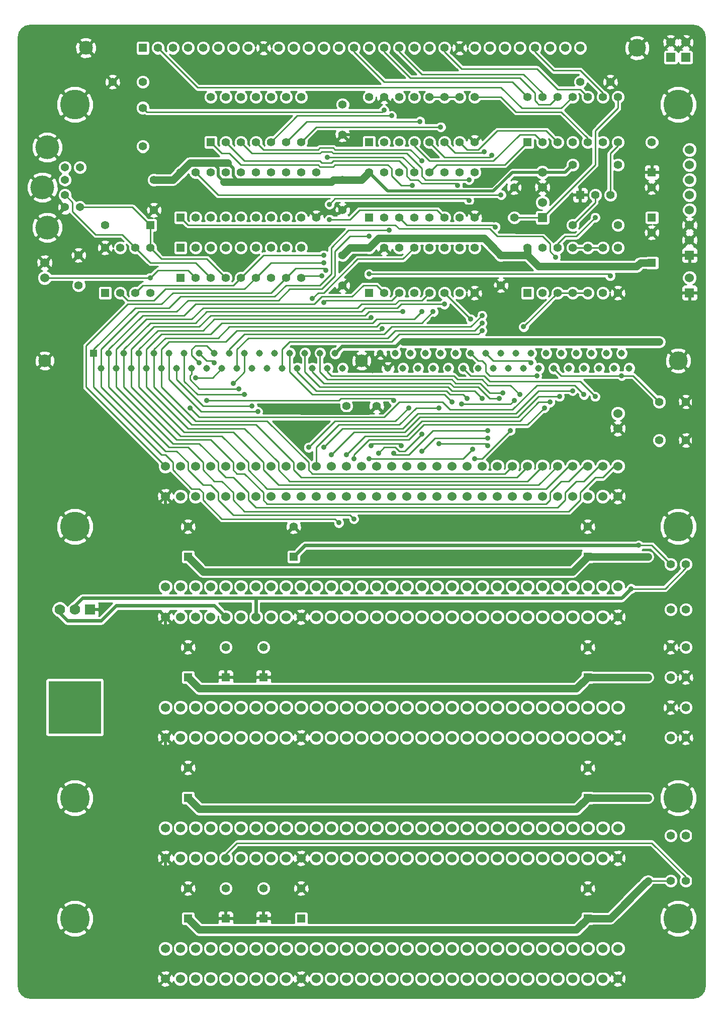
<source format=gbl>
G04 (created by PCBNEW (2013-07-07 BZR 4022)-stable) date 11/4/2014 12:29:05 AM*
%MOIN*%
G04 Gerber Fmt 3.4, Leading zero omitted, Abs format*
%FSLAX34Y34*%
G01*
G70*
G90*
G04 APERTURE LIST*
%ADD10C,0.00590551*%
%ADD11R,0.055X0.055*%
%ADD12C,0.055*%
%ADD13C,0.0551*%
%ADD14R,0.06X0.06*%
%ADD15C,0.06*%
%ADD16C,0.054*%
%ADD17C,0.1575*%
%ADD18C,0.1969*%
%ADD19R,0.07X0.07*%
%ADD20C,0.07*%
%ADD21R,0.35X0.35*%
%ADD22C,0.084*%
%ADD23C,0.125*%
%ADD24R,0.045X0.045*%
%ADD25C,0.045*%
%ADD26C,0.118*%
%ADD27C,0.091*%
%ADD28C,0.035*%
%ADD29C,0.024*%
%ADD30C,0.019*%
%ADD31C,0.01*%
%ADD32C,0.049*%
G04 APERTURE END LIST*
G54D10*
G54D11*
X34000Y-79500D03*
G54D12*
X34000Y-77500D03*
G54D13*
X62739Y-45220D03*
X64511Y-45220D03*
X62739Y-47780D03*
X64511Y-47780D03*
G54D12*
X28500Y-28280D03*
X28500Y-25720D03*
G54D11*
X26000Y-38000D03*
G54D12*
X27000Y-38000D03*
X28000Y-38000D03*
X29000Y-38000D03*
X29000Y-35000D03*
X28000Y-35000D03*
X27000Y-35000D03*
X26000Y-35000D03*
G54D11*
X31000Y-33000D03*
G54D12*
X32000Y-33000D03*
X33000Y-33000D03*
X34000Y-33000D03*
X35000Y-33000D03*
X36000Y-33000D03*
X37000Y-33000D03*
X38000Y-33000D03*
X39000Y-33000D03*
X40000Y-33000D03*
X40000Y-30000D03*
X39000Y-30000D03*
X38000Y-30000D03*
X37000Y-30000D03*
X36000Y-30000D03*
X35000Y-30000D03*
X34000Y-30000D03*
X33000Y-30000D03*
X32000Y-30000D03*
X31000Y-30000D03*
G54D11*
X43500Y-28000D03*
G54D12*
X44500Y-28000D03*
X45500Y-28000D03*
X46500Y-28000D03*
X47500Y-28000D03*
X48500Y-28000D03*
X49500Y-28000D03*
X50500Y-28000D03*
X50500Y-25000D03*
X49500Y-25000D03*
X48500Y-25000D03*
X47500Y-25000D03*
X46500Y-25000D03*
X45500Y-25000D03*
X44500Y-25000D03*
X43500Y-25000D03*
G54D11*
X43500Y-33000D03*
G54D12*
X44500Y-33000D03*
X45500Y-33000D03*
X46500Y-33000D03*
X47500Y-33000D03*
X48500Y-33000D03*
X49500Y-33000D03*
X50500Y-33000D03*
X50500Y-30000D03*
X49500Y-30000D03*
X48500Y-30000D03*
X47500Y-30000D03*
X46500Y-30000D03*
X45500Y-30000D03*
X44500Y-30000D03*
X43500Y-30000D03*
G54D11*
X43500Y-38000D03*
G54D12*
X44500Y-38000D03*
X45500Y-38000D03*
X46500Y-38000D03*
X47500Y-38000D03*
X48500Y-38000D03*
X49500Y-38000D03*
X50500Y-38000D03*
X50500Y-35000D03*
X49500Y-35000D03*
X48500Y-35000D03*
X47500Y-35000D03*
X46500Y-35000D03*
X45500Y-35000D03*
X44500Y-35000D03*
X43500Y-35000D03*
G54D11*
X54000Y-28000D03*
G54D12*
X55000Y-28000D03*
X56000Y-28000D03*
X57000Y-28000D03*
X58000Y-28000D03*
X59000Y-28000D03*
X60000Y-28000D03*
X60000Y-25000D03*
X59000Y-25000D03*
X58000Y-25000D03*
X57000Y-25000D03*
X56000Y-25000D03*
X55000Y-25000D03*
X54000Y-25000D03*
G54D11*
X33000Y-28000D03*
G54D12*
X34000Y-28000D03*
X35000Y-28000D03*
X36000Y-28000D03*
X37000Y-28000D03*
X38000Y-28000D03*
X39000Y-28000D03*
X39000Y-25000D03*
X38000Y-25000D03*
X37000Y-25000D03*
X36000Y-25000D03*
X35000Y-25000D03*
X34000Y-25000D03*
X33000Y-25000D03*
G54D11*
X54000Y-38000D03*
G54D12*
X55000Y-38000D03*
X56000Y-38000D03*
X57000Y-38000D03*
X58000Y-38000D03*
X59000Y-38000D03*
X60000Y-38000D03*
X60000Y-35000D03*
X59000Y-35000D03*
X58000Y-35000D03*
X57000Y-35000D03*
X56000Y-35000D03*
X55000Y-35000D03*
X54000Y-35000D03*
X26000Y-33500D03*
G54D11*
X29000Y-33500D03*
G54D14*
X55000Y-33000D03*
G54D15*
X55000Y-32000D03*
X55000Y-31000D03*
X55000Y-30000D03*
X22000Y-37000D03*
X22000Y-36000D03*
X60000Y-46000D03*
X60000Y-47000D03*
G54D16*
X23350Y-30488D03*
X23350Y-31512D03*
X24331Y-32319D03*
X24331Y-29681D03*
X23350Y-29681D03*
X23350Y-32319D03*
G54D17*
X21850Y-31000D03*
X22169Y-33661D03*
X22169Y-28339D03*
G54D15*
X30000Y-51500D03*
X31000Y-51500D03*
X32000Y-51500D03*
X33000Y-51500D03*
X34000Y-51500D03*
X35000Y-51500D03*
X36000Y-51500D03*
X37000Y-51500D03*
X38000Y-51500D03*
X39000Y-51500D03*
X40000Y-51500D03*
X41000Y-51500D03*
X42000Y-51500D03*
X43000Y-51500D03*
X44000Y-51500D03*
X45000Y-51500D03*
X46000Y-51500D03*
X47000Y-51500D03*
X48000Y-51500D03*
X49000Y-51500D03*
X50000Y-51500D03*
X51000Y-51500D03*
X52000Y-51500D03*
X53000Y-51500D03*
X54000Y-51500D03*
X55000Y-51500D03*
X56000Y-51500D03*
X57000Y-51500D03*
X58000Y-51500D03*
X59000Y-51500D03*
X60000Y-51500D03*
X30000Y-49500D03*
X31000Y-49500D03*
X32000Y-49500D03*
X33000Y-49500D03*
X34000Y-49500D03*
X35000Y-49500D03*
X36000Y-49500D03*
X37000Y-49500D03*
X38000Y-49500D03*
X39000Y-49500D03*
X40000Y-49500D03*
X41000Y-49500D03*
X42000Y-49500D03*
X43000Y-49500D03*
X44000Y-49500D03*
X45000Y-49500D03*
X46000Y-49500D03*
X47000Y-49500D03*
X48000Y-49500D03*
X49000Y-49500D03*
X50000Y-49500D03*
X51000Y-49500D03*
X52000Y-49500D03*
X53000Y-49500D03*
X54000Y-49500D03*
X55000Y-49500D03*
X56000Y-49500D03*
X57000Y-49500D03*
X58000Y-49500D03*
X59000Y-49500D03*
X60000Y-49500D03*
X30000Y-59500D03*
X31000Y-59500D03*
X32000Y-59500D03*
X33000Y-59500D03*
X34000Y-59500D03*
X35000Y-59500D03*
X36000Y-59500D03*
X37000Y-59500D03*
X38000Y-59500D03*
X39000Y-59500D03*
X40000Y-59500D03*
X41000Y-59500D03*
X42000Y-59500D03*
X43000Y-59500D03*
X44000Y-59500D03*
X45000Y-59500D03*
X46000Y-59500D03*
X47000Y-59500D03*
X48000Y-59500D03*
X49000Y-59500D03*
X50000Y-59500D03*
X51000Y-59500D03*
X52000Y-59500D03*
X53000Y-59500D03*
X54000Y-59500D03*
X55000Y-59500D03*
X56000Y-59500D03*
X57000Y-59500D03*
X58000Y-59500D03*
X59000Y-59500D03*
X60000Y-59500D03*
X30000Y-57500D03*
X31000Y-57500D03*
X32000Y-57500D03*
X33000Y-57500D03*
X34000Y-57500D03*
X35000Y-57500D03*
X36000Y-57500D03*
X37000Y-57500D03*
X38000Y-57500D03*
X39000Y-57500D03*
X40000Y-57500D03*
X41000Y-57500D03*
X42000Y-57500D03*
X43000Y-57500D03*
X44000Y-57500D03*
X45000Y-57500D03*
X46000Y-57500D03*
X47000Y-57500D03*
X48000Y-57500D03*
X49000Y-57500D03*
X50000Y-57500D03*
X51000Y-57500D03*
X52000Y-57500D03*
X53000Y-57500D03*
X54000Y-57500D03*
X55000Y-57500D03*
X56000Y-57500D03*
X57000Y-57500D03*
X58000Y-57500D03*
X59000Y-57500D03*
X60000Y-57500D03*
X30000Y-83500D03*
X31000Y-83500D03*
X32000Y-83500D03*
X33000Y-83500D03*
X34000Y-83500D03*
X35000Y-83500D03*
X36000Y-83500D03*
X37000Y-83500D03*
X38000Y-83500D03*
X39000Y-83500D03*
X40000Y-83500D03*
X41000Y-83500D03*
X42000Y-83500D03*
X43000Y-83500D03*
X44000Y-83500D03*
X45000Y-83500D03*
X46000Y-83500D03*
X47000Y-83500D03*
X48000Y-83500D03*
X49000Y-83500D03*
X50000Y-83500D03*
X51000Y-83500D03*
X52000Y-83500D03*
X53000Y-83500D03*
X54000Y-83500D03*
X55000Y-83500D03*
X56000Y-83500D03*
X57000Y-83500D03*
X58000Y-83500D03*
X59000Y-83500D03*
X60000Y-83500D03*
X30000Y-81500D03*
X31000Y-81500D03*
X32000Y-81500D03*
X33000Y-81500D03*
X34000Y-81500D03*
X35000Y-81500D03*
X36000Y-81500D03*
X37000Y-81500D03*
X38000Y-81500D03*
X39000Y-81500D03*
X40000Y-81500D03*
X41000Y-81500D03*
X42000Y-81500D03*
X43000Y-81500D03*
X44000Y-81500D03*
X45000Y-81500D03*
X46000Y-81500D03*
X47000Y-81500D03*
X48000Y-81500D03*
X49000Y-81500D03*
X50000Y-81500D03*
X51000Y-81500D03*
X52000Y-81500D03*
X53000Y-81500D03*
X54000Y-81500D03*
X55000Y-81500D03*
X56000Y-81500D03*
X57000Y-81500D03*
X58000Y-81500D03*
X59000Y-81500D03*
X60000Y-81500D03*
X30000Y-75500D03*
X31000Y-75500D03*
X32000Y-75500D03*
X33000Y-75500D03*
X34000Y-75500D03*
X35000Y-75500D03*
X36000Y-75500D03*
X37000Y-75500D03*
X38000Y-75500D03*
X39000Y-75500D03*
X40000Y-75500D03*
X41000Y-75500D03*
X42000Y-75500D03*
X43000Y-75500D03*
X44000Y-75500D03*
X45000Y-75500D03*
X46000Y-75500D03*
X47000Y-75500D03*
X48000Y-75500D03*
X49000Y-75500D03*
X50000Y-75500D03*
X51000Y-75500D03*
X52000Y-75500D03*
X53000Y-75500D03*
X54000Y-75500D03*
X55000Y-75500D03*
X56000Y-75500D03*
X57000Y-75500D03*
X58000Y-75500D03*
X59000Y-75500D03*
X60000Y-75500D03*
X30000Y-73500D03*
X31000Y-73500D03*
X32000Y-73500D03*
X33000Y-73500D03*
X34000Y-73500D03*
X35000Y-73500D03*
X36000Y-73500D03*
X37000Y-73500D03*
X38000Y-73500D03*
X39000Y-73500D03*
X40000Y-73500D03*
X41000Y-73500D03*
X42000Y-73500D03*
X43000Y-73500D03*
X44000Y-73500D03*
X45000Y-73500D03*
X46000Y-73500D03*
X47000Y-73500D03*
X48000Y-73500D03*
X49000Y-73500D03*
X50000Y-73500D03*
X51000Y-73500D03*
X52000Y-73500D03*
X53000Y-73500D03*
X54000Y-73500D03*
X55000Y-73500D03*
X56000Y-73500D03*
X57000Y-73500D03*
X58000Y-73500D03*
X59000Y-73500D03*
X60000Y-73500D03*
X30000Y-67500D03*
X31000Y-67500D03*
X32000Y-67500D03*
X33000Y-67500D03*
X34000Y-67500D03*
X35000Y-67500D03*
X36000Y-67500D03*
X37000Y-67500D03*
X38000Y-67500D03*
X39000Y-67500D03*
X40000Y-67500D03*
X41000Y-67500D03*
X42000Y-67500D03*
X43000Y-67500D03*
X44000Y-67500D03*
X45000Y-67500D03*
X46000Y-67500D03*
X47000Y-67500D03*
X48000Y-67500D03*
X49000Y-67500D03*
X50000Y-67500D03*
X51000Y-67500D03*
X52000Y-67500D03*
X53000Y-67500D03*
X54000Y-67500D03*
X55000Y-67500D03*
X56000Y-67500D03*
X57000Y-67500D03*
X58000Y-67500D03*
X59000Y-67500D03*
X60000Y-67500D03*
X30000Y-65500D03*
X31000Y-65500D03*
X32000Y-65500D03*
X33000Y-65500D03*
X34000Y-65500D03*
X35000Y-65500D03*
X36000Y-65500D03*
X37000Y-65500D03*
X38000Y-65500D03*
X39000Y-65500D03*
X40000Y-65500D03*
X41000Y-65500D03*
X42000Y-65500D03*
X43000Y-65500D03*
X44000Y-65500D03*
X45000Y-65500D03*
X46000Y-65500D03*
X47000Y-65500D03*
X48000Y-65500D03*
X49000Y-65500D03*
X50000Y-65500D03*
X51000Y-65500D03*
X52000Y-65500D03*
X53000Y-65500D03*
X54000Y-65500D03*
X55000Y-65500D03*
X56000Y-65500D03*
X57000Y-65500D03*
X58000Y-65500D03*
X59000Y-65500D03*
X60000Y-65500D03*
G54D11*
X62250Y-36000D03*
G54D12*
X62250Y-34000D03*
G54D11*
X39000Y-79500D03*
G54D12*
X39000Y-77500D03*
G54D11*
X38500Y-55500D03*
G54D12*
X38500Y-53500D03*
G54D11*
X62250Y-30000D03*
G54D12*
X62250Y-28000D03*
G54D11*
X58000Y-55500D03*
G54D12*
X58000Y-53500D03*
G54D11*
X31500Y-55500D03*
G54D12*
X31500Y-53500D03*
G54D11*
X34000Y-63500D03*
G54D12*
X34000Y-61500D03*
G54D11*
X36500Y-79500D03*
G54D12*
X36500Y-77500D03*
G54D11*
X62250Y-33000D03*
G54D12*
X62250Y-31000D03*
G54D11*
X58000Y-63500D03*
G54D12*
X58000Y-61500D03*
G54D11*
X31500Y-63500D03*
G54D12*
X31500Y-61500D03*
G54D11*
X58000Y-71500D03*
G54D12*
X58000Y-69500D03*
G54D11*
X31500Y-71500D03*
G54D12*
X31500Y-69500D03*
G54D11*
X58000Y-79500D03*
G54D12*
X58000Y-77500D03*
G54D11*
X31500Y-79500D03*
G54D12*
X31500Y-77500D03*
G54D11*
X36500Y-63500D03*
G54D12*
X36500Y-61500D03*
X42000Y-45500D03*
X44000Y-45500D03*
X28500Y-24000D03*
X26500Y-24000D03*
X24250Y-37500D03*
X24250Y-35500D03*
X29250Y-30500D03*
X29250Y-32500D03*
X41750Y-35500D03*
X41750Y-37500D03*
X41750Y-30500D03*
X41750Y-32500D03*
X41750Y-25500D03*
X41750Y-27500D03*
X52250Y-35500D03*
X52250Y-37500D03*
X57500Y-24000D03*
X59500Y-24000D03*
G54D18*
X64000Y-79500D03*
X24000Y-71500D03*
X64000Y-71500D03*
X24000Y-53500D03*
X64000Y-53500D03*
X24000Y-79500D03*
G54D12*
X53125Y-33000D03*
X53125Y-31000D03*
X60000Y-33500D03*
X57000Y-33500D03*
X57000Y-29500D03*
X60000Y-29500D03*
X63500Y-67500D03*
X64500Y-67500D03*
G54D11*
X57500Y-31500D03*
G54D12*
X58500Y-31500D03*
X59500Y-31500D03*
G54D19*
X25000Y-59000D03*
G54D20*
X24000Y-59000D03*
X23000Y-59000D03*
G54D21*
X24000Y-65500D03*
G54D12*
X63500Y-77000D03*
X63500Y-74000D03*
X64500Y-77000D03*
X64500Y-74000D03*
X63500Y-56000D03*
X63500Y-59000D03*
X63500Y-65500D03*
X64500Y-65500D03*
X63500Y-63500D03*
X64500Y-63500D03*
X63500Y-61500D03*
X64500Y-61500D03*
G54D18*
X24000Y-25500D03*
X64000Y-25500D03*
G54D11*
X31000Y-35000D03*
G54D12*
X32000Y-35000D03*
X33000Y-35000D03*
X34000Y-35000D03*
X35000Y-35000D03*
X36000Y-35000D03*
X37000Y-35000D03*
X38000Y-35000D03*
X39000Y-35000D03*
G54D11*
X31000Y-37000D03*
G54D12*
X32000Y-37000D03*
X33000Y-37000D03*
X34000Y-37000D03*
X35000Y-37000D03*
X36000Y-37000D03*
X37000Y-37000D03*
X38000Y-37000D03*
X39000Y-37000D03*
X64500Y-56000D03*
X64500Y-59000D03*
G54D14*
X64500Y-22375D03*
G54D15*
X64500Y-21375D03*
G54D14*
X63500Y-22375D03*
G54D15*
X63500Y-21375D03*
G54D22*
X43000Y-42500D03*
G54D23*
X64000Y-42500D03*
G54D22*
X22000Y-42500D03*
G54D24*
X25250Y-42000D03*
G54D25*
X25750Y-43000D03*
X26250Y-42000D03*
X26750Y-43000D03*
X27250Y-42000D03*
X27750Y-43000D03*
X28250Y-42000D03*
X28750Y-43000D03*
X29250Y-42000D03*
X29750Y-43000D03*
X30250Y-42000D03*
X30750Y-43000D03*
X31250Y-42000D03*
X31750Y-43000D03*
X32250Y-42000D03*
X32750Y-43000D03*
X33250Y-42000D03*
X33750Y-43000D03*
X34250Y-42000D03*
X34750Y-43000D03*
X35250Y-42000D03*
X35750Y-43000D03*
X36250Y-42000D03*
X36750Y-43000D03*
X37250Y-42000D03*
X37750Y-43000D03*
X38250Y-42000D03*
X38750Y-43000D03*
X39250Y-42000D03*
X39750Y-43000D03*
X40250Y-42000D03*
X40750Y-43000D03*
X41250Y-42000D03*
X41750Y-43000D03*
X44250Y-42000D03*
X44750Y-43000D03*
X45250Y-42000D03*
X45750Y-43000D03*
X46250Y-42000D03*
X46750Y-43000D03*
X47250Y-42000D03*
X47750Y-43000D03*
X48250Y-42000D03*
X48750Y-43000D03*
X49250Y-42000D03*
X49750Y-43000D03*
X50250Y-42000D03*
X50750Y-43000D03*
X51250Y-42000D03*
X51750Y-43000D03*
X52250Y-42000D03*
X52750Y-43000D03*
X53250Y-42000D03*
X53750Y-43000D03*
X54250Y-42000D03*
X54750Y-43000D03*
X55250Y-42000D03*
X55750Y-43000D03*
X56250Y-42000D03*
X56750Y-43000D03*
X57250Y-42000D03*
X57750Y-43000D03*
X58250Y-42000D03*
X58750Y-43000D03*
X59250Y-42000D03*
X59750Y-43000D03*
X60250Y-42000D03*
X60750Y-43000D03*
G54D14*
X64750Y-38000D03*
G54D15*
X64750Y-37000D03*
G54D14*
X64750Y-35500D03*
G54D15*
X64750Y-34500D03*
X64750Y-33500D03*
X64750Y-32500D03*
X64750Y-31500D03*
X64750Y-30500D03*
X64750Y-29500D03*
X64750Y-28500D03*
G54D11*
X28500Y-21750D03*
G54D12*
X29500Y-21750D03*
X30500Y-21750D03*
X31500Y-21750D03*
X32500Y-21750D03*
X33500Y-21750D03*
X34500Y-21750D03*
X35500Y-21750D03*
X36500Y-21750D03*
X37500Y-21750D03*
X38500Y-21750D03*
X39500Y-21750D03*
X40500Y-21750D03*
X41500Y-21750D03*
X42500Y-21750D03*
X43500Y-21750D03*
X44500Y-21750D03*
X45500Y-21750D03*
X46500Y-21750D03*
X47500Y-21750D03*
X48500Y-21750D03*
X49500Y-21750D03*
X50500Y-21750D03*
X51500Y-21750D03*
X52500Y-21750D03*
X53500Y-21750D03*
X54500Y-21750D03*
X55500Y-21750D03*
X56500Y-21750D03*
X57500Y-21750D03*
G54D26*
X61275Y-21750D03*
G54D27*
X24724Y-21750D03*
G54D28*
X60875Y-57625D03*
X61375Y-54750D03*
X50000Y-45000D03*
X39750Y-38375D03*
X49000Y-45250D03*
X51875Y-33625D03*
X51000Y-40500D03*
X40875Y-33125D03*
X40875Y-32125D03*
X50125Y-31875D03*
X40750Y-29000D03*
X51625Y-28875D03*
X51000Y-40000D03*
X51125Y-28625D03*
X51000Y-39500D03*
X43500Y-34250D03*
X42500Y-53000D03*
X44850Y-33850D03*
X41497Y-53252D03*
X48500Y-38750D03*
X45750Y-39250D03*
X43625Y-39625D03*
X47000Y-39250D03*
X47750Y-39250D03*
X44375Y-40375D03*
X52125Y-45000D03*
X40500Y-38625D03*
X50250Y-39750D03*
X51000Y-45000D03*
X48125Y-45625D03*
X53750Y-40250D03*
X36125Y-45875D03*
X35750Y-45500D03*
X35250Y-44750D03*
X34875Y-44375D03*
X33250Y-42625D03*
X32250Y-42625D03*
X32000Y-43625D03*
X45625Y-48125D03*
X43625Y-48125D03*
X34500Y-44000D03*
X47000Y-47375D03*
X44125Y-48625D03*
X46125Y-45625D03*
X39500Y-48250D03*
X40375Y-36875D03*
X32750Y-45125D03*
X45125Y-45125D03*
X53500Y-44750D03*
X52375Y-44625D03*
X48125Y-48000D03*
X51375Y-48125D03*
X50500Y-49000D03*
X52875Y-47125D03*
X53125Y-45125D03*
X49625Y-45375D03*
X40500Y-36000D03*
X40500Y-35500D03*
X59500Y-36875D03*
X43500Y-36750D03*
X58500Y-44875D03*
X31625Y-45625D03*
X57750Y-44750D03*
X54625Y-43500D03*
X51375Y-47625D03*
X47000Y-48500D03*
X51375Y-47125D03*
X45125Y-48625D03*
X54250Y-42625D03*
X50375Y-48375D03*
X43500Y-49000D03*
X52250Y-31500D03*
X29000Y-37000D03*
X42500Y-49000D03*
X55125Y-45625D03*
X42000Y-48750D03*
X55500Y-45250D03*
X41000Y-48750D03*
X55875Y-35625D03*
X56125Y-44875D03*
X40500Y-48250D03*
X57000Y-44500D03*
X40625Y-36500D03*
X60250Y-43500D03*
X39000Y-62500D03*
X39000Y-70500D03*
X61125Y-75000D03*
X61125Y-67000D03*
X61125Y-59000D03*
X38500Y-47000D03*
X37750Y-45750D03*
X37250Y-45750D03*
X48750Y-39750D03*
X47750Y-42375D03*
X47750Y-39750D03*
X48750Y-42375D03*
X35000Y-26750D03*
X30250Y-28000D03*
X33000Y-26750D03*
X36500Y-26750D03*
X53000Y-36250D03*
X52250Y-32750D03*
X44500Y-32125D03*
X47000Y-27500D03*
X48500Y-32250D03*
X35500Y-32500D03*
X32500Y-32500D03*
X38500Y-32500D03*
X45000Y-27500D03*
X44000Y-27500D03*
X44500Y-37250D03*
X48250Y-27000D03*
X46375Y-30875D03*
X45000Y-26250D03*
X50125Y-30500D03*
X46875Y-26625D03*
X49375Y-30875D03*
X47000Y-29250D03*
X44500Y-25875D03*
X58500Y-33000D03*
X62750Y-41250D03*
X62375Y-41250D03*
X61750Y-77250D03*
X61625Y-71500D03*
X61625Y-63500D03*
X61625Y-55500D03*
X62000Y-77000D03*
X62000Y-71500D03*
X62000Y-63500D03*
X62000Y-55500D03*
G54D29*
X36000Y-59500D02*
X36000Y-58250D01*
X24500Y-58250D02*
X24000Y-58750D01*
X36000Y-58250D02*
X24500Y-58250D01*
X60250Y-58250D02*
X36000Y-58250D01*
X24000Y-58750D02*
X24000Y-59000D01*
G54D30*
X60250Y-58250D02*
X48500Y-58250D01*
X24000Y-58750D02*
X24000Y-59000D01*
G54D31*
X60875Y-57625D02*
X63125Y-57625D01*
G54D29*
X60875Y-57625D02*
X60250Y-58250D01*
G54D31*
X64500Y-56250D02*
X64500Y-56000D01*
X63125Y-57625D02*
X64500Y-56250D01*
X64500Y-77000D02*
X64500Y-76750D01*
X64500Y-76750D02*
X62250Y-74500D01*
X34750Y-74500D02*
X62250Y-74500D01*
X34000Y-75500D02*
X34000Y-75250D01*
X34000Y-75250D02*
X34750Y-74500D01*
G54D29*
X33250Y-58750D02*
X26750Y-58750D01*
X26750Y-58750D02*
X25750Y-59750D01*
X34000Y-59500D02*
X33250Y-58750D01*
X23000Y-59000D02*
X23000Y-59250D01*
X23500Y-59750D02*
X25750Y-59750D01*
X23000Y-59250D02*
X23500Y-59750D01*
X61375Y-54750D02*
X39250Y-54750D01*
X39250Y-54750D02*
X38500Y-55500D01*
G54D31*
X61375Y-54750D02*
X62250Y-54750D01*
X62250Y-54750D02*
X63500Y-56000D01*
X59000Y-50250D02*
X59750Y-49500D01*
X59750Y-49500D02*
X60000Y-49500D01*
X58500Y-50250D02*
X59000Y-50250D01*
X39875Y-38750D02*
X32000Y-38750D01*
X26250Y-41750D02*
X28500Y-39500D01*
X26250Y-42000D02*
X26250Y-41750D01*
X42375Y-38250D02*
X43125Y-37500D01*
X44000Y-37500D02*
X44500Y-38000D01*
X43125Y-37500D02*
X44000Y-37500D01*
X40375Y-38250D02*
X42375Y-38250D01*
X40375Y-38250D02*
X39875Y-38750D01*
X28500Y-39500D02*
X31250Y-39500D01*
X31250Y-39500D02*
X32000Y-38750D01*
X35250Y-52500D02*
X34500Y-51750D01*
X30250Y-48250D02*
X26250Y-44250D01*
X31500Y-48250D02*
X30250Y-48250D01*
X32500Y-49250D02*
X31500Y-48250D01*
X32500Y-49750D02*
X32500Y-49250D01*
X33250Y-50500D02*
X32500Y-49750D01*
X33750Y-50500D02*
X33250Y-50500D01*
X34500Y-51250D02*
X33750Y-50500D01*
X34500Y-51750D02*
X34500Y-51250D01*
X57500Y-51250D02*
X58500Y-50250D01*
X26250Y-44250D02*
X26250Y-42000D01*
X57500Y-51750D02*
X56750Y-52500D01*
X57500Y-51250D02*
X57500Y-51750D01*
X56750Y-52500D02*
X56500Y-52500D01*
X56750Y-52500D02*
X56500Y-52500D01*
X56500Y-52500D02*
X35250Y-52500D01*
X56500Y-51250D02*
X57250Y-50500D01*
X56000Y-52250D02*
X36000Y-52250D01*
X56500Y-51250D02*
X56500Y-51750D01*
X56500Y-51750D02*
X56000Y-52250D01*
X26750Y-43000D02*
X26750Y-44250D01*
X35500Y-51750D02*
X35500Y-51250D01*
X35500Y-51250D02*
X34500Y-50250D01*
X34500Y-50250D02*
X34000Y-50250D01*
X34000Y-50250D02*
X33500Y-49750D01*
X33500Y-49750D02*
X33500Y-49250D01*
X33500Y-49250D02*
X32250Y-48000D01*
X32250Y-48000D02*
X30500Y-48000D01*
X30500Y-48000D02*
X26750Y-44250D01*
X36000Y-52250D02*
X35500Y-51750D01*
X57750Y-50500D02*
X58750Y-49500D01*
X58750Y-49500D02*
X59000Y-49500D01*
X57250Y-50500D02*
X57750Y-50500D01*
X28750Y-39750D02*
X31750Y-39750D01*
X31750Y-39750D02*
X32500Y-39000D01*
X43000Y-38750D02*
X42750Y-39000D01*
X45500Y-38500D02*
X45250Y-38750D01*
X46000Y-38500D02*
X47000Y-38500D01*
X47000Y-38500D02*
X47500Y-38000D01*
X46000Y-38500D02*
X45500Y-38500D01*
X43000Y-38750D02*
X45250Y-38750D01*
X42750Y-39000D02*
X32500Y-39000D01*
X26750Y-43000D02*
X26750Y-41750D01*
X26750Y-41750D02*
X28750Y-39750D01*
X50000Y-45000D02*
X49750Y-44750D01*
X49750Y-44750D02*
X48875Y-44750D01*
X49750Y-44750D02*
X48875Y-44750D01*
X48875Y-44750D02*
X48625Y-44500D01*
X38750Y-43000D02*
X38750Y-43250D01*
X40000Y-44500D02*
X48625Y-44500D01*
X38750Y-43250D02*
X40000Y-44500D01*
X40500Y-38000D02*
X42750Y-35750D01*
X42750Y-35750D02*
X45750Y-35750D01*
X39750Y-38375D02*
X40125Y-38000D01*
X40125Y-38000D02*
X40500Y-38000D01*
X45750Y-35750D02*
X46500Y-35000D01*
X38250Y-43250D02*
X39750Y-44750D01*
X48500Y-44750D02*
X49000Y-45250D01*
X39750Y-44750D02*
X48500Y-44750D01*
X38250Y-42000D02*
X38250Y-43250D01*
X50750Y-40750D02*
X45500Y-40750D01*
X45500Y-40750D02*
X45000Y-41250D01*
X51875Y-33625D02*
X51750Y-33500D01*
X50750Y-40750D02*
X51000Y-40500D01*
X45000Y-41250D02*
X38250Y-41250D01*
X37750Y-41750D02*
X38250Y-41250D01*
X37750Y-43000D02*
X37750Y-41750D01*
X46000Y-33500D02*
X45500Y-33000D01*
X51750Y-33500D02*
X46000Y-33500D01*
X40875Y-33125D02*
X42250Y-33125D01*
X47995Y-32495D02*
X48500Y-33000D01*
X42879Y-32495D02*
X47995Y-32495D01*
X42250Y-33125D02*
X42879Y-32495D01*
X40875Y-32125D02*
X41250Y-31750D01*
X50000Y-31750D02*
X50125Y-31875D01*
X41250Y-31750D02*
X50000Y-31750D01*
X46500Y-29750D02*
X46500Y-30000D01*
X45750Y-29000D02*
X46500Y-29750D01*
X40750Y-29000D02*
X45750Y-29000D01*
X50500Y-40500D02*
X45250Y-40500D01*
X45250Y-40500D02*
X44750Y-41000D01*
X50500Y-40500D02*
X51000Y-40000D01*
X44750Y-41000D02*
X35500Y-41000D01*
X34750Y-43000D02*
X34750Y-41750D01*
X34750Y-41750D02*
X35500Y-41000D01*
X48500Y-29000D02*
X47500Y-28000D01*
X51500Y-29000D02*
X48500Y-29000D01*
X51625Y-28875D02*
X51500Y-29000D01*
X50250Y-40250D02*
X45000Y-40250D01*
X45000Y-40250D02*
X44500Y-40750D01*
X51125Y-28625D02*
X51049Y-28700D01*
X51049Y-28700D02*
X51049Y-28674D01*
X50250Y-40250D02*
X51000Y-39500D01*
X35250Y-40750D02*
X44500Y-40750D01*
X34250Y-42000D02*
X34250Y-41750D01*
X34250Y-41750D02*
X35250Y-40750D01*
X51049Y-28700D02*
X49200Y-28700D01*
X49200Y-28700D02*
X48500Y-28000D01*
X30750Y-39250D02*
X31500Y-38500D01*
X31500Y-38500D02*
X37500Y-38500D01*
X28250Y-39250D02*
X30750Y-39250D01*
X25750Y-41750D02*
X28250Y-39250D01*
X25750Y-43000D02*
X25750Y-41750D01*
X34500Y-52750D02*
X33500Y-51750D01*
X30000Y-48500D02*
X25750Y-44250D01*
X30750Y-48500D02*
X30000Y-48500D01*
X31500Y-49250D02*
X30750Y-48500D01*
X31500Y-49750D02*
X31500Y-49250D01*
X32500Y-50750D02*
X31500Y-49750D01*
X33000Y-50750D02*
X32500Y-50750D01*
X33500Y-51250D02*
X33000Y-50750D01*
X33500Y-51750D02*
X33500Y-51250D01*
X41250Y-35250D02*
X42250Y-34250D01*
X42250Y-34250D02*
X43500Y-34250D01*
X37500Y-38500D02*
X38250Y-37750D01*
X40375Y-37750D02*
X41250Y-36875D01*
X41250Y-36875D02*
X41250Y-35250D01*
X38250Y-37750D02*
X40375Y-37750D01*
X32000Y-38500D02*
X37500Y-38500D01*
X32000Y-38500D02*
X32000Y-38500D01*
X25750Y-44250D02*
X25750Y-43000D01*
X42250Y-52750D02*
X42500Y-53000D01*
X34500Y-52750D02*
X42250Y-52750D01*
X30250Y-39000D02*
X31000Y-38250D01*
X31000Y-38250D02*
X37250Y-38250D01*
X28000Y-39000D02*
X30250Y-39000D01*
X33750Y-53000D02*
X32500Y-51750D01*
X29750Y-48750D02*
X25250Y-44250D01*
X30000Y-48750D02*
X29750Y-48750D01*
X30500Y-49250D02*
X30000Y-48750D01*
X30500Y-49750D02*
X30500Y-49250D01*
X31750Y-51000D02*
X30500Y-49750D01*
X32250Y-51000D02*
X31750Y-51000D01*
X32500Y-51250D02*
X32250Y-51000D01*
X32500Y-51750D02*
X32500Y-51250D01*
X42150Y-33850D02*
X44850Y-33850D01*
X42150Y-33850D02*
X41000Y-35000D01*
X37250Y-38250D02*
X38000Y-37500D01*
X40250Y-37500D02*
X41000Y-36750D01*
X41000Y-36750D02*
X41000Y-35000D01*
X38000Y-37500D02*
X40250Y-37500D01*
X25250Y-41750D02*
X25250Y-42000D01*
X25250Y-41750D02*
X28000Y-39000D01*
X25250Y-44250D02*
X25250Y-42000D01*
X41245Y-53000D02*
X41497Y-53252D01*
X41497Y-53252D02*
X41500Y-53254D01*
X33750Y-53000D02*
X41245Y-53000D01*
X55500Y-51250D02*
X56250Y-50500D01*
X56250Y-50500D02*
X56750Y-50500D01*
X56750Y-50500D02*
X57750Y-49500D01*
X57750Y-49500D02*
X58000Y-49500D01*
X29000Y-40000D02*
X32000Y-40000D01*
X32000Y-40000D02*
X32750Y-39250D01*
X36750Y-52000D02*
X36500Y-51750D01*
X30750Y-47750D02*
X27250Y-44250D01*
X33000Y-47750D02*
X30750Y-47750D01*
X34500Y-49250D02*
X33000Y-47750D01*
X34500Y-49750D02*
X34500Y-49250D01*
X34750Y-50000D02*
X34500Y-49750D01*
X35250Y-50000D02*
X34750Y-50000D01*
X36500Y-51250D02*
X35250Y-50000D01*
X36500Y-51750D02*
X36500Y-51250D01*
X43250Y-39000D02*
X43000Y-39250D01*
X45625Y-38750D02*
X45375Y-39000D01*
X45625Y-38750D02*
X48500Y-38750D01*
X45375Y-39000D02*
X43250Y-39000D01*
X43000Y-39250D02*
X32750Y-39250D01*
X27250Y-41750D02*
X29000Y-40000D01*
X27250Y-41750D02*
X27250Y-42000D01*
X27250Y-42000D02*
X27250Y-44250D01*
X55250Y-52000D02*
X36750Y-52000D01*
X55500Y-51250D02*
X55500Y-51750D01*
X55500Y-51750D02*
X55250Y-52000D01*
X55250Y-51000D02*
X56750Y-49500D01*
X55250Y-51000D02*
X36750Y-51000D01*
X56750Y-49500D02*
X57000Y-49500D01*
X29250Y-40250D02*
X32250Y-40250D01*
X32250Y-40250D02*
X33000Y-39500D01*
X36750Y-51000D02*
X35500Y-49750D01*
X31000Y-47500D02*
X27750Y-44250D01*
X33750Y-47500D02*
X31000Y-47500D01*
X35500Y-49250D02*
X33750Y-47500D01*
X35500Y-49750D02*
X35500Y-49250D01*
X45750Y-39250D02*
X43500Y-39250D01*
X43250Y-39500D02*
X33000Y-39500D01*
X43500Y-39250D02*
X43250Y-39500D01*
X27750Y-43000D02*
X27750Y-41750D01*
X27750Y-41750D02*
X29250Y-40250D01*
X27750Y-44250D02*
X27750Y-43000D01*
X29500Y-40500D02*
X32500Y-40500D01*
X32500Y-40500D02*
X33250Y-39750D01*
X37500Y-50750D02*
X36500Y-49750D01*
X31250Y-47250D02*
X28250Y-44250D01*
X34500Y-47250D02*
X31250Y-47250D01*
X36500Y-49250D02*
X34500Y-47250D01*
X36500Y-49750D02*
X36500Y-49250D01*
X43500Y-39750D02*
X43625Y-39625D01*
X33250Y-39750D02*
X43500Y-39750D01*
X28250Y-42000D02*
X28250Y-41750D01*
X28250Y-41750D02*
X29500Y-40500D01*
X28250Y-44250D02*
X28250Y-42000D01*
X54750Y-50750D02*
X37500Y-50750D01*
X56000Y-49500D02*
X54750Y-50750D01*
X29750Y-40750D02*
X33000Y-40750D01*
X33000Y-40750D02*
X33750Y-40000D01*
X38250Y-50500D02*
X37500Y-49750D01*
X31500Y-47000D02*
X28750Y-44250D01*
X35250Y-47000D02*
X31500Y-47000D01*
X37500Y-49250D02*
X35250Y-47000D01*
X37500Y-49750D02*
X37500Y-49250D01*
X44000Y-39750D02*
X46500Y-39750D01*
X46500Y-39750D02*
X47000Y-39250D01*
X43750Y-40000D02*
X44000Y-39750D01*
X33750Y-40000D02*
X43750Y-40000D01*
X28750Y-41750D02*
X29750Y-40750D01*
X28750Y-43000D02*
X28750Y-41750D01*
X28750Y-44250D02*
X28750Y-43000D01*
X54000Y-50500D02*
X38250Y-50500D01*
X55000Y-49500D02*
X54000Y-50500D01*
X30000Y-41000D02*
X33500Y-41000D01*
X33500Y-41000D02*
X34250Y-40250D01*
X39000Y-50250D02*
X38500Y-49750D01*
X31750Y-46750D02*
X29250Y-44250D01*
X36000Y-46750D02*
X31750Y-46750D01*
X38500Y-49250D02*
X36000Y-46750D01*
X38500Y-49750D02*
X38500Y-49250D01*
X44250Y-40000D02*
X47000Y-40000D01*
X44000Y-40250D02*
X44250Y-40000D01*
X44000Y-40250D02*
X34250Y-40250D01*
X47000Y-40000D02*
X47750Y-39250D01*
X29250Y-41750D02*
X30000Y-41000D01*
X29250Y-42000D02*
X29250Y-41750D01*
X29250Y-42000D02*
X29250Y-44250D01*
X54000Y-49500D02*
X54000Y-49549D01*
X54000Y-49549D02*
X53299Y-50250D01*
X53299Y-50250D02*
X39000Y-50250D01*
X30250Y-41250D02*
X34000Y-41250D01*
X34000Y-41250D02*
X34750Y-40500D01*
X39750Y-50000D02*
X39500Y-49750D01*
X32000Y-46500D02*
X29750Y-44250D01*
X36750Y-46500D02*
X32000Y-46500D01*
X39500Y-49250D02*
X36750Y-46500D01*
X39500Y-49750D02*
X39500Y-49250D01*
X44250Y-40500D02*
X44375Y-40375D01*
X44125Y-40500D02*
X34750Y-40500D01*
X44125Y-40500D02*
X44250Y-40500D01*
X29750Y-43000D02*
X29750Y-41750D01*
X29750Y-41750D02*
X30250Y-41250D01*
X29750Y-43000D02*
X29750Y-44250D01*
X52500Y-50000D02*
X39750Y-50000D01*
X53000Y-49500D02*
X52500Y-50000D01*
X40500Y-38625D02*
X40625Y-38500D01*
X45500Y-38000D02*
X45000Y-38500D01*
X45000Y-38500D02*
X40625Y-38500D01*
X52125Y-45000D02*
X51500Y-45000D01*
X50750Y-44250D02*
X50625Y-44250D01*
X51500Y-45000D02*
X50750Y-44250D01*
X50625Y-44250D02*
X49125Y-44250D01*
X49125Y-44250D02*
X48875Y-44000D01*
X39750Y-43250D02*
X40500Y-44000D01*
X40500Y-44000D02*
X48875Y-44000D01*
X39750Y-43000D02*
X39750Y-43250D01*
X50250Y-39750D02*
X48500Y-38000D01*
X51000Y-45000D02*
X50500Y-44500D01*
X50500Y-44500D02*
X49000Y-44500D01*
X49000Y-44500D02*
X48750Y-44250D01*
X48750Y-44250D02*
X40250Y-44250D01*
X40250Y-44250D02*
X39250Y-43250D01*
X39250Y-43250D02*
X39250Y-42000D01*
X45500Y-46750D02*
X46625Y-45625D01*
X46625Y-45625D02*
X48125Y-45625D01*
X40000Y-49500D02*
X40000Y-48250D01*
X40000Y-48250D02*
X41500Y-46750D01*
X41500Y-46750D02*
X45500Y-46750D01*
X29000Y-35000D02*
X29000Y-33500D01*
X29000Y-33500D02*
X27819Y-32319D01*
X27819Y-32319D02*
X24331Y-32319D01*
X34000Y-37000D02*
X32750Y-35750D01*
X32750Y-35750D02*
X29750Y-35750D01*
X29750Y-35750D02*
X29000Y-35000D01*
X25375Y-34125D02*
X27125Y-34125D01*
X27125Y-34125D02*
X28000Y-35000D01*
X23850Y-32600D02*
X25375Y-34125D01*
X23850Y-32000D02*
X23850Y-32600D01*
X23362Y-31512D02*
X23850Y-32000D01*
X23350Y-31512D02*
X23362Y-31512D01*
X29000Y-36000D02*
X32000Y-36000D01*
X32000Y-36000D02*
X33000Y-37000D01*
X29000Y-36000D02*
X28000Y-35000D01*
X53750Y-40250D02*
X56000Y-38000D01*
X57000Y-38000D02*
X58000Y-38000D01*
X56000Y-38000D02*
X57000Y-38000D01*
X36125Y-45875D02*
X32375Y-45875D01*
X30250Y-42000D02*
X30250Y-43750D01*
X32375Y-45875D02*
X30250Y-43750D01*
X32500Y-45500D02*
X30750Y-43750D01*
X35750Y-45500D02*
X32500Y-45500D01*
X30750Y-43000D02*
X30750Y-43750D01*
X32125Y-44750D02*
X31250Y-43875D01*
X35250Y-44750D02*
X32125Y-44750D01*
X31250Y-42000D02*
X31250Y-43875D01*
X35375Y-44750D02*
X35250Y-44750D01*
X31625Y-43750D02*
X32250Y-44375D01*
X32250Y-44375D02*
X34875Y-44375D01*
X31750Y-43375D02*
X31750Y-43000D01*
X31625Y-43750D02*
X31625Y-43500D01*
X31625Y-43500D02*
X31750Y-43375D01*
X33250Y-42625D02*
X33125Y-42500D01*
X33125Y-42500D02*
X32750Y-42500D01*
X32750Y-42500D02*
X32250Y-42000D01*
X32750Y-42500D02*
X32250Y-42000D01*
X32000Y-41500D02*
X32750Y-41500D01*
X32750Y-41500D02*
X33250Y-42000D01*
X32250Y-42625D02*
X31750Y-42125D01*
X31750Y-42125D02*
X31750Y-41750D01*
X31750Y-41750D02*
X32000Y-41500D01*
X32000Y-43625D02*
X33125Y-43625D01*
X33125Y-43625D02*
X33750Y-43000D01*
X45500Y-48000D02*
X45625Y-48125D01*
X43750Y-48000D02*
X45500Y-48000D01*
X43625Y-48125D02*
X43750Y-48000D01*
X34500Y-44000D02*
X35250Y-43250D01*
X35250Y-43250D02*
X35250Y-42000D01*
X45250Y-48250D02*
X45500Y-48500D01*
X45875Y-48500D02*
X47000Y-47375D01*
X45500Y-48500D02*
X45875Y-48500D01*
X45250Y-48250D02*
X44500Y-48250D01*
X44500Y-48250D02*
X44125Y-48625D01*
X45250Y-46500D02*
X46125Y-45625D01*
X39500Y-48250D02*
X41250Y-46500D01*
X41250Y-46500D02*
X45250Y-46500D01*
X40375Y-36875D02*
X39125Y-36875D01*
X39125Y-36875D02*
X39000Y-37000D01*
X41500Y-45125D02*
X41625Y-45000D01*
X41625Y-45000D02*
X45000Y-45000D01*
X32750Y-45125D02*
X35625Y-45125D01*
X35625Y-45125D02*
X41500Y-45125D01*
X45000Y-45000D02*
X45125Y-45125D01*
X45000Y-45000D02*
X45125Y-45125D01*
X52875Y-44125D02*
X51375Y-44125D01*
X53500Y-44750D02*
X52875Y-44125D01*
X49375Y-43750D02*
X51000Y-43750D01*
X51375Y-44125D02*
X51000Y-43750D01*
X49125Y-43500D02*
X49375Y-43750D01*
X40750Y-43250D02*
X41000Y-43500D01*
X41000Y-43500D02*
X49125Y-43500D01*
X40750Y-43250D02*
X40750Y-43000D01*
X50875Y-44000D02*
X51500Y-44625D01*
X51500Y-44625D02*
X52375Y-44625D01*
X40250Y-43250D02*
X40750Y-43750D01*
X40750Y-43750D02*
X49000Y-43750D01*
X40250Y-42000D02*
X40250Y-43250D01*
X49250Y-44000D02*
X49000Y-43750D01*
X50875Y-44000D02*
X49250Y-44000D01*
X51375Y-48125D02*
X51250Y-48000D01*
X51250Y-48000D02*
X48125Y-48000D01*
X52875Y-47125D02*
X51000Y-49000D01*
X51000Y-49000D02*
X50500Y-49000D01*
X52875Y-45375D02*
X53125Y-45125D01*
X52875Y-45375D02*
X49625Y-45375D01*
X37000Y-36000D02*
X36000Y-37000D01*
X40500Y-36000D02*
X37000Y-36000D01*
X29250Y-38500D02*
X30000Y-37750D01*
X30000Y-37750D02*
X35250Y-37750D01*
X27500Y-38500D02*
X29250Y-38500D01*
X35250Y-37750D02*
X36000Y-37000D01*
X27000Y-38000D02*
X27500Y-38500D01*
X36500Y-35500D02*
X35000Y-37000D01*
X40500Y-35500D02*
X36500Y-35500D01*
X28000Y-38000D02*
X28500Y-37500D01*
X28500Y-37500D02*
X34500Y-37500D01*
X34500Y-37500D02*
X35000Y-37000D01*
X34500Y-37500D02*
X35000Y-37000D01*
X48500Y-25000D02*
X47500Y-25000D01*
X48500Y-25000D02*
X49500Y-25000D01*
X59375Y-36750D02*
X59500Y-36875D01*
X43500Y-36750D02*
X59375Y-36750D01*
X51500Y-43875D02*
X57500Y-43875D01*
X57500Y-43875D02*
X58500Y-44875D01*
X49750Y-43000D02*
X50250Y-43500D01*
X51125Y-43500D02*
X51500Y-43875D01*
X50250Y-43500D02*
X51125Y-43500D01*
X53000Y-24000D02*
X44500Y-24000D01*
X42500Y-22000D02*
X42500Y-21750D01*
X44500Y-24000D02*
X42500Y-22000D01*
X54000Y-25000D02*
X53000Y-24000D01*
X53500Y-23750D02*
X46250Y-23750D01*
X44500Y-22000D02*
X44500Y-21750D01*
X46250Y-23750D02*
X44500Y-22000D01*
X54500Y-24750D02*
X53500Y-23750D01*
X55500Y-25500D02*
X54750Y-25500D01*
X54750Y-25500D02*
X54625Y-25375D01*
X54625Y-25375D02*
X54500Y-25250D01*
X54500Y-25250D02*
X54500Y-24750D01*
X56000Y-25000D02*
X55500Y-25500D01*
X53750Y-23500D02*
X47000Y-23500D01*
X45500Y-22000D02*
X45500Y-21750D01*
X47000Y-23500D02*
X45500Y-22000D01*
X55000Y-25000D02*
X55000Y-24750D01*
X55000Y-24750D02*
X53750Y-23500D01*
X44500Y-46250D02*
X45500Y-45250D01*
X31625Y-45625D02*
X32250Y-46250D01*
X32250Y-46250D02*
X44500Y-46250D01*
X48375Y-45250D02*
X48875Y-45750D01*
X48875Y-45750D02*
X53000Y-45750D01*
X53000Y-45750D02*
X54625Y-44125D01*
X54625Y-44125D02*
X57125Y-44125D01*
X57125Y-44125D02*
X57750Y-44750D01*
X45500Y-45250D02*
X48375Y-45250D01*
X58000Y-35000D02*
X59000Y-35000D01*
X57000Y-35000D02*
X58000Y-35000D01*
X54625Y-43500D02*
X51500Y-43500D01*
X50250Y-42000D02*
X50750Y-42500D01*
X51250Y-43250D02*
X51500Y-43500D01*
X51250Y-42750D02*
X51250Y-43250D01*
X51000Y-42500D02*
X51250Y-42750D01*
X50750Y-42500D02*
X51000Y-42500D01*
X57000Y-25000D02*
X56250Y-25750D01*
X32125Y-24375D02*
X29500Y-21750D01*
X52250Y-24375D02*
X32125Y-24375D01*
X53625Y-25750D02*
X52250Y-24375D01*
X56250Y-25750D02*
X53625Y-25750D01*
X47000Y-48500D02*
X47875Y-47625D01*
X47875Y-47625D02*
X51375Y-47625D01*
X47750Y-47125D02*
X51375Y-47125D01*
X45250Y-48750D02*
X45125Y-48625D01*
X46125Y-48750D02*
X47750Y-47125D01*
X45250Y-48750D02*
X46125Y-48750D01*
X54125Y-42500D02*
X51750Y-42500D01*
X54250Y-42625D02*
X54125Y-42500D01*
X51250Y-42000D02*
X51750Y-42500D01*
X43500Y-49000D02*
X49750Y-49000D01*
X49750Y-49000D02*
X50375Y-48375D01*
X33495Y-31495D02*
X32000Y-30000D01*
X52245Y-31495D02*
X33495Y-31495D01*
X52250Y-31500D02*
X52245Y-31495D01*
X22000Y-37000D02*
X29000Y-37000D01*
X31500Y-36500D02*
X32000Y-37000D01*
X29000Y-37000D02*
X29500Y-36500D01*
X29500Y-36500D02*
X31500Y-36500D01*
X47125Y-46750D02*
X54000Y-46750D01*
X54000Y-46750D02*
X55125Y-45625D01*
X42500Y-48750D02*
X43500Y-47750D01*
X43500Y-47750D02*
X46125Y-47750D01*
X46125Y-47750D02*
X47125Y-46750D01*
X42500Y-49000D02*
X42500Y-48750D01*
X47000Y-46500D02*
X53500Y-46500D01*
X53500Y-46500D02*
X54750Y-45250D01*
X43250Y-47500D02*
X42000Y-48750D01*
X43250Y-47500D02*
X46000Y-47500D01*
X46000Y-47500D02*
X47000Y-46500D01*
X55500Y-45250D02*
X54750Y-45250D01*
X46875Y-46250D02*
X53375Y-46250D01*
X53375Y-46250D02*
X54750Y-44875D01*
X41000Y-48750D02*
X42500Y-47250D01*
X42500Y-47250D02*
X45875Y-47250D01*
X45875Y-47250D02*
X46875Y-46250D01*
X45250Y-33500D02*
X45500Y-33750D01*
X45500Y-33750D02*
X51500Y-33750D01*
X31500Y-33500D02*
X45250Y-33500D01*
X51500Y-33750D02*
X52000Y-34250D01*
X55000Y-34250D02*
X52000Y-34250D01*
X55500Y-34750D02*
X55000Y-34250D01*
X55500Y-35250D02*
X55500Y-34750D01*
X55875Y-35625D02*
X55500Y-35250D01*
X31500Y-33500D02*
X31000Y-33000D01*
X54750Y-44875D02*
X56125Y-44875D01*
X46750Y-46000D02*
X53250Y-46000D01*
X53250Y-46000D02*
X54750Y-44500D01*
X40500Y-48250D02*
X41750Y-47000D01*
X41750Y-47000D02*
X45750Y-47000D01*
X45750Y-47000D02*
X46750Y-46000D01*
X54750Y-44500D02*
X57000Y-44500D01*
X29750Y-38750D02*
X30500Y-38000D01*
X30500Y-38000D02*
X37000Y-38000D01*
X27500Y-38750D02*
X29750Y-38750D01*
X24750Y-44250D02*
X24750Y-41500D01*
X24750Y-41500D02*
X27500Y-38750D01*
X30000Y-49500D02*
X24750Y-44250D01*
X38625Y-36375D02*
X38000Y-37000D01*
X40500Y-36375D02*
X38625Y-36375D01*
X40625Y-36500D02*
X40500Y-36375D01*
X37000Y-38000D02*
X38000Y-37000D01*
X57500Y-23250D02*
X55750Y-23250D01*
X54500Y-22000D02*
X54500Y-21750D01*
X55750Y-23250D02*
X54500Y-22000D01*
X59000Y-25000D02*
X59000Y-24750D01*
X59000Y-24750D02*
X57500Y-23250D01*
X60250Y-43500D02*
X61019Y-43500D01*
X61019Y-43500D02*
X62739Y-45220D01*
X56250Y-43500D02*
X60250Y-43500D01*
X56250Y-43500D02*
X55750Y-43000D01*
X54625Y-23125D02*
X49625Y-23125D01*
X48500Y-22000D02*
X48500Y-21750D01*
X49625Y-23125D02*
X48500Y-22000D01*
X58000Y-25000D02*
X57500Y-24500D01*
X56000Y-24500D02*
X54625Y-23125D01*
X57500Y-24500D02*
X56000Y-24500D01*
G54D30*
X60000Y-75500D02*
X60500Y-75000D01*
X60500Y-75000D02*
X61125Y-75000D01*
X60000Y-67500D02*
X60500Y-67000D01*
X60500Y-67000D02*
X61125Y-67000D01*
X65000Y-47375D02*
X64916Y-47375D01*
X64916Y-47375D02*
X64511Y-47780D01*
X65000Y-45625D02*
X64916Y-45625D01*
X64916Y-45625D02*
X64511Y-45220D01*
X65000Y-46500D02*
X60500Y-46500D01*
X60500Y-46500D02*
X60000Y-47000D01*
X65000Y-43500D02*
X65000Y-45625D01*
X65000Y-45625D02*
X65000Y-45750D01*
X65000Y-45750D02*
X65000Y-46500D01*
X65000Y-46500D02*
X65000Y-47250D01*
X65000Y-47250D02*
X65000Y-47375D01*
X65000Y-47375D02*
X65000Y-52500D01*
X57500Y-31500D02*
X57000Y-31500D01*
X52250Y-33000D02*
X52250Y-32750D01*
X53250Y-34000D02*
X52250Y-33000D01*
X55500Y-34000D02*
X53250Y-34000D01*
X56000Y-33500D02*
X55500Y-34000D01*
X56000Y-32500D02*
X56000Y-33500D01*
X57000Y-31500D02*
X56000Y-32500D01*
X53125Y-31000D02*
X53750Y-31625D01*
X53750Y-31625D02*
X53750Y-32250D01*
X62875Y-20750D02*
X62275Y-20750D01*
X62275Y-20750D02*
X61275Y-21750D01*
X60500Y-22500D02*
X60525Y-22500D01*
X60525Y-22500D02*
X61275Y-21750D01*
X63500Y-21375D02*
X62875Y-20750D01*
X62875Y-20750D02*
X64000Y-20750D01*
X64000Y-20750D02*
X64625Y-21375D01*
X64500Y-63500D02*
X63500Y-64500D01*
X63500Y-64500D02*
X62750Y-64500D01*
X63500Y-65500D02*
X62750Y-64750D01*
X38500Y-53500D02*
X38000Y-54000D01*
X32000Y-54000D02*
X31500Y-53500D01*
X38000Y-54000D02*
X32000Y-54000D01*
X41500Y-54000D02*
X39000Y-54000D01*
X41500Y-54000D02*
X42000Y-53500D01*
X58000Y-53500D02*
X57500Y-53000D01*
X57500Y-53000D02*
X57000Y-53500D01*
X57000Y-53500D02*
X42000Y-53500D01*
X39000Y-54000D02*
X38500Y-53500D01*
X37750Y-45750D02*
X38750Y-45750D01*
X43500Y-46000D02*
X44000Y-45500D01*
X39000Y-46000D02*
X43500Y-46000D01*
X38750Y-45750D02*
X39000Y-46000D01*
X39000Y-77500D02*
X39500Y-77000D01*
X57500Y-77000D02*
X58000Y-77500D01*
X39500Y-77000D02*
X57500Y-77000D01*
X39500Y-61000D02*
X39500Y-60000D01*
X39500Y-60000D02*
X39000Y-59500D01*
X39500Y-61000D02*
X57500Y-61000D01*
X57500Y-61000D02*
X58000Y-61500D01*
X37000Y-63500D02*
X39500Y-61000D01*
X39500Y-69000D02*
X57500Y-69000D01*
X57500Y-69000D02*
X58000Y-69500D01*
X31500Y-69500D02*
X32000Y-69000D01*
X32000Y-69000D02*
X39500Y-69000D01*
X39000Y-67500D02*
X39500Y-68000D01*
X39500Y-68000D02*
X39500Y-69000D01*
X37000Y-63500D02*
X36500Y-63500D01*
X34000Y-63500D02*
X33500Y-63500D01*
X36500Y-63500D02*
X34000Y-63500D01*
X63000Y-31750D02*
X62250Y-31000D01*
X63000Y-30000D02*
X63000Y-31750D01*
X63000Y-33500D02*
X63000Y-31750D01*
X63000Y-33500D02*
X62750Y-33500D01*
X63500Y-34000D02*
X63000Y-33500D01*
X63000Y-29250D02*
X63000Y-30000D01*
X63000Y-29000D02*
X63000Y-26500D01*
X64250Y-34000D02*
X63500Y-34000D01*
X63000Y-29000D02*
X63000Y-29250D01*
X63000Y-30000D02*
X62250Y-30000D01*
X62750Y-33500D02*
X62250Y-34000D01*
X64750Y-35500D02*
X64000Y-35500D01*
X36500Y-21750D02*
X35500Y-20750D01*
X35500Y-20750D02*
X35625Y-20750D01*
X49500Y-21750D02*
X50500Y-20750D01*
X49500Y-20750D02*
X50500Y-20750D01*
X50500Y-20750D02*
X58750Y-20750D01*
X36500Y-20750D02*
X49500Y-20750D01*
X64000Y-53500D02*
X65000Y-52500D01*
X47750Y-42500D02*
X47750Y-42375D01*
X47750Y-39750D02*
X48750Y-39750D01*
X44750Y-42500D02*
X48625Y-42500D01*
X48625Y-42500D02*
X48750Y-42375D01*
X36500Y-26750D02*
X35000Y-26750D01*
X30250Y-28000D02*
X31500Y-26750D01*
X27500Y-30750D02*
X30250Y-28000D01*
X27500Y-30750D02*
X29250Y-32500D01*
X31500Y-26750D02*
X33000Y-26750D01*
X35000Y-26750D02*
X33000Y-26750D01*
X52250Y-32750D02*
X52250Y-32250D01*
X44500Y-32250D02*
X44500Y-32125D01*
X43000Y-42500D02*
X43750Y-43250D01*
X44625Y-42375D02*
X44750Y-42500D01*
X43750Y-43250D02*
X44625Y-42375D01*
X22500Y-73000D02*
X24000Y-71500D01*
X24000Y-71500D02*
X21750Y-69250D01*
X21750Y-69250D02*
X21750Y-55750D01*
X21750Y-55750D02*
X24000Y-53500D01*
X65000Y-78500D02*
X65000Y-72500D01*
X64000Y-79500D02*
X65000Y-78500D01*
X65000Y-72500D02*
X64000Y-71500D01*
X24000Y-79500D02*
X22500Y-78000D01*
X22500Y-78000D02*
X22500Y-73000D01*
X60500Y-23000D02*
X60500Y-22500D01*
X64000Y-25500D02*
X61500Y-23000D01*
X61500Y-23000D02*
X60500Y-23000D01*
X63000Y-26500D02*
X64000Y-25500D01*
X24000Y-25500D02*
X22500Y-24000D01*
X22500Y-24000D02*
X23000Y-24000D01*
X25599Y-22625D02*
X25599Y-23400D01*
X25599Y-23400D02*
X25500Y-23500D01*
X20750Y-24750D02*
X21500Y-24000D01*
X21500Y-24000D02*
X23000Y-24000D01*
X23000Y-24000D02*
X25000Y-24000D01*
X25000Y-24000D02*
X25500Y-23500D01*
X25500Y-23500D02*
X25750Y-23250D01*
X26500Y-24000D02*
X25750Y-23250D01*
X25750Y-22625D02*
X25599Y-22625D01*
X25599Y-22625D02*
X24724Y-21750D01*
X44250Y-42000D02*
X44750Y-42500D01*
X49750Y-32250D02*
X48500Y-32250D01*
X48500Y-32250D02*
X44500Y-32250D01*
X44500Y-32250D02*
X42000Y-32250D01*
X42000Y-32250D02*
X41750Y-32500D01*
X41750Y-27500D02*
X44000Y-27500D01*
X41750Y-37500D02*
X42250Y-37000D01*
X42250Y-37000D02*
X42500Y-37250D01*
X25250Y-35500D02*
X25500Y-35500D01*
X26000Y-35000D02*
X25500Y-35500D01*
X24750Y-35000D02*
X25250Y-35500D01*
X24750Y-35000D02*
X24250Y-35500D01*
X24250Y-35500D02*
X23750Y-36000D01*
X23500Y-35750D02*
X23500Y-35500D01*
X23750Y-36000D02*
X23500Y-35750D01*
X30250Y-32500D02*
X32500Y-32500D01*
X40000Y-33000D02*
X39500Y-32500D01*
X38500Y-32500D02*
X39500Y-32500D01*
X35500Y-32500D02*
X38500Y-32500D01*
X32500Y-32500D02*
X35500Y-32500D01*
X29750Y-32000D02*
X30250Y-32500D01*
X29750Y-32000D02*
X29250Y-32500D01*
X65000Y-43250D02*
X64750Y-43250D01*
X64750Y-43250D02*
X64000Y-42500D01*
X20750Y-27625D02*
X21455Y-27625D01*
X21455Y-27625D02*
X22169Y-28339D01*
X20750Y-32062D02*
X20787Y-32062D01*
X20787Y-32062D02*
X21850Y-31000D01*
X22879Y-34371D02*
X23500Y-34371D01*
X23500Y-34371D02*
X23500Y-34375D01*
X22879Y-34371D02*
X22169Y-33661D01*
X22000Y-42500D02*
X21125Y-41625D01*
X21125Y-36875D02*
X22000Y-36000D01*
X21125Y-41625D02*
X21125Y-36875D01*
X62750Y-62250D02*
X62750Y-59750D01*
X62250Y-59250D02*
X62750Y-59750D01*
X60000Y-59500D02*
X60500Y-59000D01*
X62000Y-59000D02*
X62250Y-59250D01*
X60500Y-59000D02*
X61125Y-59000D01*
X61125Y-59000D02*
X62000Y-59000D01*
X62250Y-59250D02*
X65250Y-56250D01*
X62750Y-62750D02*
X62750Y-62250D01*
X62750Y-63000D02*
X62750Y-64500D01*
X62750Y-62750D02*
X62750Y-63000D01*
X62750Y-62250D02*
X63500Y-61500D01*
X64000Y-53500D02*
X65250Y-54750D01*
X65250Y-54750D02*
X65250Y-56250D01*
X64500Y-67500D02*
X63500Y-66500D01*
X62750Y-66500D02*
X63500Y-66500D01*
X64000Y-39250D02*
X65000Y-40250D01*
X64750Y-38000D02*
X64000Y-38000D01*
X64000Y-39250D02*
X64000Y-38000D01*
X64000Y-38000D02*
X64000Y-35500D01*
X64000Y-35500D02*
X64000Y-35250D01*
X64000Y-35250D02*
X64250Y-35000D01*
X24000Y-71500D02*
X27000Y-74500D01*
X27000Y-74500D02*
X29000Y-74500D01*
X29000Y-74500D02*
X30000Y-75500D01*
X49750Y-32250D02*
X52250Y-32250D01*
X52250Y-32250D02*
X53750Y-32250D01*
X49750Y-32250D02*
X50500Y-33000D01*
X39000Y-83500D02*
X39500Y-83000D01*
X59500Y-83000D02*
X60000Y-83500D01*
X39500Y-83000D02*
X59500Y-83000D01*
X52250Y-37500D02*
X52500Y-37250D01*
X59250Y-37250D02*
X60000Y-38000D01*
X52500Y-37250D02*
X59250Y-37250D01*
X50500Y-38000D02*
X50750Y-37750D01*
X52000Y-37750D02*
X52250Y-37500D01*
X50750Y-37750D02*
X52000Y-37750D01*
X60000Y-51500D02*
X58000Y-53500D01*
X60000Y-38000D02*
X61250Y-39250D01*
X65000Y-43500D02*
X65000Y-43250D01*
X65000Y-43250D02*
X65000Y-40250D01*
X62750Y-70250D02*
X64000Y-71500D01*
X62750Y-64500D02*
X62750Y-64750D01*
X62750Y-64750D02*
X62750Y-66500D01*
X62750Y-66500D02*
X62750Y-70250D01*
X40250Y-32750D02*
X41500Y-32750D01*
X40250Y-32750D02*
X40000Y-33000D01*
X41500Y-32750D02*
X41750Y-32500D01*
X53750Y-32250D02*
X55000Y-31000D01*
X64750Y-34500D02*
X64250Y-34000D01*
X64250Y-34000D02*
X64750Y-33500D01*
X64250Y-35000D02*
X64750Y-34500D01*
X22750Y-32750D02*
X22500Y-32500D01*
X20750Y-24750D02*
X21125Y-24375D01*
X20750Y-32000D02*
X20750Y-32062D01*
X20750Y-32062D02*
X20750Y-27625D01*
X20750Y-27625D02*
X20750Y-24750D01*
X21250Y-32500D02*
X20750Y-32000D01*
X22500Y-32500D02*
X21250Y-32500D01*
X23500Y-35500D02*
X23500Y-34750D01*
X23500Y-34750D02*
X23500Y-34375D01*
X23500Y-34375D02*
X23500Y-33500D01*
X23500Y-33500D02*
X22750Y-32750D01*
X22919Y-32750D02*
X23350Y-32319D01*
X22750Y-32750D02*
X22919Y-32750D01*
X59500Y-24000D02*
X60500Y-23000D01*
X25750Y-22625D02*
X27625Y-20750D01*
X27625Y-20750D02*
X35625Y-20750D01*
X35625Y-20750D02*
X36500Y-20750D01*
X58750Y-20750D02*
X60500Y-22500D01*
X42500Y-37250D02*
X44500Y-37250D01*
X44500Y-37250D02*
X49750Y-37250D01*
X49750Y-37250D02*
X50500Y-38000D01*
X44000Y-27500D02*
X45000Y-27500D01*
X45000Y-27500D02*
X47000Y-27500D01*
X47000Y-27500D02*
X50000Y-27500D01*
X50000Y-27500D02*
X50500Y-28000D01*
X23500Y-35500D02*
X22500Y-35500D01*
X22500Y-35500D02*
X22000Y-36000D01*
X30000Y-75500D02*
X30000Y-76000D01*
X30000Y-76000D02*
X31500Y-77500D01*
X30000Y-67500D02*
X30000Y-68000D01*
X30000Y-68000D02*
X31500Y-69500D01*
X30000Y-59500D02*
X30000Y-60000D01*
X30000Y-60000D02*
X31500Y-61500D01*
X30000Y-51500D02*
X30000Y-52000D01*
X30000Y-52000D02*
X31500Y-53500D01*
X34000Y-79500D02*
X33500Y-79500D01*
X33500Y-79500D02*
X31500Y-77500D01*
X36500Y-79500D02*
X34000Y-79500D01*
X39000Y-77500D02*
X37000Y-79500D01*
X37000Y-79500D02*
X36500Y-79500D01*
X60000Y-75500D02*
X58000Y-77500D01*
X60000Y-67500D02*
X58000Y-69500D01*
X33500Y-63500D02*
X31500Y-61500D01*
X60000Y-59500D02*
X58000Y-61500D01*
X61250Y-39250D02*
X64000Y-39250D01*
G54D31*
X58500Y-31500D02*
X58500Y-32000D01*
X58500Y-32000D02*
X57000Y-33500D01*
X58000Y-28000D02*
X58000Y-27750D01*
X56250Y-26000D02*
X53250Y-26000D01*
X58000Y-27750D02*
X56250Y-26000D01*
X50500Y-25000D02*
X52250Y-25000D01*
X52250Y-25000D02*
X53250Y-26000D01*
X40000Y-27000D02*
X39000Y-28000D01*
X48250Y-27000D02*
X40000Y-27000D01*
X33750Y-28750D02*
X34250Y-28750D01*
X34250Y-28750D02*
X35000Y-29500D01*
X46375Y-30875D02*
X45625Y-30875D01*
X40125Y-29500D02*
X35000Y-29500D01*
X33750Y-28750D02*
X33000Y-28000D01*
X45000Y-29750D02*
X44750Y-29500D01*
X45000Y-30250D02*
X45000Y-29750D01*
X44750Y-29500D02*
X41250Y-29500D01*
X45000Y-30250D02*
X45625Y-30875D01*
X40250Y-29625D02*
X41125Y-29625D01*
X41125Y-29625D02*
X41250Y-29500D01*
X40125Y-29500D02*
X40250Y-29625D01*
X46500Y-28000D02*
X46500Y-28250D01*
X47500Y-29250D02*
X51750Y-29250D01*
X46500Y-28250D02*
X47500Y-29250D01*
X51750Y-29250D02*
X53500Y-27500D01*
X54500Y-27500D02*
X55000Y-28000D01*
X53500Y-27500D02*
X54500Y-27500D01*
X45000Y-26250D02*
X38750Y-26250D01*
X37000Y-28000D02*
X38750Y-26250D01*
X40250Y-28750D02*
X40375Y-28625D01*
X41000Y-28625D02*
X41125Y-28750D01*
X40375Y-28625D02*
X41000Y-28625D01*
X46000Y-28750D02*
X47000Y-29750D01*
X47250Y-30500D02*
X50125Y-30500D01*
X47000Y-30250D02*
X47250Y-30500D01*
X47000Y-29750D02*
X47000Y-30250D01*
X46000Y-28750D02*
X41125Y-28750D01*
X40250Y-28750D02*
X35750Y-28750D01*
X35750Y-28750D02*
X35000Y-28000D01*
X60000Y-28000D02*
X60000Y-28250D01*
X60000Y-28250D02*
X59500Y-28750D01*
X59500Y-31500D02*
X59500Y-28750D01*
X55000Y-33000D02*
X58500Y-29500D01*
X58500Y-29500D02*
X58500Y-27250D01*
X55000Y-33000D02*
X53125Y-33000D01*
X60000Y-25750D02*
X60000Y-25000D01*
X58500Y-27250D02*
X60000Y-25750D01*
X39375Y-26625D02*
X46875Y-26625D01*
X38000Y-28000D02*
X39375Y-26625D01*
X47500Y-30000D02*
X48000Y-29500D01*
X48000Y-29500D02*
X52500Y-29500D01*
X52500Y-29500D02*
X54000Y-28000D01*
X56000Y-28000D02*
X55250Y-27250D01*
X50750Y-28500D02*
X52000Y-27250D01*
X52000Y-27250D02*
X55250Y-27250D01*
X50000Y-28500D02*
X49500Y-28000D01*
X50750Y-28500D02*
X50000Y-28500D01*
X49375Y-30875D02*
X49250Y-30750D01*
X49250Y-30750D02*
X47000Y-30750D01*
X40250Y-29250D02*
X40375Y-29375D01*
X41000Y-29375D02*
X41125Y-29250D01*
X40375Y-29375D02*
X41000Y-29375D01*
X46000Y-29750D02*
X46000Y-30250D01*
X35250Y-29250D02*
X40125Y-29250D01*
X40125Y-29250D02*
X40250Y-29250D01*
X41125Y-29250D02*
X45500Y-29250D01*
X45500Y-29250D02*
X46000Y-29750D01*
X34000Y-28000D02*
X35250Y-29250D01*
X46750Y-30500D02*
X47000Y-30750D01*
X46250Y-30500D02*
X46750Y-30500D01*
X46000Y-30250D02*
X46250Y-30500D01*
X47000Y-29250D02*
X46250Y-28500D01*
X40125Y-28500D02*
X40250Y-28375D01*
X41125Y-28375D02*
X41250Y-28500D01*
X40250Y-28375D02*
X41125Y-28375D01*
X46250Y-28500D02*
X41250Y-28500D01*
X40125Y-28500D02*
X36500Y-28500D01*
X36500Y-28500D02*
X36000Y-28000D01*
X28780Y-26000D02*
X28500Y-25720D01*
X44375Y-26000D02*
X28780Y-26000D01*
X44500Y-25875D02*
X44375Y-26000D01*
X56000Y-34750D02*
X56000Y-35000D01*
X56500Y-34250D02*
X56000Y-34750D01*
X57250Y-34250D02*
X56500Y-34250D01*
X58500Y-33000D02*
X57250Y-34250D01*
G54D30*
X55000Y-30000D02*
X56500Y-30000D01*
X56500Y-30000D02*
X57000Y-29500D01*
G54D32*
X62750Y-41250D02*
X62375Y-41250D01*
X61500Y-36000D02*
X61250Y-36250D01*
X54000Y-35500D02*
X54750Y-36250D01*
X54750Y-36250D02*
X61250Y-36250D01*
X61500Y-36000D02*
X62250Y-36000D01*
G54D29*
X45775Y-41250D02*
X45575Y-41250D01*
G54D32*
X45775Y-41250D02*
X62375Y-41250D01*
G54D29*
X45575Y-41250D02*
X45275Y-41550D01*
X41700Y-41550D02*
X45275Y-41550D01*
G54D30*
X34125Y-29375D02*
X34500Y-29750D01*
X34500Y-29750D02*
X34500Y-30250D01*
X34500Y-30250D02*
X34875Y-30625D01*
X34875Y-30625D02*
X34750Y-30625D01*
G54D32*
X31625Y-29375D02*
X34125Y-29375D01*
X54000Y-35500D02*
X54000Y-35000D01*
X52250Y-35500D02*
X54000Y-35500D01*
X43500Y-35000D02*
X44125Y-34375D01*
X44125Y-34375D02*
X51125Y-34375D01*
X51125Y-34375D02*
X52250Y-35500D01*
G54D30*
X43500Y-30000D02*
X44750Y-31250D01*
X51750Y-31250D02*
X53000Y-30000D01*
X53000Y-30000D02*
X55000Y-30000D01*
X44750Y-31250D02*
X51750Y-31250D01*
G54D32*
X41750Y-30500D02*
X43000Y-30500D01*
X43000Y-30500D02*
X43500Y-30000D01*
G54D30*
X33125Y-29375D02*
X33500Y-29750D01*
G54D32*
X31000Y-30000D02*
X31625Y-29375D01*
G54D30*
X33500Y-30250D02*
X33875Y-30625D01*
X33500Y-29750D02*
X33500Y-30250D01*
G54D32*
X41750Y-30500D02*
X41125Y-30500D01*
X41125Y-30500D02*
X41000Y-30625D01*
X41000Y-30625D02*
X39125Y-30625D01*
X39125Y-30625D02*
X34750Y-30625D01*
X34750Y-30625D02*
X33875Y-30625D01*
X29250Y-30500D02*
X30500Y-30500D01*
X30500Y-30500D02*
X31000Y-30000D01*
X43500Y-35000D02*
X42250Y-35000D01*
X42250Y-35000D02*
X41750Y-35500D01*
G54D31*
X62000Y-77000D02*
X63500Y-77000D01*
G54D32*
X57250Y-64250D02*
X32250Y-64250D01*
X57250Y-64250D02*
X58000Y-63500D01*
X31500Y-63500D02*
X32250Y-64250D01*
X59500Y-79500D02*
X58000Y-79500D01*
X62000Y-77000D02*
X61750Y-77250D01*
X61750Y-77250D02*
X59500Y-79500D01*
X58000Y-79500D02*
X57250Y-80250D01*
X57250Y-80250D02*
X32250Y-80250D01*
X32250Y-80250D02*
X31500Y-79500D01*
X62000Y-71500D02*
X61625Y-71500D01*
X61625Y-71500D02*
X58000Y-71500D01*
X58000Y-71500D02*
X57250Y-72250D01*
X57250Y-72250D02*
X32250Y-72250D01*
X32250Y-72250D02*
X31500Y-71500D01*
X62000Y-63500D02*
X61625Y-63500D01*
X61625Y-63500D02*
X58000Y-63500D01*
X57000Y-56500D02*
X32500Y-56500D01*
X31500Y-55500D02*
X32500Y-56500D01*
X57000Y-56500D02*
X58000Y-55500D01*
X62000Y-55500D02*
X61625Y-55500D01*
X61625Y-55500D02*
X58000Y-55500D01*
G54D29*
X41250Y-42000D02*
X41700Y-41550D01*
G54D30*
X42250Y-35000D02*
X41750Y-35500D01*
X30500Y-30500D02*
X31000Y-30000D01*
X32250Y-72250D02*
X31500Y-71500D01*
X32250Y-80250D02*
X31500Y-79500D01*
G54D10*
G36*
X26477Y-58570D02*
X25617Y-59430D01*
X25587Y-59430D01*
X25599Y-59399D01*
X25600Y-59300D01*
X25600Y-59112D01*
X25537Y-59050D01*
X25050Y-59050D01*
X25050Y-59057D01*
X24950Y-59057D01*
X24950Y-59050D01*
X24942Y-59050D01*
X24942Y-58950D01*
X24950Y-58950D01*
X24950Y-58942D01*
X25050Y-58942D01*
X25050Y-58950D01*
X25537Y-58950D01*
X25600Y-58887D01*
X25600Y-58699D01*
X25599Y-58600D01*
X25587Y-58570D01*
X26477Y-58570D01*
X26477Y-58570D01*
G37*
G54D31*
X26477Y-58570D02*
X25617Y-59430D01*
X25587Y-59430D01*
X25599Y-59399D01*
X25600Y-59300D01*
X25600Y-59112D01*
X25537Y-59050D01*
X25050Y-59050D01*
X25050Y-59057D01*
X24950Y-59057D01*
X24950Y-59050D01*
X24942Y-59050D01*
X24942Y-58950D01*
X24950Y-58950D01*
X24950Y-58942D01*
X25050Y-58942D01*
X25050Y-58950D01*
X25537Y-58950D01*
X25600Y-58887D01*
X25600Y-58699D01*
X25599Y-58600D01*
X25587Y-58570D01*
X26477Y-58570D01*
G54D10*
G36*
X39076Y-51505D02*
X39005Y-51576D01*
X39000Y-51570D01*
X38994Y-51576D01*
X38923Y-51505D01*
X38929Y-51500D01*
X38923Y-51494D01*
X38994Y-51423D01*
X39000Y-51429D01*
X39005Y-51423D01*
X39076Y-51494D01*
X39070Y-51500D01*
X39076Y-51505D01*
X39076Y-51505D01*
G37*
G54D31*
X39076Y-51505D02*
X39005Y-51576D01*
X39000Y-51570D01*
X38994Y-51576D01*
X38923Y-51505D01*
X38929Y-51500D01*
X38923Y-51494D01*
X38994Y-51423D01*
X39000Y-51429D01*
X39005Y-51423D01*
X39076Y-51494D01*
X39070Y-51500D01*
X39076Y-51505D01*
G54D10*
G36*
X40896Y-46500D02*
X39521Y-47875D01*
X39425Y-47874D01*
X39287Y-47931D01*
X39182Y-48037D01*
X39125Y-48175D01*
X39124Y-48324D01*
X39181Y-48462D01*
X39287Y-48567D01*
X39425Y-48624D01*
X39574Y-48625D01*
X39712Y-48568D01*
X39750Y-48530D01*
X39750Y-49062D01*
X39717Y-49075D01*
X39693Y-49098D01*
X39693Y-49098D01*
X39676Y-49073D01*
X39676Y-49073D01*
X37103Y-46500D01*
X40896Y-46500D01*
X40896Y-46500D01*
G37*
G54D31*
X40896Y-46500D02*
X39521Y-47875D01*
X39425Y-47874D01*
X39287Y-47931D01*
X39182Y-48037D01*
X39125Y-48175D01*
X39124Y-48324D01*
X39181Y-48462D01*
X39287Y-48567D01*
X39425Y-48624D01*
X39574Y-48625D01*
X39712Y-48568D01*
X39750Y-48530D01*
X39750Y-49062D01*
X39717Y-49075D01*
X39693Y-49098D01*
X39693Y-49098D01*
X39676Y-49073D01*
X39676Y-49073D01*
X37103Y-46500D01*
X40896Y-46500D01*
G54D10*
G36*
X44576Y-30005D02*
X44505Y-30076D01*
X44500Y-30070D01*
X44494Y-30076D01*
X44423Y-30005D01*
X44429Y-30000D01*
X44423Y-29994D01*
X44494Y-29923D01*
X44500Y-29929D01*
X44505Y-29923D01*
X44576Y-29994D01*
X44570Y-30000D01*
X44576Y-30005D01*
X44576Y-30005D01*
G37*
G54D31*
X44576Y-30005D02*
X44505Y-30076D01*
X44500Y-30070D01*
X44494Y-30076D01*
X44423Y-30005D01*
X44429Y-30000D01*
X44423Y-29994D01*
X44494Y-29923D01*
X44500Y-29929D01*
X44505Y-29923D01*
X44576Y-29994D01*
X44570Y-30000D01*
X44576Y-30005D01*
G54D10*
G36*
X44941Y-45454D02*
X44396Y-46000D01*
X44177Y-46000D01*
X44272Y-45960D01*
X44297Y-45867D01*
X44000Y-45570D01*
X43702Y-45867D01*
X43727Y-45960D01*
X43839Y-46000D01*
X36479Y-46000D01*
X36499Y-45949D01*
X36500Y-45800D01*
X36443Y-45662D01*
X36337Y-45557D01*
X36199Y-45500D01*
X36125Y-45499D01*
X36125Y-45425D01*
X36104Y-45375D01*
X41500Y-45375D01*
X41540Y-45366D01*
X41525Y-45405D01*
X41524Y-45594D01*
X41597Y-45768D01*
X41730Y-45902D01*
X41905Y-45974D01*
X42094Y-45975D01*
X42268Y-45902D01*
X42402Y-45769D01*
X42474Y-45594D01*
X42475Y-45405D01*
X42410Y-45250D01*
X43531Y-45250D01*
X43470Y-45424D01*
X43481Y-45632D01*
X43539Y-45772D01*
X43632Y-45797D01*
X43929Y-45500D01*
X43923Y-45494D01*
X43994Y-45423D01*
X44000Y-45429D01*
X44005Y-45423D01*
X44076Y-45494D01*
X44070Y-45500D01*
X44367Y-45797D01*
X44460Y-45772D01*
X44529Y-45575D01*
X44518Y-45367D01*
X44469Y-45250D01*
X44770Y-45250D01*
X44806Y-45337D01*
X44912Y-45442D01*
X44941Y-45454D01*
X44941Y-45454D01*
G37*
G54D31*
X44941Y-45454D02*
X44396Y-46000D01*
X44177Y-46000D01*
X44272Y-45960D01*
X44297Y-45867D01*
X44000Y-45570D01*
X43702Y-45867D01*
X43727Y-45960D01*
X43839Y-46000D01*
X36479Y-46000D01*
X36499Y-45949D01*
X36500Y-45800D01*
X36443Y-45662D01*
X36337Y-45557D01*
X36199Y-45500D01*
X36125Y-45499D01*
X36125Y-45425D01*
X36104Y-45375D01*
X41500Y-45375D01*
X41540Y-45366D01*
X41525Y-45405D01*
X41524Y-45594D01*
X41597Y-45768D01*
X41730Y-45902D01*
X41905Y-45974D01*
X42094Y-45975D01*
X42268Y-45902D01*
X42402Y-45769D01*
X42474Y-45594D01*
X42475Y-45405D01*
X42410Y-45250D01*
X43531Y-45250D01*
X43470Y-45424D01*
X43481Y-45632D01*
X43539Y-45772D01*
X43632Y-45797D01*
X43929Y-45500D01*
X43923Y-45494D01*
X43994Y-45423D01*
X44000Y-45429D01*
X44005Y-45423D01*
X44076Y-45494D01*
X44070Y-45500D01*
X44367Y-45797D01*
X44460Y-45772D01*
X44529Y-45575D01*
X44518Y-45367D01*
X44469Y-45250D01*
X44770Y-45250D01*
X44806Y-45337D01*
X44912Y-45442D01*
X44941Y-45454D01*
G54D10*
G36*
X45725Y-35420D02*
X45646Y-35500D01*
X44677Y-35500D01*
X44772Y-35460D01*
X44797Y-35367D01*
X44500Y-35070D01*
X44202Y-35367D01*
X44227Y-35460D01*
X44339Y-35500D01*
X42750Y-35500D01*
X42654Y-35519D01*
X42621Y-35540D01*
X42573Y-35573D01*
X42573Y-35573D01*
X41500Y-36646D01*
X41500Y-35910D01*
X41655Y-35974D01*
X41844Y-35975D01*
X42018Y-35902D01*
X42152Y-35769D01*
X42182Y-35696D01*
X42434Y-35445D01*
X43333Y-35445D01*
X43405Y-35474D01*
X43594Y-35475D01*
X43768Y-35402D01*
X43902Y-35269D01*
X43932Y-35196D01*
X43985Y-35143D01*
X44039Y-35272D01*
X44132Y-35297D01*
X44429Y-35000D01*
X44423Y-34994D01*
X44494Y-34923D01*
X44500Y-34929D01*
X44505Y-34923D01*
X44576Y-34994D01*
X44570Y-35000D01*
X44867Y-35297D01*
X44960Y-35272D01*
X45024Y-35089D01*
X45024Y-35094D01*
X45097Y-35268D01*
X45230Y-35402D01*
X45405Y-35474D01*
X45594Y-35475D01*
X45725Y-35420D01*
X45725Y-35420D01*
G37*
G54D31*
X45725Y-35420D02*
X45646Y-35500D01*
X44677Y-35500D01*
X44772Y-35460D01*
X44797Y-35367D01*
X44500Y-35070D01*
X44202Y-35367D01*
X44227Y-35460D01*
X44339Y-35500D01*
X42750Y-35500D01*
X42654Y-35519D01*
X42621Y-35540D01*
X42573Y-35573D01*
X42573Y-35573D01*
X41500Y-36646D01*
X41500Y-35910D01*
X41655Y-35974D01*
X41844Y-35975D01*
X42018Y-35902D01*
X42152Y-35769D01*
X42182Y-35696D01*
X42434Y-35445D01*
X43333Y-35445D01*
X43405Y-35474D01*
X43594Y-35475D01*
X43768Y-35402D01*
X43902Y-35269D01*
X43932Y-35196D01*
X43985Y-35143D01*
X44039Y-35272D01*
X44132Y-35297D01*
X44429Y-35000D01*
X44423Y-34994D01*
X44494Y-34923D01*
X44500Y-34929D01*
X44505Y-34923D01*
X44576Y-34994D01*
X44570Y-35000D01*
X44867Y-35297D01*
X44960Y-35272D01*
X45024Y-35089D01*
X45024Y-35094D01*
X45097Y-35268D01*
X45230Y-35402D01*
X45405Y-35474D01*
X45594Y-35475D01*
X45725Y-35420D01*
G54D10*
G36*
X49969Y-40000D02*
X47353Y-40000D01*
X47728Y-39624D01*
X47824Y-39625D01*
X47962Y-39568D01*
X48067Y-39462D01*
X48124Y-39324D01*
X48125Y-39175D01*
X48068Y-39037D01*
X48030Y-39000D01*
X48219Y-39000D01*
X48287Y-39067D01*
X48425Y-39124D01*
X48574Y-39125D01*
X48712Y-39068D01*
X48817Y-38962D01*
X48874Y-38824D01*
X48875Y-38728D01*
X49875Y-39728D01*
X49874Y-39824D01*
X49931Y-39962D01*
X49969Y-40000D01*
X49969Y-40000D01*
G37*
G54D31*
X49969Y-40000D02*
X47353Y-40000D01*
X47728Y-39624D01*
X47824Y-39625D01*
X47962Y-39568D01*
X48067Y-39462D01*
X48124Y-39324D01*
X48125Y-39175D01*
X48068Y-39037D01*
X48030Y-39000D01*
X48219Y-39000D01*
X48287Y-39067D01*
X48425Y-39124D01*
X48574Y-39125D01*
X48712Y-39068D01*
X48817Y-38962D01*
X48874Y-38824D01*
X48875Y-38728D01*
X49875Y-39728D01*
X49874Y-39824D01*
X49931Y-39962D01*
X49969Y-40000D01*
G54D10*
G36*
X50528Y-42631D02*
X50509Y-42639D01*
X50389Y-42758D01*
X50325Y-42915D01*
X50324Y-43084D01*
X50389Y-43240D01*
X50399Y-43250D01*
X50353Y-43250D01*
X50174Y-43071D01*
X50175Y-42915D01*
X50110Y-42759D01*
X49991Y-42639D01*
X49834Y-42575D01*
X49665Y-42574D01*
X49509Y-42639D01*
X49389Y-42758D01*
X49325Y-42915D01*
X49324Y-43084D01*
X49389Y-43240D01*
X49508Y-43360D01*
X49665Y-43424D01*
X49821Y-43425D01*
X49896Y-43500D01*
X49478Y-43500D01*
X49301Y-43323D01*
X49220Y-43269D01*
X49125Y-43250D01*
X49101Y-43250D01*
X49110Y-43241D01*
X49174Y-43084D01*
X49175Y-42915D01*
X49110Y-42759D01*
X48991Y-42639D01*
X48834Y-42575D01*
X48665Y-42574D01*
X48509Y-42639D01*
X48389Y-42758D01*
X48325Y-42915D01*
X48324Y-43084D01*
X48389Y-43240D01*
X48399Y-43250D01*
X48101Y-43250D01*
X48110Y-43241D01*
X48174Y-43084D01*
X48175Y-42915D01*
X48110Y-42759D01*
X47991Y-42639D01*
X47834Y-42575D01*
X47665Y-42574D01*
X47509Y-42639D01*
X47389Y-42758D01*
X47325Y-42915D01*
X47324Y-43084D01*
X47389Y-43240D01*
X47399Y-43250D01*
X47101Y-43250D01*
X47110Y-43241D01*
X47174Y-43084D01*
X47175Y-42915D01*
X47110Y-42759D01*
X46991Y-42639D01*
X46834Y-42575D01*
X46665Y-42574D01*
X46509Y-42639D01*
X46389Y-42758D01*
X46325Y-42915D01*
X46324Y-43084D01*
X46389Y-43240D01*
X46399Y-43250D01*
X46101Y-43250D01*
X46110Y-43241D01*
X46174Y-43084D01*
X46175Y-42915D01*
X46110Y-42759D01*
X45991Y-42639D01*
X45834Y-42575D01*
X45665Y-42574D01*
X45509Y-42639D01*
X45389Y-42758D01*
X45325Y-42915D01*
X45324Y-43084D01*
X45389Y-43240D01*
X45399Y-43250D01*
X45133Y-43250D01*
X45169Y-43242D01*
X45230Y-43063D01*
X45217Y-42875D01*
X45169Y-42757D01*
X45081Y-42739D01*
X45010Y-42809D01*
X45010Y-42668D01*
X44992Y-42580D01*
X44813Y-42519D01*
X44625Y-42532D01*
X44510Y-42579D01*
X44510Y-42331D01*
X44250Y-42070D01*
X43989Y-42331D01*
X44007Y-42419D01*
X44186Y-42480D01*
X44374Y-42467D01*
X44492Y-42419D01*
X44510Y-42331D01*
X44510Y-42579D01*
X44507Y-42580D01*
X44489Y-42668D01*
X44750Y-42929D01*
X45010Y-42668D01*
X45010Y-42809D01*
X44820Y-43000D01*
X44826Y-43005D01*
X44755Y-43076D01*
X44750Y-43070D01*
X44744Y-43076D01*
X44673Y-43005D01*
X44679Y-43000D01*
X44418Y-42739D01*
X44330Y-42757D01*
X44269Y-42936D01*
X44282Y-43124D01*
X44330Y-43242D01*
X44366Y-43250D01*
X43674Y-43250D01*
X43674Y-42610D01*
X43665Y-42344D01*
X43580Y-42139D01*
X43472Y-42097D01*
X43070Y-42500D01*
X43472Y-42902D01*
X43580Y-42860D01*
X43674Y-42610D01*
X43674Y-43250D01*
X43402Y-43250D01*
X43402Y-42972D01*
X43000Y-42570D01*
X42929Y-42641D01*
X42929Y-42500D01*
X42527Y-42097D01*
X42419Y-42139D01*
X42325Y-42389D01*
X42334Y-42655D01*
X42419Y-42860D01*
X42527Y-42902D01*
X42929Y-42500D01*
X42929Y-42641D01*
X42597Y-42972D01*
X42639Y-43080D01*
X42889Y-43174D01*
X43155Y-43165D01*
X43360Y-43080D01*
X43402Y-42972D01*
X43402Y-43250D01*
X42101Y-43250D01*
X42110Y-43241D01*
X42174Y-43084D01*
X42175Y-42915D01*
X42110Y-42759D01*
X41991Y-42639D01*
X41834Y-42575D01*
X41665Y-42574D01*
X41509Y-42639D01*
X41389Y-42758D01*
X41325Y-42915D01*
X41324Y-43084D01*
X41389Y-43240D01*
X41399Y-43250D01*
X41103Y-43250D01*
X41102Y-43248D01*
X41110Y-43241D01*
X41174Y-43084D01*
X41175Y-42915D01*
X41110Y-42759D01*
X40991Y-42639D01*
X40834Y-42575D01*
X40665Y-42574D01*
X40509Y-42639D01*
X40500Y-42649D01*
X40500Y-42350D01*
X40610Y-42241D01*
X40674Y-42084D01*
X40675Y-41915D01*
X40610Y-41759D01*
X40491Y-41639D01*
X40334Y-41575D01*
X40165Y-41574D01*
X40009Y-41639D01*
X39889Y-41758D01*
X39825Y-41915D01*
X39824Y-42084D01*
X39889Y-42240D01*
X40000Y-42351D01*
X40000Y-42648D01*
X39991Y-42639D01*
X39834Y-42575D01*
X39665Y-42574D01*
X39509Y-42639D01*
X39500Y-42649D01*
X39500Y-42350D01*
X39610Y-42241D01*
X39674Y-42084D01*
X39675Y-41915D01*
X39610Y-41759D01*
X39491Y-41639D01*
X39334Y-41575D01*
X39165Y-41574D01*
X39009Y-41639D01*
X38889Y-41758D01*
X38825Y-41915D01*
X38824Y-42084D01*
X38889Y-42240D01*
X39000Y-42351D01*
X39000Y-42648D01*
X38991Y-42639D01*
X38834Y-42575D01*
X38665Y-42574D01*
X38509Y-42639D01*
X38500Y-42649D01*
X38500Y-42350D01*
X38610Y-42241D01*
X38674Y-42084D01*
X38675Y-41915D01*
X38610Y-41759D01*
X38491Y-41639D01*
X38334Y-41575D01*
X38278Y-41575D01*
X38353Y-41500D01*
X41297Y-41500D01*
X41222Y-41574D01*
X41165Y-41574D01*
X41009Y-41639D01*
X40889Y-41758D01*
X40825Y-41915D01*
X40824Y-42084D01*
X40889Y-42240D01*
X41008Y-42360D01*
X41165Y-42424D01*
X41334Y-42425D01*
X41490Y-42360D01*
X41610Y-42241D01*
X41674Y-42084D01*
X41674Y-42027D01*
X41832Y-41870D01*
X42759Y-41870D01*
X42639Y-41919D01*
X42597Y-42027D01*
X43000Y-42429D01*
X43402Y-42027D01*
X43360Y-41919D01*
X43228Y-41870D01*
X43792Y-41870D01*
X43769Y-41936D01*
X43782Y-42124D01*
X43830Y-42242D01*
X43918Y-42260D01*
X44179Y-42000D01*
X44173Y-41994D01*
X44244Y-41923D01*
X44250Y-41929D01*
X44255Y-41923D01*
X44326Y-41994D01*
X44320Y-42000D01*
X44581Y-42260D01*
X44669Y-42242D01*
X44730Y-42063D01*
X44717Y-41875D01*
X44715Y-41870D01*
X44843Y-41870D01*
X44825Y-41915D01*
X44824Y-42084D01*
X44889Y-42240D01*
X45008Y-42360D01*
X45165Y-42424D01*
X45334Y-42425D01*
X45490Y-42360D01*
X45610Y-42241D01*
X45674Y-42084D01*
X45675Y-41915D01*
X45610Y-41759D01*
X45564Y-41713D01*
X45614Y-41663D01*
X45775Y-41695D01*
X45953Y-41695D01*
X45889Y-41758D01*
X45825Y-41915D01*
X45824Y-42084D01*
X45889Y-42240D01*
X46008Y-42360D01*
X46165Y-42424D01*
X46334Y-42425D01*
X46490Y-42360D01*
X46610Y-42241D01*
X46674Y-42084D01*
X46675Y-41915D01*
X46610Y-41759D01*
X46546Y-41695D01*
X46953Y-41695D01*
X46889Y-41758D01*
X46825Y-41915D01*
X46824Y-42084D01*
X46889Y-42240D01*
X47008Y-42360D01*
X47165Y-42424D01*
X47334Y-42425D01*
X47490Y-42360D01*
X47610Y-42241D01*
X47674Y-42084D01*
X47675Y-41915D01*
X47610Y-41759D01*
X47546Y-41695D01*
X47953Y-41695D01*
X47889Y-41758D01*
X47825Y-41915D01*
X47824Y-42084D01*
X47889Y-42240D01*
X48008Y-42360D01*
X48165Y-42424D01*
X48334Y-42425D01*
X48490Y-42360D01*
X48610Y-42241D01*
X48674Y-42084D01*
X48675Y-41915D01*
X48610Y-41759D01*
X48546Y-41695D01*
X48953Y-41695D01*
X48889Y-41758D01*
X48825Y-41915D01*
X48824Y-42084D01*
X48889Y-42240D01*
X49008Y-42360D01*
X49165Y-42424D01*
X49334Y-42425D01*
X49490Y-42360D01*
X49610Y-42241D01*
X49674Y-42084D01*
X49675Y-41915D01*
X49610Y-41759D01*
X49546Y-41695D01*
X49953Y-41695D01*
X49889Y-41758D01*
X49825Y-41915D01*
X49824Y-42084D01*
X49889Y-42240D01*
X50008Y-42360D01*
X50165Y-42424D01*
X50321Y-42425D01*
X50528Y-42631D01*
X50528Y-42631D01*
G37*
G54D31*
X50528Y-42631D02*
X50509Y-42639D01*
X50389Y-42758D01*
X50325Y-42915D01*
X50324Y-43084D01*
X50389Y-43240D01*
X50399Y-43250D01*
X50353Y-43250D01*
X50174Y-43071D01*
X50175Y-42915D01*
X50110Y-42759D01*
X49991Y-42639D01*
X49834Y-42575D01*
X49665Y-42574D01*
X49509Y-42639D01*
X49389Y-42758D01*
X49325Y-42915D01*
X49324Y-43084D01*
X49389Y-43240D01*
X49508Y-43360D01*
X49665Y-43424D01*
X49821Y-43425D01*
X49896Y-43500D01*
X49478Y-43500D01*
X49301Y-43323D01*
X49220Y-43269D01*
X49125Y-43250D01*
X49101Y-43250D01*
X49110Y-43241D01*
X49174Y-43084D01*
X49175Y-42915D01*
X49110Y-42759D01*
X48991Y-42639D01*
X48834Y-42575D01*
X48665Y-42574D01*
X48509Y-42639D01*
X48389Y-42758D01*
X48325Y-42915D01*
X48324Y-43084D01*
X48389Y-43240D01*
X48399Y-43250D01*
X48101Y-43250D01*
X48110Y-43241D01*
X48174Y-43084D01*
X48175Y-42915D01*
X48110Y-42759D01*
X47991Y-42639D01*
X47834Y-42575D01*
X47665Y-42574D01*
X47509Y-42639D01*
X47389Y-42758D01*
X47325Y-42915D01*
X47324Y-43084D01*
X47389Y-43240D01*
X47399Y-43250D01*
X47101Y-43250D01*
X47110Y-43241D01*
X47174Y-43084D01*
X47175Y-42915D01*
X47110Y-42759D01*
X46991Y-42639D01*
X46834Y-42575D01*
X46665Y-42574D01*
X46509Y-42639D01*
X46389Y-42758D01*
X46325Y-42915D01*
X46324Y-43084D01*
X46389Y-43240D01*
X46399Y-43250D01*
X46101Y-43250D01*
X46110Y-43241D01*
X46174Y-43084D01*
X46175Y-42915D01*
X46110Y-42759D01*
X45991Y-42639D01*
X45834Y-42575D01*
X45665Y-42574D01*
X45509Y-42639D01*
X45389Y-42758D01*
X45325Y-42915D01*
X45324Y-43084D01*
X45389Y-43240D01*
X45399Y-43250D01*
X45133Y-43250D01*
X45169Y-43242D01*
X45230Y-43063D01*
X45217Y-42875D01*
X45169Y-42757D01*
X45081Y-42739D01*
X45010Y-42809D01*
X45010Y-42668D01*
X44992Y-42580D01*
X44813Y-42519D01*
X44625Y-42532D01*
X44510Y-42579D01*
X44510Y-42331D01*
X44250Y-42070D01*
X43989Y-42331D01*
X44007Y-42419D01*
X44186Y-42480D01*
X44374Y-42467D01*
X44492Y-42419D01*
X44510Y-42331D01*
X44510Y-42579D01*
X44507Y-42580D01*
X44489Y-42668D01*
X44750Y-42929D01*
X45010Y-42668D01*
X45010Y-42809D01*
X44820Y-43000D01*
X44826Y-43005D01*
X44755Y-43076D01*
X44750Y-43070D01*
X44744Y-43076D01*
X44673Y-43005D01*
X44679Y-43000D01*
X44418Y-42739D01*
X44330Y-42757D01*
X44269Y-42936D01*
X44282Y-43124D01*
X44330Y-43242D01*
X44366Y-43250D01*
X43674Y-43250D01*
X43674Y-42610D01*
X43665Y-42344D01*
X43580Y-42139D01*
X43472Y-42097D01*
X43070Y-42500D01*
X43472Y-42902D01*
X43580Y-42860D01*
X43674Y-42610D01*
X43674Y-43250D01*
X43402Y-43250D01*
X43402Y-42972D01*
X43000Y-42570D01*
X42929Y-42641D01*
X42929Y-42500D01*
X42527Y-42097D01*
X42419Y-42139D01*
X42325Y-42389D01*
X42334Y-42655D01*
X42419Y-42860D01*
X42527Y-42902D01*
X42929Y-42500D01*
X42929Y-42641D01*
X42597Y-42972D01*
X42639Y-43080D01*
X42889Y-43174D01*
X43155Y-43165D01*
X43360Y-43080D01*
X43402Y-42972D01*
X43402Y-43250D01*
X42101Y-43250D01*
X42110Y-43241D01*
X42174Y-43084D01*
X42175Y-42915D01*
X42110Y-42759D01*
X41991Y-42639D01*
X41834Y-42575D01*
X41665Y-42574D01*
X41509Y-42639D01*
X41389Y-42758D01*
X41325Y-42915D01*
X41324Y-43084D01*
X41389Y-43240D01*
X41399Y-43250D01*
X41103Y-43250D01*
X41102Y-43248D01*
X41110Y-43241D01*
X41174Y-43084D01*
X41175Y-42915D01*
X41110Y-42759D01*
X40991Y-42639D01*
X40834Y-42575D01*
X40665Y-42574D01*
X40509Y-42639D01*
X40500Y-42649D01*
X40500Y-42350D01*
X40610Y-42241D01*
X40674Y-42084D01*
X40675Y-41915D01*
X40610Y-41759D01*
X40491Y-41639D01*
X40334Y-41575D01*
X40165Y-41574D01*
X40009Y-41639D01*
X39889Y-41758D01*
X39825Y-41915D01*
X39824Y-42084D01*
X39889Y-42240D01*
X40000Y-42351D01*
X40000Y-42648D01*
X39991Y-42639D01*
X39834Y-42575D01*
X39665Y-42574D01*
X39509Y-42639D01*
X39500Y-42649D01*
X39500Y-42350D01*
X39610Y-42241D01*
X39674Y-42084D01*
X39675Y-41915D01*
X39610Y-41759D01*
X39491Y-41639D01*
X39334Y-41575D01*
X39165Y-41574D01*
X39009Y-41639D01*
X38889Y-41758D01*
X38825Y-41915D01*
X38824Y-42084D01*
X38889Y-42240D01*
X39000Y-42351D01*
X39000Y-42648D01*
X38991Y-42639D01*
X38834Y-42575D01*
X38665Y-42574D01*
X38509Y-42639D01*
X38500Y-42649D01*
X38500Y-42350D01*
X38610Y-42241D01*
X38674Y-42084D01*
X38675Y-41915D01*
X38610Y-41759D01*
X38491Y-41639D01*
X38334Y-41575D01*
X38278Y-41575D01*
X38353Y-41500D01*
X41297Y-41500D01*
X41222Y-41574D01*
X41165Y-41574D01*
X41009Y-41639D01*
X40889Y-41758D01*
X40825Y-41915D01*
X40824Y-42084D01*
X40889Y-42240D01*
X41008Y-42360D01*
X41165Y-42424D01*
X41334Y-42425D01*
X41490Y-42360D01*
X41610Y-42241D01*
X41674Y-42084D01*
X41674Y-42027D01*
X41832Y-41870D01*
X42759Y-41870D01*
X42639Y-41919D01*
X42597Y-42027D01*
X43000Y-42429D01*
X43402Y-42027D01*
X43360Y-41919D01*
X43228Y-41870D01*
X43792Y-41870D01*
X43769Y-41936D01*
X43782Y-42124D01*
X43830Y-42242D01*
X43918Y-42260D01*
X44179Y-42000D01*
X44173Y-41994D01*
X44244Y-41923D01*
X44250Y-41929D01*
X44255Y-41923D01*
X44326Y-41994D01*
X44320Y-42000D01*
X44581Y-42260D01*
X44669Y-42242D01*
X44730Y-42063D01*
X44717Y-41875D01*
X44715Y-41870D01*
X44843Y-41870D01*
X44825Y-41915D01*
X44824Y-42084D01*
X44889Y-42240D01*
X45008Y-42360D01*
X45165Y-42424D01*
X45334Y-42425D01*
X45490Y-42360D01*
X45610Y-42241D01*
X45674Y-42084D01*
X45675Y-41915D01*
X45610Y-41759D01*
X45564Y-41713D01*
X45614Y-41663D01*
X45775Y-41695D01*
X45953Y-41695D01*
X45889Y-41758D01*
X45825Y-41915D01*
X45824Y-42084D01*
X45889Y-42240D01*
X46008Y-42360D01*
X46165Y-42424D01*
X46334Y-42425D01*
X46490Y-42360D01*
X46610Y-42241D01*
X46674Y-42084D01*
X46675Y-41915D01*
X46610Y-41759D01*
X46546Y-41695D01*
X46953Y-41695D01*
X46889Y-41758D01*
X46825Y-41915D01*
X46824Y-42084D01*
X46889Y-42240D01*
X47008Y-42360D01*
X47165Y-42424D01*
X47334Y-42425D01*
X47490Y-42360D01*
X47610Y-42241D01*
X47674Y-42084D01*
X47675Y-41915D01*
X47610Y-41759D01*
X47546Y-41695D01*
X47953Y-41695D01*
X47889Y-41758D01*
X47825Y-41915D01*
X47824Y-42084D01*
X47889Y-42240D01*
X48008Y-42360D01*
X48165Y-42424D01*
X48334Y-42425D01*
X48490Y-42360D01*
X48610Y-42241D01*
X48674Y-42084D01*
X48675Y-41915D01*
X48610Y-41759D01*
X48546Y-41695D01*
X48953Y-41695D01*
X48889Y-41758D01*
X48825Y-41915D01*
X48824Y-42084D01*
X48889Y-42240D01*
X49008Y-42360D01*
X49165Y-42424D01*
X49334Y-42425D01*
X49490Y-42360D01*
X49610Y-42241D01*
X49674Y-42084D01*
X49675Y-41915D01*
X49610Y-41759D01*
X49546Y-41695D01*
X49953Y-41695D01*
X49889Y-41758D01*
X49825Y-41915D01*
X49824Y-42084D01*
X49889Y-42240D01*
X50008Y-42360D01*
X50165Y-42424D01*
X50321Y-42425D01*
X50528Y-42631D01*
G54D10*
G36*
X65770Y-83975D02*
X65707Y-84293D01*
X65542Y-84540D01*
X65304Y-84699D01*
X65304Y-34581D01*
X65304Y-33581D01*
X65293Y-33363D01*
X65250Y-33257D01*
X65250Y-32400D01*
X65250Y-31400D01*
X65250Y-30400D01*
X65250Y-29400D01*
X65250Y-28400D01*
X65234Y-28363D01*
X65234Y-25744D01*
X65234Y-25253D01*
X65054Y-24820D01*
X65054Y-21456D01*
X65043Y-21238D01*
X64981Y-21087D01*
X64885Y-21059D01*
X64815Y-21130D01*
X64815Y-20989D01*
X64787Y-20893D01*
X64581Y-20820D01*
X64363Y-20831D01*
X64212Y-20893D01*
X64184Y-20989D01*
X64500Y-21304D01*
X64815Y-20989D01*
X64815Y-21130D01*
X64570Y-21375D01*
X64885Y-21690D01*
X64981Y-21662D01*
X65054Y-21456D01*
X65054Y-24820D01*
X65046Y-24801D01*
X65000Y-24769D01*
X65000Y-22635D01*
X65000Y-22035D01*
X64969Y-21961D01*
X64913Y-21905D01*
X64839Y-21875D01*
X64760Y-21874D01*
X64742Y-21874D01*
X64787Y-21856D01*
X64815Y-21760D01*
X64500Y-21445D01*
X64429Y-21516D01*
X64429Y-21375D01*
X64114Y-21059D01*
X64018Y-21087D01*
X64001Y-21135D01*
X63981Y-21087D01*
X63885Y-21059D01*
X63815Y-21130D01*
X63815Y-20989D01*
X63787Y-20893D01*
X63581Y-20820D01*
X63363Y-20831D01*
X63212Y-20893D01*
X63184Y-20989D01*
X63500Y-21304D01*
X63815Y-20989D01*
X63815Y-21130D01*
X63570Y-21375D01*
X63885Y-21690D01*
X63981Y-21662D01*
X63998Y-21614D01*
X64018Y-21662D01*
X64114Y-21690D01*
X64429Y-21375D01*
X64429Y-21516D01*
X64184Y-21760D01*
X64212Y-21856D01*
X64264Y-21874D01*
X64160Y-21874D01*
X64086Y-21905D01*
X64030Y-21961D01*
X64000Y-22035D01*
X64000Y-22035D01*
X63969Y-21961D01*
X63913Y-21905D01*
X63839Y-21875D01*
X63760Y-21874D01*
X63742Y-21874D01*
X63787Y-21856D01*
X63815Y-21760D01*
X63500Y-21445D01*
X63429Y-21516D01*
X63429Y-21375D01*
X63114Y-21059D01*
X63018Y-21087D01*
X62945Y-21293D01*
X62956Y-21511D01*
X63018Y-21662D01*
X63114Y-21690D01*
X63429Y-21375D01*
X63429Y-21516D01*
X63184Y-21760D01*
X63212Y-21856D01*
X63264Y-21874D01*
X63160Y-21874D01*
X63086Y-21905D01*
X63030Y-21961D01*
X63000Y-22035D01*
X62999Y-22114D01*
X62999Y-22714D01*
X63030Y-22788D01*
X63086Y-22844D01*
X63160Y-22874D01*
X63239Y-22875D01*
X63839Y-22875D01*
X63913Y-22844D01*
X63969Y-22788D01*
X63999Y-22714D01*
X63999Y-22714D01*
X64030Y-22788D01*
X64086Y-22844D01*
X64160Y-22874D01*
X64239Y-22875D01*
X64839Y-22875D01*
X64913Y-22844D01*
X64969Y-22788D01*
X64999Y-22714D01*
X65000Y-22635D01*
X65000Y-24769D01*
X64880Y-24690D01*
X64809Y-24760D01*
X64809Y-24619D01*
X64698Y-24453D01*
X64244Y-24265D01*
X63753Y-24265D01*
X63301Y-24453D01*
X63190Y-24619D01*
X64000Y-25429D01*
X64809Y-24619D01*
X64809Y-24760D01*
X64070Y-25500D01*
X64880Y-26309D01*
X65046Y-26198D01*
X65234Y-25744D01*
X65234Y-28363D01*
X65174Y-28217D01*
X65033Y-28076D01*
X64849Y-28000D01*
X64809Y-28000D01*
X64809Y-26380D01*
X64000Y-25570D01*
X63929Y-25641D01*
X63929Y-25500D01*
X63119Y-24690D01*
X62953Y-24801D01*
X62765Y-25255D01*
X62765Y-25746D01*
X62953Y-26198D01*
X63119Y-26309D01*
X63929Y-25500D01*
X63929Y-25641D01*
X63190Y-26380D01*
X63301Y-26546D01*
X63755Y-26734D01*
X64246Y-26734D01*
X64698Y-26546D01*
X64809Y-26380D01*
X64809Y-28000D01*
X64650Y-27999D01*
X64467Y-28075D01*
X64326Y-28216D01*
X64250Y-28400D01*
X64249Y-28599D01*
X64325Y-28782D01*
X64466Y-28923D01*
X64650Y-28999D01*
X64849Y-29000D01*
X65032Y-28924D01*
X65173Y-28783D01*
X65249Y-28599D01*
X65250Y-28400D01*
X65250Y-29400D01*
X65174Y-29217D01*
X65033Y-29076D01*
X64849Y-29000D01*
X64650Y-28999D01*
X64467Y-29075D01*
X64326Y-29216D01*
X64250Y-29400D01*
X64249Y-29599D01*
X64325Y-29782D01*
X64466Y-29923D01*
X64650Y-29999D01*
X64849Y-30000D01*
X65032Y-29924D01*
X65173Y-29783D01*
X65249Y-29599D01*
X65250Y-29400D01*
X65250Y-30400D01*
X65174Y-30217D01*
X65033Y-30076D01*
X64849Y-30000D01*
X64650Y-29999D01*
X64467Y-30075D01*
X64326Y-30216D01*
X64250Y-30400D01*
X64249Y-30599D01*
X64325Y-30782D01*
X64466Y-30923D01*
X64650Y-30999D01*
X64849Y-31000D01*
X65032Y-30924D01*
X65173Y-30783D01*
X65249Y-30599D01*
X65250Y-30400D01*
X65250Y-31400D01*
X65174Y-31217D01*
X65033Y-31076D01*
X64849Y-31000D01*
X64650Y-30999D01*
X64467Y-31075D01*
X64326Y-31216D01*
X64250Y-31400D01*
X64249Y-31599D01*
X64325Y-31782D01*
X64466Y-31923D01*
X64650Y-31999D01*
X64849Y-32000D01*
X65032Y-31924D01*
X65173Y-31783D01*
X65249Y-31599D01*
X65250Y-31400D01*
X65250Y-32400D01*
X65174Y-32217D01*
X65033Y-32076D01*
X64849Y-32000D01*
X64650Y-31999D01*
X64467Y-32075D01*
X64326Y-32216D01*
X64250Y-32400D01*
X64249Y-32599D01*
X64325Y-32782D01*
X64466Y-32923D01*
X64578Y-32970D01*
X64462Y-33018D01*
X64434Y-33114D01*
X64750Y-33429D01*
X65065Y-33114D01*
X65037Y-33018D01*
X64912Y-32973D01*
X65032Y-32924D01*
X65173Y-32783D01*
X65249Y-32599D01*
X65250Y-32400D01*
X65250Y-33257D01*
X65231Y-33212D01*
X65135Y-33184D01*
X64820Y-33500D01*
X65135Y-33815D01*
X65231Y-33787D01*
X65304Y-33581D01*
X65304Y-34581D01*
X65293Y-34363D01*
X65231Y-34212D01*
X65135Y-34184D01*
X65065Y-34255D01*
X65065Y-34114D01*
X65037Y-34018D01*
X64989Y-34001D01*
X65037Y-33981D01*
X65065Y-33885D01*
X64750Y-33570D01*
X64679Y-33641D01*
X64679Y-33500D01*
X64364Y-33184D01*
X64268Y-33212D01*
X64195Y-33418D01*
X64206Y-33636D01*
X64268Y-33787D01*
X64364Y-33815D01*
X64679Y-33500D01*
X64679Y-33641D01*
X64434Y-33885D01*
X64462Y-33981D01*
X64510Y-33998D01*
X64462Y-34018D01*
X64434Y-34114D01*
X64750Y-34429D01*
X65065Y-34114D01*
X65065Y-34255D01*
X64820Y-34500D01*
X65135Y-34815D01*
X65231Y-34787D01*
X65304Y-34581D01*
X65304Y-84699D01*
X65300Y-84702D01*
X65300Y-38349D01*
X65300Y-37650D01*
X65300Y-35849D01*
X65300Y-35150D01*
X65262Y-35058D01*
X65191Y-34988D01*
X65099Y-34950D01*
X65046Y-34949D01*
X65065Y-34885D01*
X64750Y-34570D01*
X64679Y-34641D01*
X64679Y-34500D01*
X64364Y-34184D01*
X64268Y-34212D01*
X64195Y-34418D01*
X64206Y-34636D01*
X64268Y-34787D01*
X64364Y-34815D01*
X64679Y-34500D01*
X64679Y-34641D01*
X64434Y-34885D01*
X64453Y-34949D01*
X64400Y-34950D01*
X64308Y-34988D01*
X64237Y-35058D01*
X64199Y-35150D01*
X64200Y-35387D01*
X64262Y-35450D01*
X64700Y-35450D01*
X64700Y-35442D01*
X64800Y-35442D01*
X64800Y-35450D01*
X65237Y-35450D01*
X65300Y-35387D01*
X65300Y-35150D01*
X65300Y-35849D01*
X65300Y-35612D01*
X65237Y-35550D01*
X64800Y-35550D01*
X64800Y-35987D01*
X64862Y-36050D01*
X65000Y-36050D01*
X65099Y-36049D01*
X65191Y-36011D01*
X65262Y-35941D01*
X65300Y-35849D01*
X65300Y-37650D01*
X65262Y-37558D01*
X65191Y-37488D01*
X65099Y-37450D01*
X65000Y-37449D01*
X64970Y-37449D01*
X65032Y-37424D01*
X65173Y-37283D01*
X65249Y-37099D01*
X65250Y-36900D01*
X65174Y-36717D01*
X65033Y-36576D01*
X64849Y-36500D01*
X64700Y-36499D01*
X64700Y-35987D01*
X64700Y-35550D01*
X64262Y-35550D01*
X64200Y-35612D01*
X64199Y-35849D01*
X64237Y-35941D01*
X64308Y-36011D01*
X64400Y-36049D01*
X64499Y-36050D01*
X64637Y-36050D01*
X64700Y-35987D01*
X64700Y-36499D01*
X64650Y-36499D01*
X64467Y-36575D01*
X64326Y-36716D01*
X64250Y-36900D01*
X64249Y-37099D01*
X64325Y-37282D01*
X64466Y-37423D01*
X64529Y-37449D01*
X64499Y-37449D01*
X64400Y-37450D01*
X64308Y-37488D01*
X64237Y-37558D01*
X64199Y-37650D01*
X64200Y-37887D01*
X64262Y-37950D01*
X64700Y-37950D01*
X64700Y-37942D01*
X64800Y-37942D01*
X64800Y-37950D01*
X65237Y-37950D01*
X65300Y-37887D01*
X65300Y-37650D01*
X65300Y-38349D01*
X65300Y-38112D01*
X65237Y-38050D01*
X64800Y-38050D01*
X64800Y-38487D01*
X64862Y-38550D01*
X65000Y-38550D01*
X65099Y-38549D01*
X65191Y-38511D01*
X65262Y-38441D01*
X65300Y-38349D01*
X65300Y-84702D01*
X65292Y-84708D01*
X65234Y-84719D01*
X65234Y-79744D01*
X65234Y-71744D01*
X65234Y-53744D01*
X65234Y-53253D01*
X65046Y-52801D01*
X65041Y-52797D01*
X65041Y-47855D01*
X65041Y-45295D01*
X65030Y-45087D01*
X64971Y-44946D01*
X64879Y-44922D01*
X64877Y-44923D01*
X64877Y-42659D01*
X64871Y-42311D01*
X64750Y-42016D01*
X64700Y-41990D01*
X64700Y-38487D01*
X64700Y-38050D01*
X64262Y-38050D01*
X64200Y-38112D01*
X64199Y-38349D01*
X64237Y-38441D01*
X64308Y-38511D01*
X64400Y-38549D01*
X64499Y-38550D01*
X64637Y-38550D01*
X64700Y-38487D01*
X64700Y-41990D01*
X64620Y-41949D01*
X64550Y-42020D01*
X64550Y-41879D01*
X64483Y-41749D01*
X64159Y-41622D01*
X63811Y-41628D01*
X63516Y-41749D01*
X63449Y-41879D01*
X64000Y-42429D01*
X64550Y-41879D01*
X64550Y-42020D01*
X64070Y-42500D01*
X64620Y-43050D01*
X64750Y-42983D01*
X64877Y-42659D01*
X64877Y-44923D01*
X64808Y-44993D01*
X64808Y-44851D01*
X64784Y-44759D01*
X64586Y-44689D01*
X64550Y-44691D01*
X64550Y-43120D01*
X64000Y-42570D01*
X63929Y-42641D01*
X63929Y-42500D01*
X63379Y-41949D01*
X63249Y-42016D01*
X63122Y-42340D01*
X63128Y-42688D01*
X63249Y-42983D01*
X63379Y-43050D01*
X63929Y-42500D01*
X63929Y-42641D01*
X63449Y-43120D01*
X63516Y-43250D01*
X63840Y-43377D01*
X64188Y-43371D01*
X64483Y-43250D01*
X64550Y-43120D01*
X64550Y-44691D01*
X64378Y-44700D01*
X64237Y-44759D01*
X64213Y-44851D01*
X64511Y-45149D01*
X64808Y-44851D01*
X64808Y-44993D01*
X64581Y-45220D01*
X64879Y-45517D01*
X64971Y-45493D01*
X65041Y-45295D01*
X65041Y-47855D01*
X65030Y-47647D01*
X64971Y-47506D01*
X64879Y-47482D01*
X64808Y-47553D01*
X64808Y-47411D01*
X64808Y-45588D01*
X64511Y-45290D01*
X64440Y-45361D01*
X64440Y-45220D01*
X64142Y-44922D01*
X64050Y-44946D01*
X63980Y-45144D01*
X63991Y-45352D01*
X64050Y-45493D01*
X64142Y-45517D01*
X64440Y-45220D01*
X64440Y-45361D01*
X64213Y-45588D01*
X64237Y-45680D01*
X64435Y-45750D01*
X64643Y-45739D01*
X64784Y-45680D01*
X64808Y-45588D01*
X64808Y-47411D01*
X64784Y-47319D01*
X64586Y-47249D01*
X64378Y-47260D01*
X64237Y-47319D01*
X64213Y-47411D01*
X64511Y-47709D01*
X64808Y-47411D01*
X64808Y-47553D01*
X64581Y-47780D01*
X64879Y-48077D01*
X64971Y-48053D01*
X65041Y-47855D01*
X65041Y-52797D01*
X64880Y-52690D01*
X64809Y-52760D01*
X64809Y-52619D01*
X64808Y-52617D01*
X64808Y-48148D01*
X64511Y-47850D01*
X64440Y-47921D01*
X64440Y-47780D01*
X64142Y-47482D01*
X64050Y-47506D01*
X63980Y-47704D01*
X63991Y-47912D01*
X64050Y-48053D01*
X64142Y-48077D01*
X64440Y-47780D01*
X64440Y-47921D01*
X64213Y-48148D01*
X64237Y-48240D01*
X64435Y-48310D01*
X64643Y-48299D01*
X64784Y-48240D01*
X64808Y-48148D01*
X64808Y-52617D01*
X64698Y-52453D01*
X64244Y-52265D01*
X63753Y-52265D01*
X63301Y-52453D01*
X63214Y-52583D01*
X63214Y-47685D01*
X63214Y-45125D01*
X63142Y-44951D01*
X63008Y-44817D01*
X62833Y-44744D01*
X62644Y-44744D01*
X62625Y-44752D01*
X61195Y-43323D01*
X61114Y-43269D01*
X61087Y-43263D01*
X61110Y-43241D01*
X61174Y-43084D01*
X61175Y-42915D01*
X61110Y-42759D01*
X60991Y-42639D01*
X60834Y-42575D01*
X60665Y-42574D01*
X60509Y-42639D01*
X60389Y-42758D01*
X60325Y-42915D01*
X60324Y-43084D01*
X60345Y-43133D01*
X60324Y-43125D01*
X60175Y-43124D01*
X60154Y-43133D01*
X60174Y-43084D01*
X60175Y-42915D01*
X60110Y-42759D01*
X59991Y-42639D01*
X59834Y-42575D01*
X59665Y-42574D01*
X59509Y-42639D01*
X59389Y-42758D01*
X59325Y-42915D01*
X59324Y-43084D01*
X59389Y-43240D01*
X59399Y-43250D01*
X59101Y-43250D01*
X59110Y-43241D01*
X59174Y-43084D01*
X59175Y-42915D01*
X59110Y-42759D01*
X58991Y-42639D01*
X58834Y-42575D01*
X58665Y-42574D01*
X58509Y-42639D01*
X58389Y-42758D01*
X58325Y-42915D01*
X58324Y-43084D01*
X58389Y-43240D01*
X58399Y-43250D01*
X58101Y-43250D01*
X58110Y-43241D01*
X58174Y-43084D01*
X58175Y-42915D01*
X58110Y-42759D01*
X57991Y-42639D01*
X57834Y-42575D01*
X57665Y-42574D01*
X57509Y-42639D01*
X57389Y-42758D01*
X57325Y-42915D01*
X57324Y-43084D01*
X57389Y-43240D01*
X57399Y-43250D01*
X57101Y-43250D01*
X57110Y-43241D01*
X57174Y-43084D01*
X57175Y-42915D01*
X57110Y-42759D01*
X56991Y-42639D01*
X56834Y-42575D01*
X56665Y-42574D01*
X56509Y-42639D01*
X56389Y-42758D01*
X56325Y-42915D01*
X56324Y-43084D01*
X56389Y-43240D01*
X56399Y-43250D01*
X56353Y-43250D01*
X56174Y-43071D01*
X56175Y-42915D01*
X56110Y-42759D01*
X55991Y-42639D01*
X55834Y-42575D01*
X55665Y-42574D01*
X55509Y-42639D01*
X55389Y-42758D01*
X55325Y-42915D01*
X55324Y-43084D01*
X55389Y-43240D01*
X55508Y-43360D01*
X55665Y-43424D01*
X55821Y-43425D01*
X56021Y-43625D01*
X54979Y-43625D01*
X54999Y-43574D01*
X55000Y-43425D01*
X54975Y-43366D01*
X54990Y-43360D01*
X55110Y-43241D01*
X55174Y-43084D01*
X55175Y-42915D01*
X55110Y-42759D01*
X54991Y-42639D01*
X54834Y-42575D01*
X54665Y-42574D01*
X54625Y-42591D01*
X54625Y-42550D01*
X54568Y-42412D01*
X54503Y-42347D01*
X54610Y-42241D01*
X54674Y-42084D01*
X54675Y-41915D01*
X54610Y-41759D01*
X54546Y-41695D01*
X54953Y-41695D01*
X54889Y-41758D01*
X54825Y-41915D01*
X54824Y-42084D01*
X54889Y-42240D01*
X55008Y-42360D01*
X55165Y-42424D01*
X55334Y-42425D01*
X55490Y-42360D01*
X55610Y-42241D01*
X55674Y-42084D01*
X55675Y-41915D01*
X55610Y-41759D01*
X55546Y-41695D01*
X55953Y-41695D01*
X55889Y-41758D01*
X55825Y-41915D01*
X55824Y-42084D01*
X55889Y-42240D01*
X56008Y-42360D01*
X56165Y-42424D01*
X56334Y-42425D01*
X56490Y-42360D01*
X56610Y-42241D01*
X56674Y-42084D01*
X56675Y-41915D01*
X56610Y-41759D01*
X56546Y-41695D01*
X56953Y-41695D01*
X56889Y-41758D01*
X56825Y-41915D01*
X56824Y-42084D01*
X56889Y-42240D01*
X57008Y-42360D01*
X57165Y-42424D01*
X57334Y-42425D01*
X57490Y-42360D01*
X57610Y-42241D01*
X57674Y-42084D01*
X57675Y-41915D01*
X57610Y-41759D01*
X57546Y-41695D01*
X57953Y-41695D01*
X57889Y-41758D01*
X57825Y-41915D01*
X57824Y-42084D01*
X57889Y-42240D01*
X58008Y-42360D01*
X58165Y-42424D01*
X58334Y-42425D01*
X58490Y-42360D01*
X58610Y-42241D01*
X58674Y-42084D01*
X58675Y-41915D01*
X58610Y-41759D01*
X58546Y-41695D01*
X58953Y-41695D01*
X58889Y-41758D01*
X58825Y-41915D01*
X58824Y-42084D01*
X58889Y-42240D01*
X59008Y-42360D01*
X59165Y-42424D01*
X59334Y-42425D01*
X59490Y-42360D01*
X59610Y-42241D01*
X59674Y-42084D01*
X59675Y-41915D01*
X59610Y-41759D01*
X59546Y-41695D01*
X59953Y-41695D01*
X59889Y-41758D01*
X59825Y-41915D01*
X59824Y-42084D01*
X59889Y-42240D01*
X60008Y-42360D01*
X60165Y-42424D01*
X60334Y-42425D01*
X60490Y-42360D01*
X60610Y-42241D01*
X60674Y-42084D01*
X60675Y-41915D01*
X60610Y-41759D01*
X60546Y-41695D01*
X62375Y-41695D01*
X62750Y-41695D01*
X62920Y-41661D01*
X63064Y-41564D01*
X63161Y-41420D01*
X63195Y-41250D01*
X63161Y-41079D01*
X63064Y-40935D01*
X62920Y-40838D01*
X62779Y-40810D01*
X62779Y-34075D01*
X62779Y-31075D01*
X62775Y-30986D01*
X62775Y-30324D01*
X62775Y-29675D01*
X62737Y-29583D01*
X62725Y-29571D01*
X62725Y-27905D01*
X62652Y-27731D01*
X62519Y-27597D01*
X62344Y-27525D01*
X62155Y-27524D01*
X62118Y-27540D01*
X62118Y-21900D01*
X62112Y-21566D01*
X61996Y-21287D01*
X61871Y-21225D01*
X61800Y-21295D01*
X61800Y-21154D01*
X61737Y-21028D01*
X61426Y-20906D01*
X61092Y-20913D01*
X60813Y-21028D01*
X60750Y-21154D01*
X61275Y-21679D01*
X61800Y-21154D01*
X61800Y-21295D01*
X61346Y-21750D01*
X61871Y-22274D01*
X61996Y-22212D01*
X62118Y-21900D01*
X62118Y-27540D01*
X61981Y-27597D01*
X61847Y-27730D01*
X61800Y-27843D01*
X61800Y-22345D01*
X61275Y-21820D01*
X61204Y-21891D01*
X61204Y-21750D01*
X60679Y-21225D01*
X60554Y-21287D01*
X60432Y-21599D01*
X60438Y-21933D01*
X60554Y-22212D01*
X60679Y-22274D01*
X61204Y-21750D01*
X61204Y-21891D01*
X60750Y-22345D01*
X60813Y-22471D01*
X61124Y-22593D01*
X61458Y-22586D01*
X61737Y-22471D01*
X61800Y-22345D01*
X61800Y-27843D01*
X61775Y-27905D01*
X61774Y-28094D01*
X61847Y-28268D01*
X61980Y-28402D01*
X62155Y-28474D01*
X62344Y-28475D01*
X62518Y-28402D01*
X62652Y-28269D01*
X62724Y-28094D01*
X62725Y-27905D01*
X62725Y-29571D01*
X62666Y-29513D01*
X62574Y-29475D01*
X62475Y-29474D01*
X62362Y-29475D01*
X62300Y-29537D01*
X62300Y-29950D01*
X62712Y-29950D01*
X62775Y-29887D01*
X62775Y-29675D01*
X62775Y-30324D01*
X62775Y-30112D01*
X62712Y-30050D01*
X62300Y-30050D01*
X62300Y-30057D01*
X62200Y-30057D01*
X62200Y-30050D01*
X62200Y-29950D01*
X62200Y-29537D01*
X62137Y-29475D01*
X62024Y-29474D01*
X61925Y-29475D01*
X61833Y-29513D01*
X61762Y-29583D01*
X61724Y-29675D01*
X61725Y-29887D01*
X61787Y-29950D01*
X62200Y-29950D01*
X62200Y-30050D01*
X61787Y-30050D01*
X61725Y-30112D01*
X61724Y-30324D01*
X61762Y-30416D01*
X61833Y-30486D01*
X61925Y-30524D01*
X62012Y-30525D01*
X61977Y-30539D01*
X61952Y-30632D01*
X62250Y-30929D01*
X62547Y-30632D01*
X62522Y-30539D01*
X62481Y-30525D01*
X62574Y-30524D01*
X62666Y-30486D01*
X62737Y-30416D01*
X62775Y-30324D01*
X62775Y-30986D01*
X62768Y-30867D01*
X62710Y-30727D01*
X62617Y-30702D01*
X62320Y-31000D01*
X62617Y-31297D01*
X62710Y-31272D01*
X62779Y-31075D01*
X62779Y-34075D01*
X62768Y-33867D01*
X62725Y-33762D01*
X62725Y-33235D01*
X62725Y-32685D01*
X62694Y-32611D01*
X62638Y-32555D01*
X62564Y-32525D01*
X62547Y-32525D01*
X62547Y-31367D01*
X62250Y-31070D01*
X62179Y-31141D01*
X62179Y-31000D01*
X61882Y-30702D01*
X61789Y-30727D01*
X61720Y-30924D01*
X61731Y-31132D01*
X61789Y-31272D01*
X61882Y-31297D01*
X62179Y-31000D01*
X62179Y-31141D01*
X61952Y-31367D01*
X61977Y-31460D01*
X62174Y-31529D01*
X62382Y-31518D01*
X62522Y-31460D01*
X62547Y-31367D01*
X62547Y-32525D01*
X62485Y-32524D01*
X61935Y-32524D01*
X61861Y-32555D01*
X61805Y-32611D01*
X61775Y-32685D01*
X61774Y-32764D01*
X61774Y-33314D01*
X61805Y-33388D01*
X61861Y-33444D01*
X61935Y-33474D01*
X62014Y-33475D01*
X62235Y-33475D01*
X62117Y-33481D01*
X61977Y-33539D01*
X61952Y-33632D01*
X62250Y-33929D01*
X62547Y-33632D01*
X62522Y-33539D01*
X62339Y-33475D01*
X62564Y-33475D01*
X62638Y-33444D01*
X62694Y-33388D01*
X62724Y-33314D01*
X62725Y-33235D01*
X62725Y-33762D01*
X62710Y-33727D01*
X62617Y-33702D01*
X62320Y-34000D01*
X62617Y-34297D01*
X62710Y-34272D01*
X62779Y-34075D01*
X62779Y-40810D01*
X62750Y-40805D01*
X62375Y-40805D01*
X60529Y-40805D01*
X60529Y-38075D01*
X60518Y-37867D01*
X60460Y-37727D01*
X60367Y-37702D01*
X60297Y-37773D01*
X60297Y-37632D01*
X60272Y-37539D01*
X60075Y-37470D01*
X59867Y-37481D01*
X59727Y-37539D01*
X59702Y-37632D01*
X60000Y-37929D01*
X60297Y-37632D01*
X60297Y-37773D01*
X60070Y-38000D01*
X60367Y-38297D01*
X60460Y-38272D01*
X60529Y-38075D01*
X60529Y-40805D01*
X60297Y-40805D01*
X60297Y-38367D01*
X60000Y-38070D01*
X59929Y-38141D01*
X59929Y-38000D01*
X59632Y-37702D01*
X59539Y-37727D01*
X59475Y-37910D01*
X59475Y-37905D01*
X59402Y-37731D01*
X59269Y-37597D01*
X59094Y-37525D01*
X58905Y-37524D01*
X58731Y-37597D01*
X58597Y-37730D01*
X58525Y-37905D01*
X58524Y-38094D01*
X58597Y-38268D01*
X58730Y-38402D01*
X58905Y-38474D01*
X59094Y-38475D01*
X59268Y-38402D01*
X59402Y-38269D01*
X59474Y-38094D01*
X59474Y-38014D01*
X59481Y-38132D01*
X59539Y-38272D01*
X59632Y-38297D01*
X59929Y-38000D01*
X59929Y-38141D01*
X59702Y-38367D01*
X59727Y-38460D01*
X59924Y-38529D01*
X60132Y-38518D01*
X60272Y-38460D01*
X60297Y-38367D01*
X60297Y-40805D01*
X58475Y-40805D01*
X58475Y-37905D01*
X58402Y-37731D01*
X58269Y-37597D01*
X58094Y-37525D01*
X57905Y-37524D01*
X57731Y-37597D01*
X57597Y-37730D01*
X57589Y-37750D01*
X57410Y-37750D01*
X57402Y-37731D01*
X57269Y-37597D01*
X57094Y-37525D01*
X56905Y-37524D01*
X56731Y-37597D01*
X56597Y-37730D01*
X56589Y-37750D01*
X56410Y-37750D01*
X56402Y-37731D01*
X56269Y-37597D01*
X56094Y-37525D01*
X55905Y-37524D01*
X55731Y-37597D01*
X55597Y-37730D01*
X55525Y-37905D01*
X55524Y-38094D01*
X55532Y-38113D01*
X55420Y-38225D01*
X55474Y-38094D01*
X55475Y-37905D01*
X55402Y-37731D01*
X55269Y-37597D01*
X55094Y-37525D01*
X54905Y-37524D01*
X54731Y-37597D01*
X54597Y-37730D01*
X54525Y-37905D01*
X54524Y-38094D01*
X54597Y-38268D01*
X54730Y-38402D01*
X54905Y-38474D01*
X55094Y-38475D01*
X55225Y-38420D01*
X54475Y-39171D01*
X54475Y-38235D01*
X54475Y-37685D01*
X54444Y-37611D01*
X54388Y-37555D01*
X54314Y-37525D01*
X54235Y-37524D01*
X53685Y-37524D01*
X53611Y-37555D01*
X53555Y-37611D01*
X53525Y-37685D01*
X53524Y-37764D01*
X53524Y-38314D01*
X53555Y-38388D01*
X53611Y-38444D01*
X53685Y-38474D01*
X53764Y-38475D01*
X54314Y-38475D01*
X54388Y-38444D01*
X54444Y-38388D01*
X54474Y-38314D01*
X54475Y-38235D01*
X54475Y-39171D01*
X53771Y-39875D01*
X53675Y-39874D01*
X53537Y-39931D01*
X53432Y-40037D01*
X53375Y-40175D01*
X53374Y-40324D01*
X53431Y-40462D01*
X53537Y-40567D01*
X53675Y-40624D01*
X53824Y-40625D01*
X53962Y-40568D01*
X54067Y-40462D01*
X54124Y-40324D01*
X54125Y-40228D01*
X55886Y-38467D01*
X55905Y-38474D01*
X56094Y-38475D01*
X56268Y-38402D01*
X56402Y-38269D01*
X56410Y-38250D01*
X56589Y-38250D01*
X56597Y-38268D01*
X56730Y-38402D01*
X56905Y-38474D01*
X57094Y-38475D01*
X57268Y-38402D01*
X57402Y-38269D01*
X57410Y-38250D01*
X57589Y-38250D01*
X57597Y-38268D01*
X57730Y-38402D01*
X57905Y-38474D01*
X58094Y-38475D01*
X58268Y-38402D01*
X58402Y-38269D01*
X58474Y-38094D01*
X58475Y-37905D01*
X58475Y-40805D01*
X52779Y-40805D01*
X52779Y-37575D01*
X52768Y-37367D01*
X52710Y-37227D01*
X52617Y-37202D01*
X52320Y-37500D01*
X52617Y-37797D01*
X52710Y-37772D01*
X52779Y-37575D01*
X52779Y-40805D01*
X52547Y-40805D01*
X52547Y-37867D01*
X52250Y-37570D01*
X52179Y-37641D01*
X52179Y-37500D01*
X51882Y-37202D01*
X51789Y-37227D01*
X51720Y-37424D01*
X51731Y-37632D01*
X51789Y-37772D01*
X51882Y-37797D01*
X52179Y-37500D01*
X52179Y-37641D01*
X51952Y-37867D01*
X51977Y-37960D01*
X52174Y-38029D01*
X52382Y-38018D01*
X52522Y-37960D01*
X52547Y-37867D01*
X52547Y-40805D01*
X51225Y-40805D01*
X51317Y-40712D01*
X51374Y-40574D01*
X51375Y-40425D01*
X51318Y-40287D01*
X51280Y-40250D01*
X51317Y-40212D01*
X51374Y-40074D01*
X51375Y-39925D01*
X51318Y-39787D01*
X51280Y-39750D01*
X51317Y-39712D01*
X51374Y-39574D01*
X51375Y-39425D01*
X51318Y-39287D01*
X51212Y-39182D01*
X51074Y-39125D01*
X51029Y-39125D01*
X51029Y-38075D01*
X51018Y-37867D01*
X50960Y-37727D01*
X50867Y-37702D01*
X50797Y-37773D01*
X50797Y-37632D01*
X50772Y-37539D01*
X50575Y-37470D01*
X50367Y-37481D01*
X50227Y-37539D01*
X50202Y-37632D01*
X50500Y-37929D01*
X50797Y-37632D01*
X50797Y-37773D01*
X50570Y-38000D01*
X50867Y-38297D01*
X50960Y-38272D01*
X51029Y-38075D01*
X51029Y-39125D01*
X50925Y-39124D01*
X50797Y-39178D01*
X50797Y-38367D01*
X50500Y-38070D01*
X50202Y-38367D01*
X50227Y-38460D01*
X50424Y-38529D01*
X50632Y-38518D01*
X50772Y-38460D01*
X50797Y-38367D01*
X50797Y-39178D01*
X50787Y-39181D01*
X50682Y-39287D01*
X50625Y-39425D01*
X50624Y-39521D01*
X50579Y-39566D01*
X50568Y-39537D01*
X50462Y-39432D01*
X50324Y-39375D01*
X50228Y-39374D01*
X49274Y-38420D01*
X49405Y-38474D01*
X49594Y-38475D01*
X49768Y-38402D01*
X49902Y-38269D01*
X49974Y-38094D01*
X49974Y-38014D01*
X49981Y-38132D01*
X50039Y-38272D01*
X50132Y-38297D01*
X50429Y-38000D01*
X50132Y-37702D01*
X50039Y-37727D01*
X49975Y-37910D01*
X49975Y-37905D01*
X49902Y-37731D01*
X49769Y-37597D01*
X49594Y-37525D01*
X49405Y-37524D01*
X49231Y-37597D01*
X49097Y-37730D01*
X49025Y-37905D01*
X49024Y-38094D01*
X49079Y-38225D01*
X48967Y-38113D01*
X48974Y-38094D01*
X48975Y-37905D01*
X48902Y-37731D01*
X48769Y-37597D01*
X48594Y-37525D01*
X48405Y-37524D01*
X48231Y-37597D01*
X48097Y-37730D01*
X48025Y-37905D01*
X48024Y-38094D01*
X48097Y-38268D01*
X48230Y-38402D01*
X48294Y-38429D01*
X48287Y-38431D01*
X48219Y-38500D01*
X47353Y-38500D01*
X47386Y-38467D01*
X47405Y-38474D01*
X47594Y-38475D01*
X47768Y-38402D01*
X47902Y-38269D01*
X47974Y-38094D01*
X47975Y-37905D01*
X47902Y-37731D01*
X47769Y-37597D01*
X47594Y-37525D01*
X47405Y-37524D01*
X47231Y-37597D01*
X47097Y-37730D01*
X47025Y-37905D01*
X47024Y-38094D01*
X47032Y-38113D01*
X46920Y-38225D01*
X46974Y-38094D01*
X46975Y-37905D01*
X46902Y-37731D01*
X46769Y-37597D01*
X46594Y-37525D01*
X46405Y-37524D01*
X46231Y-37597D01*
X46097Y-37730D01*
X46025Y-37905D01*
X46024Y-38094D01*
X46089Y-38250D01*
X46000Y-38250D01*
X45910Y-38250D01*
X45974Y-38094D01*
X45975Y-37905D01*
X45902Y-37731D01*
X45769Y-37597D01*
X45594Y-37525D01*
X45405Y-37524D01*
X45231Y-37597D01*
X45097Y-37730D01*
X45025Y-37905D01*
X45024Y-38094D01*
X45032Y-38113D01*
X44920Y-38225D01*
X44974Y-38094D01*
X44975Y-37905D01*
X44902Y-37731D01*
X44769Y-37597D01*
X44594Y-37525D01*
X44405Y-37524D01*
X44386Y-37532D01*
X44176Y-37323D01*
X44095Y-37269D01*
X44000Y-37250D01*
X43125Y-37250D01*
X43124Y-37250D01*
X43105Y-37253D01*
X43029Y-37269D01*
X42948Y-37323D01*
X42948Y-37323D01*
X42279Y-37991D01*
X42279Y-37575D01*
X42268Y-37367D01*
X42210Y-37227D01*
X42117Y-37202D01*
X41820Y-37500D01*
X42117Y-37797D01*
X42210Y-37772D01*
X42279Y-37575D01*
X42279Y-37991D01*
X42271Y-38000D01*
X41927Y-38000D01*
X42022Y-37960D01*
X42047Y-37867D01*
X41750Y-37570D01*
X41452Y-37867D01*
X41477Y-37960D01*
X41589Y-38000D01*
X40853Y-38000D01*
X41230Y-37622D01*
X41231Y-37632D01*
X41289Y-37772D01*
X41382Y-37797D01*
X41679Y-37500D01*
X41673Y-37494D01*
X41744Y-37423D01*
X41750Y-37429D01*
X42047Y-37132D01*
X42022Y-37039D01*
X41868Y-36985D01*
X42853Y-36000D01*
X45750Y-36000D01*
X45845Y-35980D01*
X45926Y-35926D01*
X46386Y-35467D01*
X46405Y-35474D01*
X46594Y-35475D01*
X46768Y-35402D01*
X46902Y-35269D01*
X46974Y-35094D01*
X46975Y-34905D01*
X46939Y-34820D01*
X47060Y-34820D01*
X47025Y-34905D01*
X47024Y-35094D01*
X47097Y-35268D01*
X47230Y-35402D01*
X47405Y-35474D01*
X47594Y-35475D01*
X47768Y-35402D01*
X47902Y-35269D01*
X47974Y-35094D01*
X47975Y-34905D01*
X47939Y-34820D01*
X48060Y-34820D01*
X48025Y-34905D01*
X48024Y-35094D01*
X48097Y-35268D01*
X48230Y-35402D01*
X48405Y-35474D01*
X48594Y-35475D01*
X48768Y-35402D01*
X48902Y-35269D01*
X48974Y-35094D01*
X48975Y-34905D01*
X48939Y-34820D01*
X49060Y-34820D01*
X49025Y-34905D01*
X49024Y-35094D01*
X49097Y-35268D01*
X49230Y-35402D01*
X49405Y-35474D01*
X49594Y-35475D01*
X49768Y-35402D01*
X49902Y-35269D01*
X49974Y-35094D01*
X49975Y-34905D01*
X49939Y-34820D01*
X50060Y-34820D01*
X50025Y-34905D01*
X50024Y-35094D01*
X50097Y-35268D01*
X50230Y-35402D01*
X50405Y-35474D01*
X50594Y-35475D01*
X50768Y-35402D01*
X50902Y-35269D01*
X50974Y-35094D01*
X50975Y-34905D01*
X50939Y-34820D01*
X50940Y-34820D01*
X51817Y-35696D01*
X51847Y-35768D01*
X51980Y-35902D01*
X52155Y-35974D01*
X52344Y-35975D01*
X52416Y-35945D01*
X53815Y-35945D01*
X54370Y-36500D01*
X43780Y-36500D01*
X43712Y-36432D01*
X43574Y-36375D01*
X43425Y-36374D01*
X43287Y-36431D01*
X43182Y-36537D01*
X43125Y-36675D01*
X43124Y-36824D01*
X43181Y-36962D01*
X43287Y-37067D01*
X43425Y-37124D01*
X43574Y-37125D01*
X43712Y-37068D01*
X43780Y-37000D01*
X52072Y-37000D01*
X51977Y-37039D01*
X51952Y-37132D01*
X52250Y-37429D01*
X52547Y-37132D01*
X52522Y-37039D01*
X52410Y-37000D01*
X59145Y-37000D01*
X59181Y-37087D01*
X59287Y-37192D01*
X59425Y-37249D01*
X59574Y-37250D01*
X59712Y-37193D01*
X59817Y-37087D01*
X59874Y-36949D01*
X59875Y-36800D01*
X59831Y-36695D01*
X61250Y-36695D01*
X61420Y-36661D01*
X61564Y-36564D01*
X61684Y-36445D01*
X61862Y-36445D01*
X61935Y-36474D01*
X62014Y-36475D01*
X62564Y-36475D01*
X62638Y-36444D01*
X62694Y-36388D01*
X62724Y-36314D01*
X62725Y-36235D01*
X62725Y-35685D01*
X62694Y-35611D01*
X62638Y-35555D01*
X62564Y-35525D01*
X62547Y-35525D01*
X62547Y-34367D01*
X62250Y-34070D01*
X62179Y-34141D01*
X62179Y-34000D01*
X61882Y-33702D01*
X61789Y-33727D01*
X61720Y-33924D01*
X61731Y-34132D01*
X61789Y-34272D01*
X61882Y-34297D01*
X62179Y-34000D01*
X62179Y-34141D01*
X61952Y-34367D01*
X61977Y-34460D01*
X62174Y-34529D01*
X62382Y-34518D01*
X62522Y-34460D01*
X62547Y-34367D01*
X62547Y-35525D01*
X62485Y-35524D01*
X61935Y-35524D01*
X61862Y-35555D01*
X61500Y-35555D01*
X61329Y-35588D01*
X61271Y-35627D01*
X61185Y-35685D01*
X61185Y-35685D01*
X61065Y-35805D01*
X60475Y-35805D01*
X60475Y-34905D01*
X60475Y-33405D01*
X60475Y-29405D01*
X60402Y-29231D01*
X60269Y-29097D01*
X60094Y-29025D01*
X59905Y-29024D01*
X59750Y-29089D01*
X59750Y-28853D01*
X60152Y-28450D01*
X60268Y-28402D01*
X60402Y-28269D01*
X60474Y-28094D01*
X60475Y-27905D01*
X60475Y-24905D01*
X60402Y-24731D01*
X60269Y-24597D01*
X60094Y-24525D01*
X60029Y-24525D01*
X60029Y-24075D01*
X60018Y-23867D01*
X59960Y-23727D01*
X59867Y-23702D01*
X59797Y-23773D01*
X59797Y-23632D01*
X59772Y-23539D01*
X59575Y-23470D01*
X59367Y-23481D01*
X59227Y-23539D01*
X59202Y-23632D01*
X59500Y-23929D01*
X59797Y-23632D01*
X59797Y-23773D01*
X59570Y-24000D01*
X59867Y-24297D01*
X59960Y-24272D01*
X60029Y-24075D01*
X60029Y-24525D01*
X59905Y-24524D01*
X59797Y-24569D01*
X59797Y-24367D01*
X59500Y-24070D01*
X59429Y-24141D01*
X59429Y-24000D01*
X59132Y-23702D01*
X59039Y-23727D01*
X58970Y-23924D01*
X58981Y-24132D01*
X59039Y-24272D01*
X59132Y-24297D01*
X59429Y-24000D01*
X59429Y-24141D01*
X59202Y-24367D01*
X59227Y-24460D01*
X59424Y-24529D01*
X59632Y-24518D01*
X59772Y-24460D01*
X59797Y-24367D01*
X59797Y-24569D01*
X59731Y-24597D01*
X59597Y-24730D01*
X59525Y-24905D01*
X59524Y-25094D01*
X59597Y-25268D01*
X59730Y-25402D01*
X59750Y-25410D01*
X59750Y-25646D01*
X58323Y-27073D01*
X58269Y-27154D01*
X58250Y-27250D01*
X58250Y-27589D01*
X58152Y-27549D01*
X56478Y-25874D01*
X56886Y-25467D01*
X56905Y-25474D01*
X57094Y-25475D01*
X57268Y-25402D01*
X57402Y-25269D01*
X57474Y-25094D01*
X57475Y-24905D01*
X57420Y-24774D01*
X57532Y-24886D01*
X57525Y-24905D01*
X57524Y-25094D01*
X57597Y-25268D01*
X57730Y-25402D01*
X57905Y-25474D01*
X58094Y-25475D01*
X58268Y-25402D01*
X58402Y-25269D01*
X58474Y-25094D01*
X58475Y-24905D01*
X58402Y-24731D01*
X58269Y-24597D01*
X58094Y-24525D01*
X57905Y-24524D01*
X57886Y-24532D01*
X57760Y-24406D01*
X57768Y-24402D01*
X57902Y-24269D01*
X57974Y-24094D01*
X57974Y-24078D01*
X58612Y-24715D01*
X58597Y-24730D01*
X58525Y-24905D01*
X58524Y-25094D01*
X58597Y-25268D01*
X58730Y-25402D01*
X58905Y-25474D01*
X59094Y-25475D01*
X59268Y-25402D01*
X59402Y-25269D01*
X59474Y-25094D01*
X59475Y-24905D01*
X59402Y-24731D01*
X59269Y-24597D01*
X59152Y-24549D01*
X57975Y-23371D01*
X57975Y-21655D01*
X57902Y-21481D01*
X57769Y-21347D01*
X57594Y-21275D01*
X57405Y-21274D01*
X57231Y-21347D01*
X57097Y-21480D01*
X57025Y-21655D01*
X57024Y-21844D01*
X57097Y-22018D01*
X57230Y-22152D01*
X57405Y-22224D01*
X57594Y-22225D01*
X57768Y-22152D01*
X57902Y-22019D01*
X57974Y-21844D01*
X57975Y-21655D01*
X57975Y-23371D01*
X57676Y-23073D01*
X57595Y-23019D01*
X57500Y-23000D01*
X56975Y-23000D01*
X56975Y-21655D01*
X56902Y-21481D01*
X56769Y-21347D01*
X56594Y-21275D01*
X56405Y-21274D01*
X56231Y-21347D01*
X56097Y-21480D01*
X56025Y-21655D01*
X56024Y-21844D01*
X56097Y-22018D01*
X56230Y-22152D01*
X56405Y-22224D01*
X56594Y-22225D01*
X56768Y-22152D01*
X56902Y-22019D01*
X56974Y-21844D01*
X56975Y-21655D01*
X56975Y-23000D01*
X55975Y-23000D01*
X55975Y-21655D01*
X55902Y-21481D01*
X55769Y-21347D01*
X55594Y-21275D01*
X55405Y-21274D01*
X55231Y-21347D01*
X55097Y-21480D01*
X55025Y-21655D01*
X55024Y-21844D01*
X55097Y-22018D01*
X55230Y-22152D01*
X55405Y-22224D01*
X55594Y-22225D01*
X55768Y-22152D01*
X55902Y-22019D01*
X55974Y-21844D01*
X55975Y-21655D01*
X55975Y-23000D01*
X55853Y-23000D01*
X54887Y-22034D01*
X54902Y-22019D01*
X54974Y-21844D01*
X54975Y-21655D01*
X54902Y-21481D01*
X54769Y-21347D01*
X54594Y-21275D01*
X54405Y-21274D01*
X54231Y-21347D01*
X54097Y-21480D01*
X54025Y-21655D01*
X54024Y-21844D01*
X54097Y-22018D01*
X54230Y-22152D01*
X54347Y-22200D01*
X55573Y-23426D01*
X55654Y-23480D01*
X55750Y-23500D01*
X57396Y-23500D01*
X57421Y-23524D01*
X57405Y-23524D01*
X57231Y-23597D01*
X57097Y-23730D01*
X57025Y-23905D01*
X57024Y-24094D01*
X57089Y-24250D01*
X56103Y-24250D01*
X54801Y-22948D01*
X54720Y-22894D01*
X54625Y-22875D01*
X53975Y-22875D01*
X53975Y-21655D01*
X53902Y-21481D01*
X53769Y-21347D01*
X53594Y-21275D01*
X53405Y-21274D01*
X53231Y-21347D01*
X53097Y-21480D01*
X53025Y-21655D01*
X53024Y-21844D01*
X53097Y-22018D01*
X53230Y-22152D01*
X53405Y-22224D01*
X53594Y-22225D01*
X53768Y-22152D01*
X53902Y-22019D01*
X53974Y-21844D01*
X53975Y-21655D01*
X53975Y-22875D01*
X52975Y-22875D01*
X52975Y-21655D01*
X52902Y-21481D01*
X52769Y-21347D01*
X52594Y-21275D01*
X52405Y-21274D01*
X52231Y-21347D01*
X52097Y-21480D01*
X52025Y-21655D01*
X52024Y-21844D01*
X52097Y-22018D01*
X52230Y-22152D01*
X52405Y-22224D01*
X52594Y-22225D01*
X52768Y-22152D01*
X52902Y-22019D01*
X52974Y-21844D01*
X52975Y-21655D01*
X52975Y-22875D01*
X51975Y-22875D01*
X51975Y-21655D01*
X51902Y-21481D01*
X51769Y-21347D01*
X51594Y-21275D01*
X51405Y-21274D01*
X51231Y-21347D01*
X51097Y-21480D01*
X51025Y-21655D01*
X51024Y-21844D01*
X51097Y-22018D01*
X51230Y-22152D01*
X51405Y-22224D01*
X51594Y-22225D01*
X51768Y-22152D01*
X51902Y-22019D01*
X51974Y-21844D01*
X51975Y-21655D01*
X51975Y-22875D01*
X50975Y-22875D01*
X50975Y-21655D01*
X50902Y-21481D01*
X50769Y-21347D01*
X50594Y-21275D01*
X50405Y-21274D01*
X50231Y-21347D01*
X50097Y-21480D01*
X50025Y-21655D01*
X50025Y-21735D01*
X50018Y-21617D01*
X49960Y-21477D01*
X49867Y-21452D01*
X49797Y-21523D01*
X49797Y-21382D01*
X49772Y-21289D01*
X49575Y-21220D01*
X49367Y-21231D01*
X49227Y-21289D01*
X49202Y-21382D01*
X49500Y-21679D01*
X49797Y-21382D01*
X49797Y-21523D01*
X49570Y-21750D01*
X49867Y-22047D01*
X49960Y-22022D01*
X50024Y-21839D01*
X50024Y-21844D01*
X50097Y-22018D01*
X50230Y-22152D01*
X50405Y-22224D01*
X50594Y-22225D01*
X50768Y-22152D01*
X50902Y-22019D01*
X50974Y-21844D01*
X50975Y-21655D01*
X50975Y-22875D01*
X49797Y-22875D01*
X49797Y-22117D01*
X49500Y-21820D01*
X49202Y-22117D01*
X49227Y-22210D01*
X49424Y-22279D01*
X49632Y-22268D01*
X49772Y-22210D01*
X49797Y-22117D01*
X49797Y-22875D01*
X49728Y-22875D01*
X48887Y-22034D01*
X48902Y-22019D01*
X48974Y-21844D01*
X48974Y-21764D01*
X48981Y-21882D01*
X49039Y-22022D01*
X49132Y-22047D01*
X49429Y-21750D01*
X49132Y-21452D01*
X49039Y-21477D01*
X48975Y-21660D01*
X48975Y-21655D01*
X48902Y-21481D01*
X48769Y-21347D01*
X48594Y-21275D01*
X48405Y-21274D01*
X48231Y-21347D01*
X48097Y-21480D01*
X48025Y-21655D01*
X48024Y-21844D01*
X48097Y-22018D01*
X48230Y-22152D01*
X48347Y-22200D01*
X49396Y-23250D01*
X47975Y-23250D01*
X47975Y-21655D01*
X47902Y-21481D01*
X47769Y-21347D01*
X47594Y-21275D01*
X47405Y-21274D01*
X47231Y-21347D01*
X47097Y-21480D01*
X47025Y-21655D01*
X47024Y-21844D01*
X47097Y-22018D01*
X47230Y-22152D01*
X47405Y-22224D01*
X47594Y-22225D01*
X47768Y-22152D01*
X47902Y-22019D01*
X47974Y-21844D01*
X47975Y-21655D01*
X47975Y-23250D01*
X47103Y-23250D01*
X46975Y-23121D01*
X46975Y-21655D01*
X46902Y-21481D01*
X46769Y-21347D01*
X46594Y-21275D01*
X46405Y-21274D01*
X46231Y-21347D01*
X46097Y-21480D01*
X46025Y-21655D01*
X46024Y-21844D01*
X46097Y-22018D01*
X46230Y-22152D01*
X46405Y-22224D01*
X46594Y-22225D01*
X46768Y-22152D01*
X46902Y-22019D01*
X46974Y-21844D01*
X46975Y-21655D01*
X46975Y-23121D01*
X45887Y-22034D01*
X45902Y-22019D01*
X45974Y-21844D01*
X45975Y-21655D01*
X45902Y-21481D01*
X45769Y-21347D01*
X45594Y-21275D01*
X45405Y-21274D01*
X45231Y-21347D01*
X45097Y-21480D01*
X45025Y-21655D01*
X45024Y-21844D01*
X45097Y-22018D01*
X45230Y-22152D01*
X45347Y-22200D01*
X46646Y-23500D01*
X46353Y-23500D01*
X44887Y-22034D01*
X44902Y-22019D01*
X44974Y-21844D01*
X44975Y-21655D01*
X44902Y-21481D01*
X44769Y-21347D01*
X44594Y-21275D01*
X44405Y-21274D01*
X44231Y-21347D01*
X44097Y-21480D01*
X44025Y-21655D01*
X44024Y-21844D01*
X44097Y-22018D01*
X44230Y-22152D01*
X44347Y-22200D01*
X45896Y-23750D01*
X44603Y-23750D01*
X43975Y-23121D01*
X43975Y-21655D01*
X43902Y-21481D01*
X43769Y-21347D01*
X43594Y-21275D01*
X43405Y-21274D01*
X43231Y-21347D01*
X43097Y-21480D01*
X43025Y-21655D01*
X43024Y-21844D01*
X43097Y-22018D01*
X43230Y-22152D01*
X43405Y-22224D01*
X43594Y-22225D01*
X43768Y-22152D01*
X43902Y-22019D01*
X43974Y-21844D01*
X43975Y-21655D01*
X43975Y-23121D01*
X42887Y-22034D01*
X42902Y-22019D01*
X42974Y-21844D01*
X42975Y-21655D01*
X42902Y-21481D01*
X42769Y-21347D01*
X42594Y-21275D01*
X42405Y-21274D01*
X42231Y-21347D01*
X42097Y-21480D01*
X42025Y-21655D01*
X42024Y-21844D01*
X42097Y-22018D01*
X42230Y-22152D01*
X42347Y-22200D01*
X44271Y-24125D01*
X41975Y-24125D01*
X41975Y-21655D01*
X41902Y-21481D01*
X41769Y-21347D01*
X41594Y-21275D01*
X41405Y-21274D01*
X41231Y-21347D01*
X41097Y-21480D01*
X41025Y-21655D01*
X41024Y-21844D01*
X41097Y-22018D01*
X41230Y-22152D01*
X41405Y-22224D01*
X41594Y-22225D01*
X41768Y-22152D01*
X41902Y-22019D01*
X41974Y-21844D01*
X41975Y-21655D01*
X41975Y-24125D01*
X40975Y-24125D01*
X40975Y-21655D01*
X40902Y-21481D01*
X40769Y-21347D01*
X40594Y-21275D01*
X40405Y-21274D01*
X40231Y-21347D01*
X40097Y-21480D01*
X40025Y-21655D01*
X40024Y-21844D01*
X40097Y-22018D01*
X40230Y-22152D01*
X40405Y-22224D01*
X40594Y-22225D01*
X40768Y-22152D01*
X40902Y-22019D01*
X40974Y-21844D01*
X40975Y-21655D01*
X40975Y-24125D01*
X39975Y-24125D01*
X39975Y-21655D01*
X39902Y-21481D01*
X39769Y-21347D01*
X39594Y-21275D01*
X39405Y-21274D01*
X39231Y-21347D01*
X39097Y-21480D01*
X39025Y-21655D01*
X39024Y-21844D01*
X39097Y-22018D01*
X39230Y-22152D01*
X39405Y-22224D01*
X39594Y-22225D01*
X39768Y-22152D01*
X39902Y-22019D01*
X39974Y-21844D01*
X39975Y-21655D01*
X39975Y-24125D01*
X38975Y-24125D01*
X38975Y-21655D01*
X38902Y-21481D01*
X38769Y-21347D01*
X38594Y-21275D01*
X38405Y-21274D01*
X38231Y-21347D01*
X38097Y-21480D01*
X38025Y-21655D01*
X38024Y-21844D01*
X38097Y-22018D01*
X38230Y-22152D01*
X38405Y-22224D01*
X38594Y-22225D01*
X38768Y-22152D01*
X38902Y-22019D01*
X38974Y-21844D01*
X38975Y-21655D01*
X38975Y-24125D01*
X37975Y-24125D01*
X37975Y-21655D01*
X37902Y-21481D01*
X37769Y-21347D01*
X37594Y-21275D01*
X37405Y-21274D01*
X37231Y-21347D01*
X37097Y-21480D01*
X37025Y-21655D01*
X37025Y-21735D01*
X37018Y-21617D01*
X36960Y-21477D01*
X36867Y-21452D01*
X36797Y-21523D01*
X36797Y-21382D01*
X36772Y-21289D01*
X36575Y-21220D01*
X36367Y-21231D01*
X36227Y-21289D01*
X36202Y-21382D01*
X36500Y-21679D01*
X36797Y-21382D01*
X36797Y-21523D01*
X36570Y-21750D01*
X36867Y-22047D01*
X36960Y-22022D01*
X37024Y-21839D01*
X37024Y-21844D01*
X37097Y-22018D01*
X37230Y-22152D01*
X37405Y-22224D01*
X37594Y-22225D01*
X37768Y-22152D01*
X37902Y-22019D01*
X37974Y-21844D01*
X37975Y-21655D01*
X37975Y-24125D01*
X36797Y-24125D01*
X36797Y-22117D01*
X36500Y-21820D01*
X36429Y-21891D01*
X36429Y-21750D01*
X36132Y-21452D01*
X36039Y-21477D01*
X35975Y-21660D01*
X35975Y-21655D01*
X35902Y-21481D01*
X35769Y-21347D01*
X35594Y-21275D01*
X35405Y-21274D01*
X35231Y-21347D01*
X35097Y-21480D01*
X35025Y-21655D01*
X35024Y-21844D01*
X35097Y-22018D01*
X35230Y-22152D01*
X35405Y-22224D01*
X35594Y-22225D01*
X35768Y-22152D01*
X35902Y-22019D01*
X35974Y-21844D01*
X35974Y-21764D01*
X35981Y-21882D01*
X36039Y-22022D01*
X36132Y-22047D01*
X36429Y-21750D01*
X36429Y-21891D01*
X36202Y-22117D01*
X36227Y-22210D01*
X36424Y-22279D01*
X36632Y-22268D01*
X36772Y-22210D01*
X36797Y-22117D01*
X36797Y-24125D01*
X34975Y-24125D01*
X34975Y-21655D01*
X34902Y-21481D01*
X34769Y-21347D01*
X34594Y-21275D01*
X34405Y-21274D01*
X34231Y-21347D01*
X34097Y-21480D01*
X34025Y-21655D01*
X34024Y-21844D01*
X34097Y-22018D01*
X34230Y-22152D01*
X34405Y-22224D01*
X34594Y-22225D01*
X34768Y-22152D01*
X34902Y-22019D01*
X34974Y-21844D01*
X34975Y-21655D01*
X34975Y-24125D01*
X33975Y-24125D01*
X33975Y-21655D01*
X33902Y-21481D01*
X33769Y-21347D01*
X33594Y-21275D01*
X33405Y-21274D01*
X33231Y-21347D01*
X33097Y-21480D01*
X33025Y-21655D01*
X33024Y-21844D01*
X33097Y-22018D01*
X33230Y-22152D01*
X33405Y-22224D01*
X33594Y-22225D01*
X33768Y-22152D01*
X33902Y-22019D01*
X33974Y-21844D01*
X33975Y-21655D01*
X33975Y-24125D01*
X32975Y-24125D01*
X32975Y-21655D01*
X32902Y-21481D01*
X32769Y-21347D01*
X32594Y-21275D01*
X32405Y-21274D01*
X32231Y-21347D01*
X32097Y-21480D01*
X32025Y-21655D01*
X32024Y-21844D01*
X32097Y-22018D01*
X32230Y-22152D01*
X32405Y-22224D01*
X32594Y-22225D01*
X32768Y-22152D01*
X32902Y-22019D01*
X32974Y-21844D01*
X32975Y-21655D01*
X32975Y-24125D01*
X32228Y-24125D01*
X31975Y-23871D01*
X31975Y-21655D01*
X31902Y-21481D01*
X31769Y-21347D01*
X31594Y-21275D01*
X31405Y-21274D01*
X31231Y-21347D01*
X31097Y-21480D01*
X31025Y-21655D01*
X31024Y-21844D01*
X31097Y-22018D01*
X31230Y-22152D01*
X31405Y-22224D01*
X31594Y-22225D01*
X31768Y-22152D01*
X31902Y-22019D01*
X31974Y-21844D01*
X31975Y-21655D01*
X31975Y-23871D01*
X30274Y-22170D01*
X30405Y-22224D01*
X30594Y-22225D01*
X30768Y-22152D01*
X30902Y-22019D01*
X30974Y-21844D01*
X30975Y-21655D01*
X30902Y-21481D01*
X30769Y-21347D01*
X30594Y-21275D01*
X30405Y-21274D01*
X30231Y-21347D01*
X30097Y-21480D01*
X30025Y-21655D01*
X30024Y-21844D01*
X30079Y-21975D01*
X29967Y-21863D01*
X29974Y-21844D01*
X29975Y-21655D01*
X29902Y-21481D01*
X29769Y-21347D01*
X29594Y-21275D01*
X29405Y-21274D01*
X29231Y-21347D01*
X29097Y-21480D01*
X29025Y-21655D01*
X29024Y-21844D01*
X29097Y-22018D01*
X29230Y-22152D01*
X29405Y-22224D01*
X29594Y-22225D01*
X29613Y-22217D01*
X31948Y-24551D01*
X31948Y-24551D01*
X32029Y-24605D01*
X32029Y-24605D01*
X32105Y-24621D01*
X32124Y-24625D01*
X32124Y-24624D01*
X32125Y-24625D01*
X32703Y-24625D01*
X32597Y-24730D01*
X32525Y-24905D01*
X32524Y-25094D01*
X32597Y-25268D01*
X32730Y-25402D01*
X32905Y-25474D01*
X33094Y-25475D01*
X33268Y-25402D01*
X33402Y-25269D01*
X33474Y-25094D01*
X33475Y-24905D01*
X33402Y-24731D01*
X33296Y-24625D01*
X33703Y-24625D01*
X33597Y-24730D01*
X33525Y-24905D01*
X33524Y-25094D01*
X33597Y-25268D01*
X33730Y-25402D01*
X33905Y-25474D01*
X34094Y-25475D01*
X34268Y-25402D01*
X34402Y-25269D01*
X34474Y-25094D01*
X34475Y-24905D01*
X34402Y-24731D01*
X34296Y-24625D01*
X34703Y-24625D01*
X34597Y-24730D01*
X34525Y-24905D01*
X34524Y-25094D01*
X34597Y-25268D01*
X34730Y-25402D01*
X34905Y-25474D01*
X35094Y-25475D01*
X35268Y-25402D01*
X35402Y-25269D01*
X35474Y-25094D01*
X35475Y-24905D01*
X35402Y-24731D01*
X35296Y-24625D01*
X35703Y-24625D01*
X35597Y-24730D01*
X35525Y-24905D01*
X35524Y-25094D01*
X35597Y-25268D01*
X35730Y-25402D01*
X35905Y-25474D01*
X36094Y-25475D01*
X36268Y-25402D01*
X36402Y-25269D01*
X36474Y-25094D01*
X36475Y-24905D01*
X36402Y-24731D01*
X36296Y-24625D01*
X36703Y-24625D01*
X36597Y-24730D01*
X36525Y-24905D01*
X36524Y-25094D01*
X36597Y-25268D01*
X36730Y-25402D01*
X36905Y-25474D01*
X37094Y-25475D01*
X37268Y-25402D01*
X37402Y-25269D01*
X37474Y-25094D01*
X37475Y-24905D01*
X37402Y-24731D01*
X37296Y-24625D01*
X37703Y-24625D01*
X37597Y-24730D01*
X37525Y-24905D01*
X37524Y-25094D01*
X37597Y-25268D01*
X37730Y-25402D01*
X37905Y-25474D01*
X38094Y-25475D01*
X38268Y-25402D01*
X38402Y-25269D01*
X38474Y-25094D01*
X38475Y-24905D01*
X38402Y-24731D01*
X38296Y-24625D01*
X38703Y-24625D01*
X38597Y-24730D01*
X38525Y-24905D01*
X38524Y-25094D01*
X38597Y-25268D01*
X38730Y-25402D01*
X38905Y-25474D01*
X39094Y-25475D01*
X39268Y-25402D01*
X39402Y-25269D01*
X39474Y-25094D01*
X39475Y-24905D01*
X39402Y-24731D01*
X39296Y-24625D01*
X43203Y-24625D01*
X43097Y-24730D01*
X43025Y-24905D01*
X43024Y-25094D01*
X43097Y-25268D01*
X43230Y-25402D01*
X43405Y-25474D01*
X43594Y-25475D01*
X43768Y-25402D01*
X43902Y-25269D01*
X43974Y-25094D01*
X43974Y-25014D01*
X43981Y-25132D01*
X44039Y-25272D01*
X44132Y-25297D01*
X44429Y-25000D01*
X44423Y-24994D01*
X44494Y-24923D01*
X44500Y-24929D01*
X44505Y-24923D01*
X44576Y-24994D01*
X44570Y-25000D01*
X44867Y-25297D01*
X44960Y-25272D01*
X45024Y-25089D01*
X45024Y-25094D01*
X45097Y-25268D01*
X45230Y-25402D01*
X45405Y-25474D01*
X45594Y-25475D01*
X45768Y-25402D01*
X45902Y-25269D01*
X45974Y-25094D01*
X45975Y-24905D01*
X45902Y-24731D01*
X45796Y-24625D01*
X46203Y-24625D01*
X46097Y-24730D01*
X46025Y-24905D01*
X46024Y-25094D01*
X46097Y-25268D01*
X46230Y-25402D01*
X46405Y-25474D01*
X46594Y-25475D01*
X46768Y-25402D01*
X46902Y-25269D01*
X46974Y-25094D01*
X46975Y-24905D01*
X46902Y-24731D01*
X46796Y-24625D01*
X47203Y-24625D01*
X47097Y-24730D01*
X47025Y-24905D01*
X47024Y-25094D01*
X47097Y-25268D01*
X47230Y-25402D01*
X47405Y-25474D01*
X47594Y-25475D01*
X47768Y-25402D01*
X47902Y-25269D01*
X47910Y-25250D01*
X48089Y-25250D01*
X48097Y-25268D01*
X48230Y-25402D01*
X48405Y-25474D01*
X48594Y-25475D01*
X48768Y-25402D01*
X48902Y-25269D01*
X48910Y-25250D01*
X49089Y-25250D01*
X49097Y-25268D01*
X49230Y-25402D01*
X49405Y-25474D01*
X49594Y-25475D01*
X49768Y-25402D01*
X49902Y-25269D01*
X49974Y-25094D01*
X49975Y-24905D01*
X49902Y-24731D01*
X49796Y-24625D01*
X50203Y-24625D01*
X50097Y-24730D01*
X50025Y-24905D01*
X50024Y-25094D01*
X50097Y-25268D01*
X50230Y-25402D01*
X50405Y-25474D01*
X50594Y-25475D01*
X50768Y-25402D01*
X50902Y-25269D01*
X50910Y-25250D01*
X52146Y-25250D01*
X53073Y-26176D01*
X53073Y-26176D01*
X53121Y-26209D01*
X53154Y-26230D01*
X53154Y-26230D01*
X53250Y-26250D01*
X56146Y-26250D01*
X57612Y-27715D01*
X57597Y-27730D01*
X57525Y-27905D01*
X57524Y-28094D01*
X57597Y-28268D01*
X57730Y-28402D01*
X57905Y-28474D01*
X58094Y-28475D01*
X58250Y-28410D01*
X58250Y-29396D01*
X57475Y-30171D01*
X57475Y-29405D01*
X57475Y-27905D01*
X57402Y-27731D01*
X57269Y-27597D01*
X57094Y-27525D01*
X56905Y-27524D01*
X56731Y-27597D01*
X56597Y-27730D01*
X56525Y-27905D01*
X56524Y-28094D01*
X56597Y-28268D01*
X56730Y-28402D01*
X56905Y-28474D01*
X57094Y-28475D01*
X57268Y-28402D01*
X57402Y-28269D01*
X57474Y-28094D01*
X57475Y-27905D01*
X57475Y-29405D01*
X57402Y-29231D01*
X57269Y-29097D01*
X57094Y-29025D01*
X56905Y-29024D01*
X56731Y-29097D01*
X56597Y-29230D01*
X56525Y-29405D01*
X56524Y-29557D01*
X56377Y-29705D01*
X55412Y-29705D01*
X55283Y-29576D01*
X55099Y-29500D01*
X54900Y-29499D01*
X54717Y-29575D01*
X54587Y-29705D01*
X53000Y-29705D01*
X52887Y-29727D01*
X52791Y-29791D01*
X51627Y-30955D01*
X49747Y-30955D01*
X49749Y-30949D01*
X49750Y-30800D01*
X49729Y-30750D01*
X49844Y-30750D01*
X49912Y-30817D01*
X50050Y-30874D01*
X50199Y-30875D01*
X50337Y-30818D01*
X50442Y-30712D01*
X50499Y-30574D01*
X50500Y-30474D01*
X50594Y-30475D01*
X50768Y-30402D01*
X50902Y-30269D01*
X50974Y-30094D01*
X50975Y-29905D01*
X50910Y-29750D01*
X52500Y-29750D01*
X52595Y-29730D01*
X52676Y-29676D01*
X53878Y-28475D01*
X54314Y-28475D01*
X54388Y-28444D01*
X54444Y-28388D01*
X54474Y-28314D01*
X54475Y-28235D01*
X54475Y-27828D01*
X54532Y-27886D01*
X54525Y-27905D01*
X54524Y-28094D01*
X54597Y-28268D01*
X54730Y-28402D01*
X54905Y-28474D01*
X55094Y-28475D01*
X55268Y-28402D01*
X55402Y-28269D01*
X55474Y-28094D01*
X55475Y-27905D01*
X55420Y-27774D01*
X55532Y-27886D01*
X55525Y-27905D01*
X55524Y-28094D01*
X55597Y-28268D01*
X55730Y-28402D01*
X55905Y-28474D01*
X56094Y-28475D01*
X56268Y-28402D01*
X56402Y-28269D01*
X56474Y-28094D01*
X56475Y-27905D01*
X56402Y-27731D01*
X56269Y-27597D01*
X56094Y-27525D01*
X55905Y-27524D01*
X55886Y-27532D01*
X55426Y-27073D01*
X55345Y-27019D01*
X55250Y-27000D01*
X52000Y-27000D01*
X51904Y-27019D01*
X51823Y-27073D01*
X51019Y-27877D01*
X51018Y-27867D01*
X50960Y-27727D01*
X50867Y-27702D01*
X50797Y-27773D01*
X50797Y-27632D01*
X50772Y-27539D01*
X50575Y-27470D01*
X50367Y-27481D01*
X50227Y-27539D01*
X50202Y-27632D01*
X50500Y-27929D01*
X50797Y-27632D01*
X50797Y-27773D01*
X50570Y-28000D01*
X50576Y-28005D01*
X50505Y-28076D01*
X50500Y-28070D01*
X50494Y-28076D01*
X50423Y-28005D01*
X50429Y-28000D01*
X50132Y-27702D01*
X50039Y-27727D01*
X49975Y-27910D01*
X49975Y-27905D01*
X49902Y-27731D01*
X49769Y-27597D01*
X49594Y-27525D01*
X49405Y-27524D01*
X49231Y-27597D01*
X49097Y-27730D01*
X49025Y-27905D01*
X49024Y-28094D01*
X49079Y-28225D01*
X48967Y-28113D01*
X48974Y-28094D01*
X48975Y-27905D01*
X48902Y-27731D01*
X48769Y-27597D01*
X48594Y-27525D01*
X48405Y-27524D01*
X48231Y-27597D01*
X48097Y-27730D01*
X48025Y-27905D01*
X48024Y-28094D01*
X48079Y-28225D01*
X47967Y-28113D01*
X47974Y-28094D01*
X47975Y-27905D01*
X47902Y-27731D01*
X47769Y-27597D01*
X47594Y-27525D01*
X47405Y-27524D01*
X47231Y-27597D01*
X47097Y-27730D01*
X47025Y-27905D01*
X47024Y-28094D01*
X47097Y-28268D01*
X47230Y-28402D01*
X47405Y-28474D01*
X47594Y-28475D01*
X47613Y-28467D01*
X48146Y-29000D01*
X47603Y-29000D01*
X46887Y-28284D01*
X46902Y-28269D01*
X46974Y-28094D01*
X46975Y-27905D01*
X46902Y-27731D01*
X46769Y-27597D01*
X46594Y-27525D01*
X46405Y-27524D01*
X46231Y-27597D01*
X46097Y-27730D01*
X46025Y-27905D01*
X46024Y-28094D01*
X46089Y-28250D01*
X45910Y-28250D01*
X45974Y-28094D01*
X45975Y-27905D01*
X45902Y-27731D01*
X45769Y-27597D01*
X45594Y-27525D01*
X45405Y-27524D01*
X45231Y-27597D01*
X45097Y-27730D01*
X45025Y-27905D01*
X45024Y-28094D01*
X45089Y-28250D01*
X44910Y-28250D01*
X44974Y-28094D01*
X44975Y-27905D01*
X44902Y-27731D01*
X44769Y-27597D01*
X44594Y-27525D01*
X44405Y-27524D01*
X44231Y-27597D01*
X44097Y-27730D01*
X44025Y-27905D01*
X44024Y-28094D01*
X44089Y-28250D01*
X43975Y-28250D01*
X43975Y-28235D01*
X43975Y-27685D01*
X43944Y-27611D01*
X43888Y-27555D01*
X43814Y-27525D01*
X43735Y-27524D01*
X43185Y-27524D01*
X43111Y-27555D01*
X43055Y-27611D01*
X43025Y-27685D01*
X43024Y-27764D01*
X43024Y-28250D01*
X42047Y-28250D01*
X42047Y-27867D01*
X41750Y-27570D01*
X41452Y-27867D01*
X41477Y-27960D01*
X41674Y-28029D01*
X41882Y-28018D01*
X42022Y-27960D01*
X42047Y-27867D01*
X42047Y-28250D01*
X41353Y-28250D01*
X41301Y-28198D01*
X41220Y-28144D01*
X41125Y-28125D01*
X40250Y-28125D01*
X40249Y-28125D01*
X40230Y-28128D01*
X40154Y-28144D01*
X40073Y-28198D01*
X40073Y-28198D01*
X40021Y-28250D01*
X39410Y-28250D01*
X39474Y-28094D01*
X39475Y-27905D01*
X39467Y-27886D01*
X40103Y-27250D01*
X41281Y-27250D01*
X41220Y-27424D01*
X41231Y-27632D01*
X41289Y-27772D01*
X41382Y-27797D01*
X41679Y-27500D01*
X41673Y-27494D01*
X41744Y-27423D01*
X41750Y-27429D01*
X41755Y-27423D01*
X41826Y-27494D01*
X41820Y-27500D01*
X42117Y-27797D01*
X42210Y-27772D01*
X42279Y-27575D01*
X42268Y-27367D01*
X42219Y-27250D01*
X47969Y-27250D01*
X48037Y-27317D01*
X48175Y-27374D01*
X48324Y-27375D01*
X48462Y-27318D01*
X48567Y-27212D01*
X48624Y-27074D01*
X48625Y-26925D01*
X48568Y-26787D01*
X48462Y-26682D01*
X48324Y-26625D01*
X48175Y-26624D01*
X48037Y-26681D01*
X47969Y-26750D01*
X47229Y-26750D01*
X47249Y-26699D01*
X47250Y-26550D01*
X47193Y-26412D01*
X47087Y-26307D01*
X46949Y-26250D01*
X46800Y-26249D01*
X46662Y-26306D01*
X46594Y-26375D01*
X45354Y-26375D01*
X45374Y-26324D01*
X45375Y-26175D01*
X45318Y-26037D01*
X45212Y-25932D01*
X45074Y-25875D01*
X44925Y-25874D01*
X44874Y-25895D01*
X44875Y-25800D01*
X44818Y-25662D01*
X44712Y-25557D01*
X44621Y-25519D01*
X44632Y-25518D01*
X44772Y-25460D01*
X44797Y-25367D01*
X44500Y-25070D01*
X44202Y-25367D01*
X44227Y-25460D01*
X44385Y-25516D01*
X44287Y-25556D01*
X44182Y-25662D01*
X44145Y-25750D01*
X42160Y-25750D01*
X42224Y-25594D01*
X42225Y-25405D01*
X42152Y-25231D01*
X42019Y-25097D01*
X41844Y-25025D01*
X41655Y-25024D01*
X41481Y-25097D01*
X41347Y-25230D01*
X41275Y-25405D01*
X41274Y-25594D01*
X41339Y-25750D01*
X28974Y-25750D01*
X28975Y-25625D01*
X28975Y-23905D01*
X28975Y-23905D01*
X28975Y-21985D01*
X28975Y-21435D01*
X28944Y-21361D01*
X28888Y-21305D01*
X28814Y-21275D01*
X28735Y-21274D01*
X28185Y-21274D01*
X28111Y-21305D01*
X28055Y-21361D01*
X28025Y-21435D01*
X28024Y-21514D01*
X28024Y-22064D01*
X28055Y-22138D01*
X28111Y-22194D01*
X28185Y-22224D01*
X28264Y-22225D01*
X28814Y-22225D01*
X28888Y-22194D01*
X28944Y-22138D01*
X28974Y-22064D01*
X28975Y-21985D01*
X28975Y-23905D01*
X28902Y-23731D01*
X28769Y-23597D01*
X28594Y-23525D01*
X28405Y-23524D01*
X28231Y-23597D01*
X28097Y-23730D01*
X28025Y-23905D01*
X28024Y-24094D01*
X28097Y-24268D01*
X28230Y-24402D01*
X28405Y-24474D01*
X28594Y-24475D01*
X28768Y-24402D01*
X28902Y-24269D01*
X28974Y-24094D01*
X28975Y-23905D01*
X28975Y-25625D01*
X28902Y-25451D01*
X28769Y-25317D01*
X28594Y-25245D01*
X28405Y-25244D01*
X28231Y-25317D01*
X28097Y-25450D01*
X28025Y-25625D01*
X28024Y-25814D01*
X28097Y-25988D01*
X28230Y-26122D01*
X28405Y-26194D01*
X28594Y-26195D01*
X28616Y-26185D01*
X28616Y-26185D01*
X28684Y-26230D01*
X28684Y-26230D01*
X28780Y-26250D01*
X38396Y-26250D01*
X37113Y-27532D01*
X37094Y-27525D01*
X36905Y-27524D01*
X36731Y-27597D01*
X36597Y-27730D01*
X36525Y-27905D01*
X36524Y-28094D01*
X36579Y-28225D01*
X36467Y-28113D01*
X36474Y-28094D01*
X36475Y-27905D01*
X36402Y-27731D01*
X36269Y-27597D01*
X36094Y-27525D01*
X35905Y-27524D01*
X35731Y-27597D01*
X35597Y-27730D01*
X35525Y-27905D01*
X35524Y-28094D01*
X35579Y-28225D01*
X35467Y-28113D01*
X35474Y-28094D01*
X35475Y-27905D01*
X35402Y-27731D01*
X35269Y-27597D01*
X35094Y-27525D01*
X34905Y-27524D01*
X34731Y-27597D01*
X34597Y-27730D01*
X34525Y-27905D01*
X34524Y-28094D01*
X34579Y-28225D01*
X34467Y-28113D01*
X34474Y-28094D01*
X34475Y-27905D01*
X34402Y-27731D01*
X34269Y-27597D01*
X34094Y-27525D01*
X33905Y-27524D01*
X33731Y-27597D01*
X33597Y-27730D01*
X33525Y-27905D01*
X33524Y-28094D01*
X33579Y-28225D01*
X33475Y-28121D01*
X33475Y-27685D01*
X33444Y-27611D01*
X33388Y-27555D01*
X33314Y-27525D01*
X33235Y-27524D01*
X32685Y-27524D01*
X32611Y-27555D01*
X32555Y-27611D01*
X32525Y-27685D01*
X32524Y-27764D01*
X32524Y-28314D01*
X32555Y-28388D01*
X32611Y-28444D01*
X32685Y-28474D01*
X32764Y-28475D01*
X33121Y-28475D01*
X33573Y-28926D01*
X33573Y-28926D01*
X33578Y-28930D01*
X31625Y-28930D01*
X31454Y-28963D01*
X31310Y-29060D01*
X30803Y-29567D01*
X30731Y-29597D01*
X30597Y-29730D01*
X30567Y-29803D01*
X30315Y-30055D01*
X29416Y-30055D01*
X29344Y-30025D01*
X29155Y-30024D01*
X28981Y-30097D01*
X28975Y-30103D01*
X28975Y-28185D01*
X28902Y-28011D01*
X28769Y-27877D01*
X28594Y-27805D01*
X28405Y-27804D01*
X28231Y-27877D01*
X28097Y-28010D01*
X28025Y-28185D01*
X28024Y-28374D01*
X28097Y-28548D01*
X28230Y-28682D01*
X28405Y-28754D01*
X28594Y-28755D01*
X28768Y-28682D01*
X28902Y-28549D01*
X28974Y-28374D01*
X28975Y-28185D01*
X28975Y-30103D01*
X28847Y-30230D01*
X28775Y-30405D01*
X28774Y-30594D01*
X28847Y-30768D01*
X28980Y-30902D01*
X29155Y-30974D01*
X29344Y-30975D01*
X29416Y-30945D01*
X30500Y-30945D01*
X30670Y-30911D01*
X30814Y-30814D01*
X31196Y-30432D01*
X31268Y-30402D01*
X31402Y-30269D01*
X31432Y-30196D01*
X31527Y-30101D01*
X31597Y-30268D01*
X31730Y-30402D01*
X31905Y-30474D01*
X32094Y-30475D01*
X32113Y-30467D01*
X33318Y-31671D01*
X33318Y-31671D01*
X33399Y-31725D01*
X33399Y-31725D01*
X33475Y-31741D01*
X33495Y-31745D01*
X33495Y-31745D01*
X33495Y-31745D01*
X40901Y-31745D01*
X40896Y-31750D01*
X40800Y-31749D01*
X40662Y-31806D01*
X40557Y-31912D01*
X40500Y-32050D01*
X40499Y-32199D01*
X40556Y-32337D01*
X40662Y-32442D01*
X40800Y-32499D01*
X40949Y-32500D01*
X41087Y-32443D01*
X41192Y-32337D01*
X41249Y-32199D01*
X41250Y-32103D01*
X41353Y-32000D01*
X41572Y-32000D01*
X41477Y-32039D01*
X41452Y-32132D01*
X41750Y-32429D01*
X42047Y-32132D01*
X42022Y-32039D01*
X41910Y-32000D01*
X49770Y-32000D01*
X49806Y-32087D01*
X49912Y-32192D01*
X50050Y-32249D01*
X50199Y-32250D01*
X50337Y-32193D01*
X50442Y-32087D01*
X50499Y-31949D01*
X50500Y-31800D01*
X50477Y-31745D01*
X51964Y-31745D01*
X52037Y-31817D01*
X52175Y-31874D01*
X52324Y-31875D01*
X52462Y-31818D01*
X52567Y-31712D01*
X52624Y-31574D01*
X52625Y-31425D01*
X52568Y-31287D01*
X52462Y-31182D01*
X52324Y-31125D01*
X52292Y-31125D01*
X52650Y-30766D01*
X52595Y-30924D01*
X52606Y-31132D01*
X52664Y-31272D01*
X52757Y-31297D01*
X53054Y-31000D01*
X53048Y-30994D01*
X53119Y-30923D01*
X53125Y-30929D01*
X53422Y-30632D01*
X53397Y-30539D01*
X53200Y-30470D01*
X52992Y-30481D01*
X52895Y-30521D01*
X53122Y-30295D01*
X54587Y-30295D01*
X54716Y-30423D01*
X54828Y-30470D01*
X54712Y-30518D01*
X54684Y-30614D01*
X55000Y-30929D01*
X55315Y-30614D01*
X55287Y-30518D01*
X55162Y-30473D01*
X55282Y-30424D01*
X55412Y-30295D01*
X56500Y-30295D01*
X56612Y-30272D01*
X56708Y-30208D01*
X56942Y-29974D01*
X57094Y-29975D01*
X57268Y-29902D01*
X57402Y-29769D01*
X57474Y-29594D01*
X57475Y-29405D01*
X57475Y-30171D01*
X55554Y-32091D01*
X55554Y-31081D01*
X55543Y-30863D01*
X55481Y-30712D01*
X55385Y-30684D01*
X55070Y-31000D01*
X55385Y-31315D01*
X55481Y-31287D01*
X55554Y-31081D01*
X55554Y-32091D01*
X55466Y-32179D01*
X55499Y-32099D01*
X55500Y-31900D01*
X55424Y-31717D01*
X55283Y-31576D01*
X55171Y-31529D01*
X55287Y-31481D01*
X55315Y-31385D01*
X55000Y-31070D01*
X54929Y-31141D01*
X54929Y-31000D01*
X54614Y-30684D01*
X54518Y-30712D01*
X54445Y-30918D01*
X54456Y-31136D01*
X54518Y-31287D01*
X54614Y-31315D01*
X54929Y-31000D01*
X54929Y-31141D01*
X54684Y-31385D01*
X54712Y-31481D01*
X54837Y-31526D01*
X54717Y-31575D01*
X54576Y-31716D01*
X54500Y-31900D01*
X54499Y-32099D01*
X54575Y-32282D01*
X54716Y-32423D01*
X54900Y-32499D01*
X54960Y-32499D01*
X54660Y-32499D01*
X54586Y-32530D01*
X54530Y-32586D01*
X54500Y-32660D01*
X54499Y-32739D01*
X54499Y-32750D01*
X53654Y-32750D01*
X53654Y-31075D01*
X53643Y-30867D01*
X53585Y-30727D01*
X53492Y-30702D01*
X53195Y-31000D01*
X53492Y-31297D01*
X53585Y-31272D01*
X53654Y-31075D01*
X53654Y-32750D01*
X53535Y-32750D01*
X53527Y-32731D01*
X53422Y-32625D01*
X53422Y-31367D01*
X53125Y-31070D01*
X52827Y-31367D01*
X52852Y-31460D01*
X53049Y-31529D01*
X53257Y-31518D01*
X53397Y-31460D01*
X53422Y-31367D01*
X53422Y-32625D01*
X53394Y-32597D01*
X53219Y-32525D01*
X53030Y-32524D01*
X52856Y-32597D01*
X52722Y-32730D01*
X52650Y-32905D01*
X52649Y-33094D01*
X52722Y-33268D01*
X52855Y-33402D01*
X53030Y-33474D01*
X53219Y-33475D01*
X53393Y-33402D01*
X53527Y-33269D01*
X53535Y-33250D01*
X54499Y-33250D01*
X54499Y-33339D01*
X54530Y-33413D01*
X54586Y-33469D01*
X54660Y-33499D01*
X54739Y-33500D01*
X55339Y-33500D01*
X55413Y-33469D01*
X55469Y-33413D01*
X55499Y-33339D01*
X55500Y-33260D01*
X55500Y-32853D01*
X56974Y-31378D01*
X56975Y-31387D01*
X57037Y-31450D01*
X57450Y-31450D01*
X57450Y-31037D01*
X57387Y-30975D01*
X57378Y-30974D01*
X58676Y-29676D01*
X58676Y-29676D01*
X58676Y-29676D01*
X58730Y-29595D01*
X58730Y-29595D01*
X58750Y-29500D01*
X58750Y-28410D01*
X58905Y-28474D01*
X59094Y-28475D01*
X59268Y-28402D01*
X59402Y-28269D01*
X59474Y-28094D01*
X59475Y-27905D01*
X59402Y-27731D01*
X59269Y-27597D01*
X59094Y-27525D01*
X58905Y-27524D01*
X58750Y-27589D01*
X58750Y-27353D01*
X60176Y-25926D01*
X60176Y-25926D01*
X60176Y-25926D01*
X60230Y-25845D01*
X60230Y-25845D01*
X60250Y-25750D01*
X60250Y-25410D01*
X60268Y-25402D01*
X60402Y-25269D01*
X60474Y-25094D01*
X60475Y-24905D01*
X60475Y-27905D01*
X60402Y-27731D01*
X60269Y-27597D01*
X60094Y-27525D01*
X59905Y-27524D01*
X59731Y-27597D01*
X59597Y-27730D01*
X59525Y-27905D01*
X59524Y-28094D01*
X59597Y-28268D01*
X59612Y-28284D01*
X59323Y-28573D01*
X59269Y-28654D01*
X59250Y-28750D01*
X59250Y-31089D01*
X59231Y-31097D01*
X59097Y-31230D01*
X59025Y-31405D01*
X59024Y-31594D01*
X59097Y-31768D01*
X59230Y-31902D01*
X59405Y-31974D01*
X59594Y-31975D01*
X59768Y-31902D01*
X59902Y-31769D01*
X59974Y-31594D01*
X59975Y-31405D01*
X59902Y-31231D01*
X59769Y-31097D01*
X59750Y-31089D01*
X59750Y-29910D01*
X59905Y-29974D01*
X60094Y-29975D01*
X60268Y-29902D01*
X60402Y-29769D01*
X60474Y-29594D01*
X60475Y-29405D01*
X60475Y-33405D01*
X60402Y-33231D01*
X60269Y-33097D01*
X60094Y-33025D01*
X59905Y-33024D01*
X59731Y-33097D01*
X59597Y-33230D01*
X59525Y-33405D01*
X59524Y-33594D01*
X59597Y-33768D01*
X59730Y-33902D01*
X59905Y-33974D01*
X60094Y-33975D01*
X60268Y-33902D01*
X60402Y-33769D01*
X60474Y-33594D01*
X60475Y-33405D01*
X60475Y-34905D01*
X60402Y-34731D01*
X60269Y-34597D01*
X60094Y-34525D01*
X59905Y-34524D01*
X59731Y-34597D01*
X59597Y-34730D01*
X59525Y-34905D01*
X59524Y-35094D01*
X59597Y-35268D01*
X59730Y-35402D01*
X59905Y-35474D01*
X60094Y-35475D01*
X60268Y-35402D01*
X60402Y-35269D01*
X60474Y-35094D01*
X60475Y-34905D01*
X60475Y-35805D01*
X59475Y-35805D01*
X59475Y-34905D01*
X59402Y-34731D01*
X59269Y-34597D01*
X59094Y-34525D01*
X58905Y-34524D01*
X58731Y-34597D01*
X58597Y-34730D01*
X58589Y-34750D01*
X58410Y-34750D01*
X58402Y-34731D01*
X58269Y-34597D01*
X58094Y-34525D01*
X57905Y-34524D01*
X57731Y-34597D01*
X57597Y-34730D01*
X57589Y-34750D01*
X57410Y-34750D01*
X57402Y-34731D01*
X57269Y-34597D01*
X57094Y-34525D01*
X56905Y-34524D01*
X56731Y-34597D01*
X56597Y-34730D01*
X56525Y-34905D01*
X56524Y-35094D01*
X56597Y-35268D01*
X56730Y-35402D01*
X56905Y-35474D01*
X57094Y-35475D01*
X57268Y-35402D01*
X57402Y-35269D01*
X57410Y-35250D01*
X57589Y-35250D01*
X57597Y-35268D01*
X57730Y-35402D01*
X57905Y-35474D01*
X58094Y-35475D01*
X58268Y-35402D01*
X58402Y-35269D01*
X58410Y-35250D01*
X58589Y-35250D01*
X58597Y-35268D01*
X58730Y-35402D01*
X58905Y-35474D01*
X59094Y-35475D01*
X59268Y-35402D01*
X59402Y-35269D01*
X59474Y-35094D01*
X59475Y-34905D01*
X59475Y-35805D01*
X56206Y-35805D01*
X56249Y-35699D01*
X56250Y-35550D01*
X56200Y-35431D01*
X56268Y-35402D01*
X56402Y-35269D01*
X56474Y-35094D01*
X56475Y-34905D01*
X56402Y-34731D01*
X56387Y-34715D01*
X56603Y-34500D01*
X57250Y-34500D01*
X57345Y-34480D01*
X57426Y-34426D01*
X58478Y-33374D01*
X58574Y-33375D01*
X58712Y-33318D01*
X58817Y-33212D01*
X58874Y-33074D01*
X58875Y-32925D01*
X58818Y-32787D01*
X58712Y-32682D01*
X58574Y-32625D01*
X58425Y-32624D01*
X58287Y-32681D01*
X58182Y-32787D01*
X58125Y-32925D01*
X58124Y-33021D01*
X57420Y-33725D01*
X57474Y-33594D01*
X57475Y-33405D01*
X57467Y-33386D01*
X58676Y-32176D01*
X58676Y-32176D01*
X58676Y-32176D01*
X58730Y-32095D01*
X58730Y-32095D01*
X58750Y-32000D01*
X58750Y-31910D01*
X58768Y-31902D01*
X58902Y-31769D01*
X58974Y-31594D01*
X58975Y-31405D01*
X58902Y-31231D01*
X58769Y-31097D01*
X58594Y-31025D01*
X58405Y-31024D01*
X58231Y-31097D01*
X58097Y-31230D01*
X58025Y-31405D01*
X58025Y-31450D01*
X58025Y-31274D01*
X58024Y-31175D01*
X57986Y-31083D01*
X57916Y-31012D01*
X57824Y-30974D01*
X57612Y-30975D01*
X57550Y-31037D01*
X57550Y-31450D01*
X57962Y-31450D01*
X58025Y-31387D01*
X58025Y-31274D01*
X58025Y-31450D01*
X58024Y-31594D01*
X58097Y-31768D01*
X58230Y-31902D01*
X58240Y-31906D01*
X58025Y-32121D01*
X58025Y-31725D01*
X58025Y-31612D01*
X57962Y-31550D01*
X57550Y-31550D01*
X57550Y-31962D01*
X57612Y-32025D01*
X57824Y-32025D01*
X57916Y-31987D01*
X57986Y-31916D01*
X58024Y-31824D01*
X58025Y-31725D01*
X58025Y-32121D01*
X57450Y-32696D01*
X57450Y-31962D01*
X57450Y-31550D01*
X57037Y-31550D01*
X56975Y-31612D01*
X56974Y-31725D01*
X56975Y-31824D01*
X57013Y-31916D01*
X57083Y-31987D01*
X57175Y-32025D01*
X57387Y-32025D01*
X57450Y-31962D01*
X57450Y-32696D01*
X57113Y-33032D01*
X57094Y-33025D01*
X56905Y-33024D01*
X56731Y-33097D01*
X56597Y-33230D01*
X56525Y-33405D01*
X56524Y-33594D01*
X56597Y-33768D01*
X56730Y-33902D01*
X56905Y-33974D01*
X57094Y-33975D01*
X57225Y-33920D01*
X57146Y-34000D01*
X56500Y-34000D01*
X56404Y-34019D01*
X56323Y-34073D01*
X55847Y-34549D01*
X55731Y-34597D01*
X55708Y-34620D01*
X55676Y-34573D01*
X55176Y-34073D01*
X55095Y-34019D01*
X55000Y-34000D01*
X52103Y-34000D01*
X52058Y-33954D01*
X52087Y-33943D01*
X52192Y-33837D01*
X52249Y-33699D01*
X52250Y-33550D01*
X52193Y-33412D01*
X52087Y-33307D01*
X51949Y-33250D01*
X51800Y-33249D01*
X51784Y-33256D01*
X51750Y-33250D01*
X50968Y-33250D01*
X51029Y-33075D01*
X51018Y-32867D01*
X50960Y-32727D01*
X50867Y-32702D01*
X50797Y-32773D01*
X50797Y-32632D01*
X50772Y-32539D01*
X50575Y-32470D01*
X50367Y-32481D01*
X50227Y-32539D01*
X50202Y-32632D01*
X50500Y-32929D01*
X50797Y-32632D01*
X50797Y-32773D01*
X50570Y-33000D01*
X50576Y-33005D01*
X50505Y-33076D01*
X50500Y-33070D01*
X50494Y-33076D01*
X50423Y-33005D01*
X50429Y-33000D01*
X50132Y-32702D01*
X50039Y-32727D01*
X49975Y-32910D01*
X49975Y-32905D01*
X49902Y-32731D01*
X49769Y-32597D01*
X49594Y-32525D01*
X49405Y-32524D01*
X49231Y-32597D01*
X49097Y-32730D01*
X49025Y-32905D01*
X49024Y-33094D01*
X49089Y-33250D01*
X48910Y-33250D01*
X48974Y-33094D01*
X48975Y-32905D01*
X48902Y-32731D01*
X48769Y-32597D01*
X48594Y-32525D01*
X48405Y-32524D01*
X48386Y-32532D01*
X48171Y-32318D01*
X48090Y-32264D01*
X47995Y-32245D01*
X42879Y-32245D01*
X42879Y-32245D01*
X42860Y-32248D01*
X42784Y-32264D01*
X42703Y-32318D01*
X42703Y-32318D01*
X42279Y-32741D01*
X42146Y-32875D01*
X42130Y-32875D01*
X42163Y-32842D01*
X42117Y-32797D01*
X42210Y-32772D01*
X42279Y-32575D01*
X42268Y-32367D01*
X42210Y-32227D01*
X42117Y-32202D01*
X41820Y-32500D01*
X41826Y-32505D01*
X41755Y-32576D01*
X41750Y-32570D01*
X41744Y-32576D01*
X41679Y-32511D01*
X41673Y-32505D01*
X41679Y-32500D01*
X41382Y-32202D01*
X41289Y-32227D01*
X41220Y-32424D01*
X41231Y-32632D01*
X41289Y-32772D01*
X41382Y-32797D01*
X41336Y-32842D01*
X41369Y-32875D01*
X41155Y-32875D01*
X41087Y-32807D01*
X40949Y-32750D01*
X40800Y-32749D01*
X40662Y-32806D01*
X40557Y-32912D01*
X40525Y-32989D01*
X40518Y-32867D01*
X40460Y-32727D01*
X40367Y-32702D01*
X40297Y-32773D01*
X40297Y-32632D01*
X40272Y-32539D01*
X40075Y-32470D01*
X39867Y-32481D01*
X39727Y-32539D01*
X39702Y-32632D01*
X40000Y-32929D01*
X40297Y-32632D01*
X40297Y-32773D01*
X40070Y-33000D01*
X40076Y-33005D01*
X40005Y-33076D01*
X40000Y-33070D01*
X39994Y-33076D01*
X39923Y-33005D01*
X39929Y-33000D01*
X39632Y-32702D01*
X39539Y-32727D01*
X39475Y-32910D01*
X39475Y-32905D01*
X39402Y-32731D01*
X39269Y-32597D01*
X39094Y-32525D01*
X38905Y-32524D01*
X38731Y-32597D01*
X38597Y-32730D01*
X38525Y-32905D01*
X38524Y-33094D01*
X38589Y-33250D01*
X38410Y-33250D01*
X38474Y-33094D01*
X38475Y-32905D01*
X38402Y-32731D01*
X38269Y-32597D01*
X38094Y-32525D01*
X37905Y-32524D01*
X37731Y-32597D01*
X37597Y-32730D01*
X37525Y-32905D01*
X37524Y-33094D01*
X37589Y-33250D01*
X37410Y-33250D01*
X37474Y-33094D01*
X37475Y-32905D01*
X37402Y-32731D01*
X37269Y-32597D01*
X37094Y-32525D01*
X36905Y-32524D01*
X36731Y-32597D01*
X36597Y-32730D01*
X36525Y-32905D01*
X36524Y-33094D01*
X36589Y-33250D01*
X36410Y-33250D01*
X36474Y-33094D01*
X36475Y-32905D01*
X36402Y-32731D01*
X36269Y-32597D01*
X36094Y-32525D01*
X35905Y-32524D01*
X35731Y-32597D01*
X35597Y-32730D01*
X35525Y-32905D01*
X35524Y-33094D01*
X35589Y-33250D01*
X35410Y-33250D01*
X35474Y-33094D01*
X35475Y-32905D01*
X35402Y-32731D01*
X35269Y-32597D01*
X35094Y-32525D01*
X34905Y-32524D01*
X34731Y-32597D01*
X34597Y-32730D01*
X34525Y-32905D01*
X34524Y-33094D01*
X34589Y-33250D01*
X34410Y-33250D01*
X34474Y-33094D01*
X34475Y-32905D01*
X34402Y-32731D01*
X34269Y-32597D01*
X34094Y-32525D01*
X33905Y-32524D01*
X33731Y-32597D01*
X33597Y-32730D01*
X33525Y-32905D01*
X33524Y-33094D01*
X33589Y-33250D01*
X33410Y-33250D01*
X33474Y-33094D01*
X33475Y-32905D01*
X33402Y-32731D01*
X33269Y-32597D01*
X33094Y-32525D01*
X32905Y-32524D01*
X32731Y-32597D01*
X32597Y-32730D01*
X32525Y-32905D01*
X32524Y-33094D01*
X32589Y-33250D01*
X32410Y-33250D01*
X32474Y-33094D01*
X32475Y-32905D01*
X32402Y-32731D01*
X32269Y-32597D01*
X32094Y-32525D01*
X31905Y-32524D01*
X31731Y-32597D01*
X31597Y-32730D01*
X31525Y-32905D01*
X31524Y-33094D01*
X31579Y-33225D01*
X31475Y-33121D01*
X31475Y-32685D01*
X31444Y-32611D01*
X31388Y-32555D01*
X31314Y-32525D01*
X31235Y-32524D01*
X30685Y-32524D01*
X30611Y-32555D01*
X30555Y-32611D01*
X30525Y-32685D01*
X30524Y-32764D01*
X30524Y-33314D01*
X30555Y-33388D01*
X30611Y-33444D01*
X30685Y-33474D01*
X30764Y-33475D01*
X31121Y-33475D01*
X31323Y-33676D01*
X31404Y-33730D01*
X31500Y-33750D01*
X41896Y-33750D01*
X40823Y-34823D01*
X40769Y-34904D01*
X40750Y-35000D01*
X40750Y-35219D01*
X40712Y-35182D01*
X40574Y-35125D01*
X40425Y-35124D01*
X40287Y-35181D01*
X40219Y-35250D01*
X39410Y-35250D01*
X39474Y-35094D01*
X39475Y-34905D01*
X39402Y-34731D01*
X39269Y-34597D01*
X39094Y-34525D01*
X38905Y-34524D01*
X38731Y-34597D01*
X38597Y-34730D01*
X38525Y-34905D01*
X38524Y-35094D01*
X38589Y-35250D01*
X38410Y-35250D01*
X38474Y-35094D01*
X38475Y-34905D01*
X38402Y-34731D01*
X38269Y-34597D01*
X38094Y-34525D01*
X37905Y-34524D01*
X37731Y-34597D01*
X37597Y-34730D01*
X37525Y-34905D01*
X37524Y-35094D01*
X37589Y-35250D01*
X37410Y-35250D01*
X37474Y-35094D01*
X37475Y-34905D01*
X37402Y-34731D01*
X37269Y-34597D01*
X37094Y-34525D01*
X36905Y-34524D01*
X36731Y-34597D01*
X36597Y-34730D01*
X36525Y-34905D01*
X36524Y-35094D01*
X36589Y-35250D01*
X36500Y-35250D01*
X36404Y-35269D01*
X36399Y-35272D01*
X36402Y-35269D01*
X36474Y-35094D01*
X36475Y-34905D01*
X36402Y-34731D01*
X36269Y-34597D01*
X36094Y-34525D01*
X35905Y-34524D01*
X35731Y-34597D01*
X35597Y-34730D01*
X35525Y-34905D01*
X35524Y-35094D01*
X35597Y-35268D01*
X35730Y-35402D01*
X35905Y-35474D01*
X36094Y-35475D01*
X36225Y-35420D01*
X35475Y-36171D01*
X35475Y-34905D01*
X35402Y-34731D01*
X35269Y-34597D01*
X35094Y-34525D01*
X34905Y-34524D01*
X34731Y-34597D01*
X34597Y-34730D01*
X34525Y-34905D01*
X34524Y-35094D01*
X34597Y-35268D01*
X34730Y-35402D01*
X34905Y-35474D01*
X35094Y-35475D01*
X35268Y-35402D01*
X35402Y-35269D01*
X35474Y-35094D01*
X35475Y-34905D01*
X35475Y-36171D01*
X35113Y-36532D01*
X35094Y-36525D01*
X34905Y-36524D01*
X34731Y-36597D01*
X34597Y-36730D01*
X34525Y-36905D01*
X34524Y-37094D01*
X34532Y-37113D01*
X34420Y-37225D01*
X34474Y-37094D01*
X34475Y-36905D01*
X34475Y-34905D01*
X34402Y-34731D01*
X34269Y-34597D01*
X34094Y-34525D01*
X33905Y-34524D01*
X33731Y-34597D01*
X33597Y-34730D01*
X33525Y-34905D01*
X33524Y-35094D01*
X33597Y-35268D01*
X33730Y-35402D01*
X33905Y-35474D01*
X34094Y-35475D01*
X34268Y-35402D01*
X34402Y-35269D01*
X34474Y-35094D01*
X34475Y-34905D01*
X34475Y-36905D01*
X34402Y-36731D01*
X34269Y-36597D01*
X34094Y-36525D01*
X33905Y-36524D01*
X33886Y-36532D01*
X33475Y-36121D01*
X33475Y-34905D01*
X33402Y-34731D01*
X33269Y-34597D01*
X33094Y-34525D01*
X32905Y-34524D01*
X32731Y-34597D01*
X32597Y-34730D01*
X32525Y-34905D01*
X32524Y-35094D01*
X32597Y-35268D01*
X32730Y-35402D01*
X32905Y-35474D01*
X33094Y-35475D01*
X33268Y-35402D01*
X33402Y-35269D01*
X33474Y-35094D01*
X33475Y-34905D01*
X33475Y-36121D01*
X32926Y-35573D01*
X32845Y-35519D01*
X32750Y-35500D01*
X32475Y-35500D01*
X32475Y-34905D01*
X32402Y-34731D01*
X32269Y-34597D01*
X32094Y-34525D01*
X31905Y-34524D01*
X31731Y-34597D01*
X31597Y-34730D01*
X31525Y-34905D01*
X31524Y-35094D01*
X31597Y-35268D01*
X31730Y-35402D01*
X31905Y-35474D01*
X32094Y-35475D01*
X32268Y-35402D01*
X32402Y-35269D01*
X32474Y-35094D01*
X32475Y-34905D01*
X32475Y-35500D01*
X31475Y-35500D01*
X31475Y-35235D01*
X31475Y-34685D01*
X31444Y-34611D01*
X31388Y-34555D01*
X31314Y-34525D01*
X31235Y-34524D01*
X30685Y-34524D01*
X30611Y-34555D01*
X30555Y-34611D01*
X30525Y-34685D01*
X30524Y-34764D01*
X30524Y-35314D01*
X30555Y-35388D01*
X30611Y-35444D01*
X30685Y-35474D01*
X30764Y-35475D01*
X31314Y-35475D01*
X31388Y-35444D01*
X31444Y-35388D01*
X31474Y-35314D01*
X31475Y-35235D01*
X31475Y-35500D01*
X29853Y-35500D01*
X29779Y-35426D01*
X29779Y-32575D01*
X29768Y-32367D01*
X29710Y-32227D01*
X29617Y-32202D01*
X29547Y-32273D01*
X29547Y-32132D01*
X29522Y-32039D01*
X29325Y-31970D01*
X29117Y-31981D01*
X28977Y-32039D01*
X28952Y-32132D01*
X29250Y-32429D01*
X29547Y-32132D01*
X29547Y-32273D01*
X29320Y-32500D01*
X29617Y-32797D01*
X29710Y-32772D01*
X29779Y-32575D01*
X29779Y-35426D01*
X29467Y-35113D01*
X29474Y-35094D01*
X29475Y-34905D01*
X29402Y-34731D01*
X29269Y-34597D01*
X29250Y-34589D01*
X29250Y-33975D01*
X29314Y-33975D01*
X29388Y-33944D01*
X29444Y-33888D01*
X29474Y-33814D01*
X29475Y-33735D01*
X29475Y-33185D01*
X29444Y-33111D01*
X29388Y-33055D01*
X29314Y-33025D01*
X29264Y-33024D01*
X29382Y-33018D01*
X29522Y-32960D01*
X29547Y-32867D01*
X29250Y-32570D01*
X29179Y-32641D01*
X29179Y-32500D01*
X28882Y-32202D01*
X28789Y-32227D01*
X28720Y-32424D01*
X28731Y-32632D01*
X28789Y-32772D01*
X28882Y-32797D01*
X29179Y-32500D01*
X29179Y-32641D01*
X28952Y-32867D01*
X28977Y-32960D01*
X29160Y-33024D01*
X28878Y-33024D01*
X27995Y-32142D01*
X27914Y-32088D01*
X27819Y-32069D01*
X27029Y-32069D01*
X27029Y-24075D01*
X27018Y-23867D01*
X26960Y-23727D01*
X26867Y-23702D01*
X26797Y-23773D01*
X26797Y-23632D01*
X26772Y-23539D01*
X26575Y-23470D01*
X26367Y-23481D01*
X26227Y-23539D01*
X26202Y-23632D01*
X26500Y-23929D01*
X26797Y-23632D01*
X26797Y-23773D01*
X26570Y-24000D01*
X26867Y-24297D01*
X26960Y-24272D01*
X27029Y-24075D01*
X27029Y-32069D01*
X26797Y-32069D01*
X26797Y-24367D01*
X26500Y-24070D01*
X26429Y-24141D01*
X26429Y-24000D01*
X26132Y-23702D01*
X26039Y-23727D01*
X25970Y-23924D01*
X25981Y-24132D01*
X26039Y-24272D01*
X26132Y-24297D01*
X26429Y-24000D01*
X26429Y-24141D01*
X26202Y-24367D01*
X26227Y-24460D01*
X26424Y-24529D01*
X26632Y-24518D01*
X26772Y-24460D01*
X26797Y-24367D01*
X26797Y-32069D01*
X25433Y-32069D01*
X25433Y-21868D01*
X25424Y-21588D01*
X25333Y-21368D01*
X25222Y-21322D01*
X25151Y-21393D01*
X25151Y-21251D01*
X25105Y-21140D01*
X24843Y-21041D01*
X24562Y-21049D01*
X24343Y-21140D01*
X24297Y-21251D01*
X24724Y-21679D01*
X25151Y-21251D01*
X25151Y-21393D01*
X24795Y-21750D01*
X25222Y-22177D01*
X25333Y-22131D01*
X25433Y-21868D01*
X25433Y-32069D01*
X25234Y-32069D01*
X25234Y-25744D01*
X25234Y-25253D01*
X25151Y-25054D01*
X25151Y-22248D01*
X24724Y-21820D01*
X24653Y-21891D01*
X24653Y-21750D01*
X24226Y-21322D01*
X24114Y-21368D01*
X24015Y-21631D01*
X24023Y-21911D01*
X24114Y-22131D01*
X24226Y-22177D01*
X24653Y-21750D01*
X24653Y-21891D01*
X24297Y-22248D01*
X24343Y-22359D01*
X24605Y-22458D01*
X24885Y-22450D01*
X25105Y-22359D01*
X25151Y-22248D01*
X25151Y-25054D01*
X25046Y-24801D01*
X24880Y-24690D01*
X24809Y-24760D01*
X24809Y-24619D01*
X24698Y-24453D01*
X24244Y-24265D01*
X23753Y-24265D01*
X23301Y-24453D01*
X23190Y-24619D01*
X24000Y-25429D01*
X24809Y-24619D01*
X24809Y-24760D01*
X24070Y-25500D01*
X24880Y-26309D01*
X25046Y-26198D01*
X25234Y-25744D01*
X25234Y-32069D01*
X24809Y-32069D01*
X24809Y-26380D01*
X24000Y-25570D01*
X23929Y-25641D01*
X23929Y-25500D01*
X23119Y-24690D01*
X22953Y-24801D01*
X22765Y-25255D01*
X22765Y-25746D01*
X22953Y-26198D01*
X23119Y-26309D01*
X23929Y-25500D01*
X23929Y-25641D01*
X23190Y-26380D01*
X23301Y-26546D01*
X23755Y-26734D01*
X24246Y-26734D01*
X24698Y-26546D01*
X24809Y-26380D01*
X24809Y-32069D01*
X24801Y-32069D01*
X24801Y-29587D01*
X24729Y-29415D01*
X24597Y-29282D01*
X24424Y-29211D01*
X24237Y-29210D01*
X24065Y-29282D01*
X23932Y-29414D01*
X23861Y-29587D01*
X23860Y-29774D01*
X23932Y-29946D01*
X24064Y-30079D01*
X24237Y-30150D01*
X24424Y-30151D01*
X24596Y-30079D01*
X24729Y-29947D01*
X24800Y-29774D01*
X24801Y-29587D01*
X24801Y-32069D01*
X24736Y-32069D01*
X24729Y-32053D01*
X24597Y-31920D01*
X24424Y-31849D01*
X24237Y-31848D01*
X24082Y-31913D01*
X24080Y-31904D01*
X24080Y-31904D01*
X24026Y-31823D01*
X24026Y-31823D01*
X23816Y-31613D01*
X23819Y-31605D01*
X23820Y-31418D01*
X23820Y-30394D01*
X23748Y-30222D01*
X23616Y-30089D01*
X23604Y-30084D01*
X23615Y-30079D01*
X23748Y-29947D01*
X23819Y-29774D01*
X23820Y-29587D01*
X23748Y-29415D01*
X23616Y-29282D01*
X23443Y-29211D01*
X23256Y-29210D01*
X23208Y-29231D01*
X23208Y-28537D01*
X23204Y-28124D01*
X23053Y-27758D01*
X22907Y-27671D01*
X22836Y-27742D01*
X22836Y-27600D01*
X22749Y-27454D01*
X22367Y-27299D01*
X21954Y-27303D01*
X21588Y-27454D01*
X21501Y-27600D01*
X22169Y-28268D01*
X22836Y-27600D01*
X22836Y-27742D01*
X22239Y-28339D01*
X22907Y-29006D01*
X23053Y-28919D01*
X23208Y-28537D01*
X23208Y-29231D01*
X23084Y-29282D01*
X22951Y-29414D01*
X22880Y-29587D01*
X22879Y-29774D01*
X22951Y-29946D01*
X23083Y-30079D01*
X23095Y-30084D01*
X23084Y-30089D01*
X22951Y-30221D01*
X22880Y-30394D01*
X22879Y-30581D01*
X22951Y-30753D01*
X23083Y-30886D01*
X23256Y-30957D01*
X23443Y-30958D01*
X23615Y-30886D01*
X23748Y-30754D01*
X23819Y-30581D01*
X23820Y-30394D01*
X23820Y-31418D01*
X23748Y-31246D01*
X23616Y-31113D01*
X23443Y-31042D01*
X23256Y-31041D01*
X23084Y-31113D01*
X22951Y-31245D01*
X22889Y-31396D01*
X22889Y-31198D01*
X22885Y-30785D01*
X22836Y-30666D01*
X22836Y-29077D01*
X22169Y-28409D01*
X22098Y-28480D01*
X22098Y-28339D01*
X21430Y-27671D01*
X21284Y-27758D01*
X21129Y-28140D01*
X21133Y-28553D01*
X21284Y-28919D01*
X21430Y-29006D01*
X22098Y-28339D01*
X22098Y-28480D01*
X21501Y-29077D01*
X21588Y-29223D01*
X21970Y-29378D01*
X22383Y-29374D01*
X22749Y-29223D01*
X22836Y-29077D01*
X22836Y-30666D01*
X22734Y-30419D01*
X22588Y-30332D01*
X22517Y-30403D01*
X22517Y-30261D01*
X22430Y-30115D01*
X22048Y-29960D01*
X21635Y-29964D01*
X21269Y-30115D01*
X21182Y-30261D01*
X21850Y-30929D01*
X22517Y-30261D01*
X22517Y-30403D01*
X21920Y-31000D01*
X22588Y-31667D01*
X22734Y-31580D01*
X22889Y-31198D01*
X22889Y-31396D01*
X22880Y-31418D01*
X22879Y-31605D01*
X22951Y-31777D01*
X23071Y-31897D01*
X23056Y-31954D01*
X23350Y-32248D01*
X23355Y-32242D01*
X23426Y-32313D01*
X23420Y-32319D01*
X23426Y-32324D01*
X23355Y-32395D01*
X23350Y-32389D01*
X23279Y-32460D01*
X23279Y-32319D01*
X22985Y-32025D01*
X22893Y-32049D01*
X22825Y-32244D01*
X22836Y-32450D01*
X22893Y-32588D01*
X22985Y-32612D01*
X23279Y-32319D01*
X23279Y-32460D01*
X23056Y-32683D01*
X23080Y-32775D01*
X23275Y-32843D01*
X23481Y-32832D01*
X23619Y-32775D01*
X23634Y-32718D01*
X23673Y-32776D01*
X25198Y-34301D01*
X25279Y-34355D01*
X25375Y-34375D01*
X27021Y-34375D01*
X27225Y-34579D01*
X27094Y-34525D01*
X26905Y-34524D01*
X26731Y-34597D01*
X26597Y-34730D01*
X26525Y-34905D01*
X26525Y-34985D01*
X26518Y-34867D01*
X26460Y-34727D01*
X26367Y-34702D01*
X26297Y-34773D01*
X26297Y-34632D01*
X26272Y-34539D01*
X26075Y-34470D01*
X25867Y-34481D01*
X25727Y-34539D01*
X25702Y-34632D01*
X26000Y-34929D01*
X26297Y-34632D01*
X26297Y-34773D01*
X26070Y-35000D01*
X26367Y-35297D01*
X26460Y-35272D01*
X26524Y-35089D01*
X26524Y-35094D01*
X26597Y-35268D01*
X26730Y-35402D01*
X26905Y-35474D01*
X27094Y-35475D01*
X27268Y-35402D01*
X27402Y-35269D01*
X27474Y-35094D01*
X27475Y-34905D01*
X27420Y-34774D01*
X27532Y-34886D01*
X27525Y-34905D01*
X27524Y-35094D01*
X27597Y-35268D01*
X27730Y-35402D01*
X27905Y-35474D01*
X28094Y-35475D01*
X28113Y-35467D01*
X28823Y-36176D01*
X28823Y-36176D01*
X28871Y-36209D01*
X28904Y-36230D01*
X28904Y-36230D01*
X29000Y-36250D01*
X29500Y-36250D01*
X29404Y-36269D01*
X29323Y-36323D01*
X29021Y-36625D01*
X28925Y-36624D01*
X28787Y-36681D01*
X28719Y-36750D01*
X26297Y-36750D01*
X26297Y-35367D01*
X26000Y-35070D01*
X25929Y-35141D01*
X25929Y-35000D01*
X25632Y-34702D01*
X25539Y-34727D01*
X25470Y-34924D01*
X25481Y-35132D01*
X25539Y-35272D01*
X25632Y-35297D01*
X25929Y-35000D01*
X25929Y-35141D01*
X25702Y-35367D01*
X25727Y-35460D01*
X25924Y-35529D01*
X26132Y-35518D01*
X26272Y-35460D01*
X26297Y-35367D01*
X26297Y-36750D01*
X24779Y-36750D01*
X24779Y-35575D01*
X24768Y-35367D01*
X24710Y-35227D01*
X24617Y-35202D01*
X24547Y-35273D01*
X24547Y-35132D01*
X24522Y-35039D01*
X24325Y-34970D01*
X24117Y-34981D01*
X23977Y-35039D01*
X23952Y-35132D01*
X24250Y-35429D01*
X24547Y-35132D01*
X24547Y-35273D01*
X24320Y-35500D01*
X24617Y-35797D01*
X24710Y-35772D01*
X24779Y-35575D01*
X24779Y-36750D01*
X24547Y-36750D01*
X24547Y-35867D01*
X24250Y-35570D01*
X24179Y-35641D01*
X24179Y-35500D01*
X23882Y-35202D01*
X23789Y-35227D01*
X23720Y-35424D01*
X23731Y-35632D01*
X23789Y-35772D01*
X23882Y-35797D01*
X24179Y-35500D01*
X24179Y-35641D01*
X23952Y-35867D01*
X23977Y-35960D01*
X24174Y-36029D01*
X24382Y-36018D01*
X24522Y-35960D01*
X24547Y-35867D01*
X24547Y-36750D01*
X23208Y-36750D01*
X23208Y-33859D01*
X23204Y-33446D01*
X23053Y-33080D01*
X22907Y-32993D01*
X22836Y-33064D01*
X22836Y-32922D01*
X22749Y-32776D01*
X22517Y-32682D01*
X22517Y-31738D01*
X21850Y-31070D01*
X21779Y-31141D01*
X21779Y-31000D01*
X21111Y-30332D01*
X20965Y-30419D01*
X20810Y-30801D01*
X20814Y-31214D01*
X20965Y-31580D01*
X21111Y-31667D01*
X21779Y-31000D01*
X21779Y-31141D01*
X21182Y-31738D01*
X21269Y-31884D01*
X21651Y-32039D01*
X22064Y-32035D01*
X22430Y-31884D01*
X22517Y-31738D01*
X22517Y-32682D01*
X22367Y-32621D01*
X21954Y-32625D01*
X21588Y-32776D01*
X21501Y-32922D01*
X22169Y-33590D01*
X22836Y-32922D01*
X22836Y-33064D01*
X22239Y-33661D01*
X22907Y-34328D01*
X23053Y-34241D01*
X23208Y-33859D01*
X23208Y-36750D01*
X22836Y-36750D01*
X22836Y-34399D01*
X22169Y-33731D01*
X22098Y-33802D01*
X22098Y-33661D01*
X21430Y-32993D01*
X21284Y-33080D01*
X21129Y-33462D01*
X21133Y-33875D01*
X21284Y-34241D01*
X21430Y-34328D01*
X22098Y-33661D01*
X22098Y-33802D01*
X21501Y-34399D01*
X21588Y-34545D01*
X21970Y-34700D01*
X22383Y-34696D01*
X22749Y-34545D01*
X22836Y-34399D01*
X22836Y-36750D01*
X22554Y-36750D01*
X22554Y-36081D01*
X22543Y-35863D01*
X22481Y-35712D01*
X22385Y-35684D01*
X22315Y-35755D01*
X22315Y-35614D01*
X22287Y-35518D01*
X22081Y-35445D01*
X21863Y-35456D01*
X21712Y-35518D01*
X21684Y-35614D01*
X22000Y-35929D01*
X22315Y-35614D01*
X22315Y-35755D01*
X22070Y-36000D01*
X22385Y-36315D01*
X22481Y-36287D01*
X22554Y-36081D01*
X22554Y-36750D01*
X22437Y-36750D01*
X22424Y-36717D01*
X22283Y-36576D01*
X22171Y-36529D01*
X22287Y-36481D01*
X22315Y-36385D01*
X22000Y-36070D01*
X21929Y-36141D01*
X21929Y-36000D01*
X21614Y-35684D01*
X21518Y-35712D01*
X21445Y-35918D01*
X21456Y-36136D01*
X21518Y-36287D01*
X21614Y-36315D01*
X21929Y-36000D01*
X21929Y-36141D01*
X21684Y-36385D01*
X21712Y-36481D01*
X21837Y-36526D01*
X21717Y-36575D01*
X21576Y-36716D01*
X21500Y-36900D01*
X21499Y-37099D01*
X21575Y-37282D01*
X21716Y-37423D01*
X21900Y-37499D01*
X22099Y-37500D01*
X22282Y-37424D01*
X22423Y-37283D01*
X22437Y-37250D01*
X23839Y-37250D01*
X23775Y-37405D01*
X23774Y-37594D01*
X23847Y-37768D01*
X23980Y-37902D01*
X24155Y-37974D01*
X24344Y-37975D01*
X24518Y-37902D01*
X24652Y-37769D01*
X24724Y-37594D01*
X24725Y-37405D01*
X24660Y-37250D01*
X28500Y-37250D01*
X28404Y-37269D01*
X28323Y-37323D01*
X28113Y-37532D01*
X28094Y-37525D01*
X27905Y-37524D01*
X27731Y-37597D01*
X27597Y-37730D01*
X27525Y-37905D01*
X27524Y-38094D01*
X27579Y-38225D01*
X27467Y-38113D01*
X27474Y-38094D01*
X27475Y-37905D01*
X27402Y-37731D01*
X27269Y-37597D01*
X27094Y-37525D01*
X26905Y-37524D01*
X26731Y-37597D01*
X26597Y-37730D01*
X26525Y-37905D01*
X26524Y-38094D01*
X26597Y-38268D01*
X26730Y-38402D01*
X26905Y-38474D01*
X27094Y-38475D01*
X27113Y-38467D01*
X27271Y-38625D01*
X26475Y-39421D01*
X26475Y-38235D01*
X26475Y-37685D01*
X26444Y-37611D01*
X26388Y-37555D01*
X26314Y-37525D01*
X26235Y-37524D01*
X25685Y-37524D01*
X25611Y-37555D01*
X25555Y-37611D01*
X25525Y-37685D01*
X25524Y-37764D01*
X25524Y-38314D01*
X25555Y-38388D01*
X25611Y-38444D01*
X25685Y-38474D01*
X25764Y-38475D01*
X26314Y-38475D01*
X26388Y-38444D01*
X26444Y-38388D01*
X26474Y-38314D01*
X26475Y-38235D01*
X26475Y-39421D01*
X24573Y-41323D01*
X24519Y-41404D01*
X24500Y-41500D01*
X24500Y-44250D01*
X24519Y-44345D01*
X24573Y-44426D01*
X29513Y-49367D01*
X29500Y-49400D01*
X29499Y-49599D01*
X29575Y-49782D01*
X29716Y-49923D01*
X29900Y-49999D01*
X30099Y-50000D01*
X30282Y-49924D01*
X30306Y-49901D01*
X30323Y-49926D01*
X31573Y-51176D01*
X31598Y-51193D01*
X31576Y-51216D01*
X31500Y-51400D01*
X31500Y-51401D01*
X31500Y-51400D01*
X31424Y-51217D01*
X31283Y-51076D01*
X31099Y-51000D01*
X30900Y-50999D01*
X30717Y-51075D01*
X30576Y-51216D01*
X30529Y-51328D01*
X30481Y-51212D01*
X30385Y-51184D01*
X30315Y-51255D01*
X30315Y-51114D01*
X30287Y-51018D01*
X30081Y-50945D01*
X29863Y-50956D01*
X29712Y-51018D01*
X29684Y-51114D01*
X30000Y-51429D01*
X30315Y-51114D01*
X30315Y-51255D01*
X30070Y-51500D01*
X30385Y-51815D01*
X30481Y-51787D01*
X30526Y-51662D01*
X30575Y-51782D01*
X30716Y-51923D01*
X30900Y-51999D01*
X31099Y-52000D01*
X31282Y-51924D01*
X31423Y-51783D01*
X31499Y-51599D01*
X31500Y-51400D01*
X31500Y-51401D01*
X31499Y-51599D01*
X31575Y-51782D01*
X31716Y-51923D01*
X31900Y-51999D01*
X32099Y-52000D01*
X32282Y-51924D01*
X32306Y-51901D01*
X32323Y-51926D01*
X33573Y-53176D01*
X33654Y-53230D01*
X33750Y-53250D01*
X38031Y-53250D01*
X37970Y-53424D01*
X37981Y-53632D01*
X38039Y-53772D01*
X38132Y-53797D01*
X38429Y-53500D01*
X38423Y-53494D01*
X38494Y-53423D01*
X38500Y-53429D01*
X38505Y-53423D01*
X38576Y-53494D01*
X38570Y-53500D01*
X38867Y-53797D01*
X38960Y-53772D01*
X39029Y-53575D01*
X39018Y-53367D01*
X38969Y-53250D01*
X41122Y-53250D01*
X41122Y-53326D01*
X41179Y-53464D01*
X41284Y-53570D01*
X41422Y-53627D01*
X41571Y-53627D01*
X41709Y-53570D01*
X41815Y-53465D01*
X41872Y-53327D01*
X41872Y-53178D01*
X41815Y-53040D01*
X41775Y-53000D01*
X42124Y-53000D01*
X42124Y-53074D01*
X42181Y-53212D01*
X42287Y-53317D01*
X42425Y-53374D01*
X42574Y-53375D01*
X42712Y-53318D01*
X42817Y-53212D01*
X42874Y-53074D01*
X42875Y-52925D01*
X42818Y-52787D01*
X42780Y-52750D01*
X56500Y-52750D01*
X56750Y-52750D01*
X56845Y-52730D01*
X56926Y-52676D01*
X57676Y-51926D01*
X57676Y-51926D01*
X57676Y-51926D01*
X57693Y-51901D01*
X57716Y-51923D01*
X57900Y-51999D01*
X58099Y-52000D01*
X58282Y-51924D01*
X58423Y-51783D01*
X58499Y-51599D01*
X58500Y-51400D01*
X58424Y-51217D01*
X58283Y-51076D01*
X58102Y-51001D01*
X58603Y-50500D01*
X59000Y-50500D01*
X59095Y-50480D01*
X59176Y-50426D01*
X59698Y-49905D01*
X59716Y-49923D01*
X59900Y-49999D01*
X60099Y-50000D01*
X60282Y-49924D01*
X60423Y-49783D01*
X60499Y-49599D01*
X60500Y-49400D01*
X60424Y-49217D01*
X60315Y-49108D01*
X60315Y-47385D01*
X60000Y-47070D01*
X59929Y-47141D01*
X59929Y-47000D01*
X59614Y-46684D01*
X59518Y-46712D01*
X59445Y-46918D01*
X59456Y-47136D01*
X59518Y-47287D01*
X59614Y-47315D01*
X59929Y-47000D01*
X59929Y-47141D01*
X59684Y-47385D01*
X59712Y-47481D01*
X59918Y-47554D01*
X60136Y-47543D01*
X60287Y-47481D01*
X60315Y-47385D01*
X60315Y-49108D01*
X60283Y-49076D01*
X60099Y-49000D01*
X59900Y-48999D01*
X59717Y-49075D01*
X59576Y-49216D01*
X59502Y-49393D01*
X59498Y-49397D01*
X59424Y-49217D01*
X59283Y-49076D01*
X59099Y-49000D01*
X58900Y-48999D01*
X58717Y-49075D01*
X58576Y-49216D01*
X58502Y-49393D01*
X58498Y-49397D01*
X58424Y-49217D01*
X58283Y-49076D01*
X58099Y-49000D01*
X57900Y-48999D01*
X57717Y-49075D01*
X57576Y-49216D01*
X57502Y-49393D01*
X57498Y-49397D01*
X57424Y-49217D01*
X57283Y-49076D01*
X57099Y-49000D01*
X56900Y-48999D01*
X56717Y-49075D01*
X56576Y-49216D01*
X56502Y-49393D01*
X56498Y-49397D01*
X56424Y-49217D01*
X56283Y-49076D01*
X56099Y-49000D01*
X55900Y-48999D01*
X55717Y-49075D01*
X55576Y-49216D01*
X55500Y-49400D01*
X55499Y-49599D01*
X55513Y-49632D01*
X55466Y-49679D01*
X55499Y-49599D01*
X55500Y-49400D01*
X55424Y-49217D01*
X55283Y-49076D01*
X55099Y-49000D01*
X54900Y-48999D01*
X54717Y-49075D01*
X54576Y-49216D01*
X54500Y-49400D01*
X54499Y-49599D01*
X54513Y-49632D01*
X54466Y-49679D01*
X54499Y-49599D01*
X54500Y-49400D01*
X54424Y-49217D01*
X54283Y-49076D01*
X54099Y-49000D01*
X53900Y-48999D01*
X53717Y-49075D01*
X53576Y-49216D01*
X53500Y-49400D01*
X53499Y-49599D01*
X53528Y-49668D01*
X53431Y-49765D01*
X53499Y-49599D01*
X53500Y-49400D01*
X53424Y-49217D01*
X53283Y-49076D01*
X53099Y-49000D01*
X52900Y-48999D01*
X52717Y-49075D01*
X52576Y-49216D01*
X52500Y-49400D01*
X52499Y-49599D01*
X52513Y-49632D01*
X52466Y-49679D01*
X52499Y-49599D01*
X52500Y-49400D01*
X52424Y-49217D01*
X52283Y-49076D01*
X52099Y-49000D01*
X51900Y-48999D01*
X51717Y-49075D01*
X51576Y-49216D01*
X51500Y-49400D01*
X51499Y-49599D01*
X51562Y-49750D01*
X51437Y-49750D01*
X51499Y-49599D01*
X51500Y-49400D01*
X51424Y-49217D01*
X51283Y-49076D01*
X51279Y-49074D01*
X52853Y-47499D01*
X52949Y-47500D01*
X53087Y-47443D01*
X53192Y-47337D01*
X53249Y-47199D01*
X53250Y-47050D01*
X53229Y-47000D01*
X54000Y-47000D01*
X54095Y-46980D01*
X54176Y-46926D01*
X55103Y-45999D01*
X55199Y-46000D01*
X55337Y-45943D01*
X55442Y-45837D01*
X55499Y-45699D01*
X55500Y-45625D01*
X55574Y-45625D01*
X55712Y-45568D01*
X55817Y-45462D01*
X55874Y-45324D01*
X55875Y-45175D01*
X55860Y-45141D01*
X55912Y-45192D01*
X56050Y-45249D01*
X56199Y-45250D01*
X56337Y-45193D01*
X56442Y-45087D01*
X56499Y-44949D01*
X56500Y-44800D01*
X56479Y-44750D01*
X56719Y-44750D01*
X56787Y-44817D01*
X56925Y-44874D01*
X57074Y-44875D01*
X57212Y-44818D01*
X57317Y-44712D01*
X57329Y-44683D01*
X57375Y-44728D01*
X57374Y-44824D01*
X57431Y-44962D01*
X57537Y-45067D01*
X57675Y-45124D01*
X57824Y-45125D01*
X57962Y-45068D01*
X58067Y-44962D01*
X58116Y-44845D01*
X58125Y-44853D01*
X58124Y-44949D01*
X58181Y-45087D01*
X58287Y-45192D01*
X58425Y-45249D01*
X58574Y-45250D01*
X58712Y-45193D01*
X58817Y-45087D01*
X58874Y-44949D01*
X58875Y-44800D01*
X58818Y-44662D01*
X58712Y-44557D01*
X58574Y-44500D01*
X58478Y-44499D01*
X57728Y-43750D01*
X59969Y-43750D01*
X60037Y-43817D01*
X60175Y-43874D01*
X60324Y-43875D01*
X60462Y-43818D01*
X60530Y-43750D01*
X60915Y-43750D01*
X62271Y-45106D01*
X62263Y-45125D01*
X62263Y-45314D01*
X62335Y-45488D01*
X62469Y-45622D01*
X62644Y-45695D01*
X62833Y-45695D01*
X63007Y-45623D01*
X63141Y-45489D01*
X63214Y-45314D01*
X63214Y-45125D01*
X63214Y-47685D01*
X63142Y-47511D01*
X63008Y-47377D01*
X62833Y-47304D01*
X62644Y-47304D01*
X62470Y-47376D01*
X62336Y-47510D01*
X62263Y-47685D01*
X62263Y-47874D01*
X62335Y-48048D01*
X62469Y-48182D01*
X62644Y-48255D01*
X62833Y-48255D01*
X63007Y-48183D01*
X63141Y-48049D01*
X63214Y-47874D01*
X63214Y-47685D01*
X63214Y-52583D01*
X63190Y-52619D01*
X64000Y-53429D01*
X64809Y-52619D01*
X64809Y-52760D01*
X64070Y-53500D01*
X64880Y-54309D01*
X65046Y-54198D01*
X65234Y-53744D01*
X65234Y-71744D01*
X65234Y-71253D01*
X65046Y-70801D01*
X65029Y-70789D01*
X65029Y-67575D01*
X65029Y-63575D01*
X65018Y-63367D01*
X64975Y-63262D01*
X64975Y-61405D01*
X64975Y-58905D01*
X64975Y-55905D01*
X64902Y-55731D01*
X64809Y-55637D01*
X64809Y-54380D01*
X64000Y-53570D01*
X63929Y-53641D01*
X63929Y-53500D01*
X63119Y-52690D01*
X62953Y-52801D01*
X62765Y-53255D01*
X62765Y-53746D01*
X62953Y-54198D01*
X63119Y-54309D01*
X63929Y-53500D01*
X63929Y-53641D01*
X63190Y-54380D01*
X63301Y-54546D01*
X63755Y-54734D01*
X64246Y-54734D01*
X64698Y-54546D01*
X64809Y-54380D01*
X64809Y-55637D01*
X64769Y-55597D01*
X64594Y-55525D01*
X64405Y-55524D01*
X64231Y-55597D01*
X64097Y-55730D01*
X64025Y-55905D01*
X64024Y-56094D01*
X64097Y-56268D01*
X64112Y-56284D01*
X63975Y-56421D01*
X63975Y-55905D01*
X63902Y-55731D01*
X63769Y-55597D01*
X63594Y-55525D01*
X63405Y-55524D01*
X63386Y-55532D01*
X62426Y-54573D01*
X62345Y-54519D01*
X62250Y-54500D01*
X61655Y-54500D01*
X61587Y-54432D01*
X61449Y-54375D01*
X61300Y-54374D01*
X61167Y-54430D01*
X60554Y-54430D01*
X60554Y-51581D01*
X60554Y-47081D01*
X60543Y-46863D01*
X60500Y-46757D01*
X60500Y-45900D01*
X60424Y-45717D01*
X60283Y-45576D01*
X60099Y-45500D01*
X59900Y-45499D01*
X59717Y-45575D01*
X59576Y-45716D01*
X59500Y-45900D01*
X59499Y-46099D01*
X59575Y-46282D01*
X59716Y-46423D01*
X59828Y-46470D01*
X59712Y-46518D01*
X59684Y-46614D01*
X60000Y-46929D01*
X60315Y-46614D01*
X60287Y-46518D01*
X60162Y-46473D01*
X60282Y-46424D01*
X60423Y-46283D01*
X60499Y-46099D01*
X60500Y-45900D01*
X60500Y-46757D01*
X60481Y-46712D01*
X60385Y-46684D01*
X60070Y-47000D01*
X60385Y-47315D01*
X60481Y-47287D01*
X60554Y-47081D01*
X60554Y-51581D01*
X60543Y-51363D01*
X60481Y-51212D01*
X60385Y-51184D01*
X60315Y-51255D01*
X60315Y-51114D01*
X60287Y-51018D01*
X60081Y-50945D01*
X59863Y-50956D01*
X59712Y-51018D01*
X59684Y-51114D01*
X60000Y-51429D01*
X60315Y-51114D01*
X60315Y-51255D01*
X60070Y-51500D01*
X60385Y-51815D01*
X60481Y-51787D01*
X60554Y-51581D01*
X60554Y-54430D01*
X60315Y-54430D01*
X60315Y-51885D01*
X60000Y-51570D01*
X59929Y-51641D01*
X59929Y-51500D01*
X59614Y-51184D01*
X59518Y-51212D01*
X59473Y-51337D01*
X59424Y-51217D01*
X59283Y-51076D01*
X59099Y-51000D01*
X58900Y-50999D01*
X58717Y-51075D01*
X58576Y-51216D01*
X58500Y-51400D01*
X58499Y-51599D01*
X58575Y-51782D01*
X58716Y-51923D01*
X58900Y-51999D01*
X59099Y-52000D01*
X59282Y-51924D01*
X59423Y-51783D01*
X59470Y-51671D01*
X59518Y-51787D01*
X59614Y-51815D01*
X59929Y-51500D01*
X59929Y-51641D01*
X59684Y-51885D01*
X59712Y-51981D01*
X59918Y-52054D01*
X60136Y-52043D01*
X60287Y-51981D01*
X60315Y-51885D01*
X60315Y-54430D01*
X58529Y-54430D01*
X58529Y-53575D01*
X58518Y-53367D01*
X58460Y-53227D01*
X58367Y-53202D01*
X58297Y-53273D01*
X58297Y-53132D01*
X58272Y-53039D01*
X58075Y-52970D01*
X57867Y-52981D01*
X57727Y-53039D01*
X57702Y-53132D01*
X58000Y-53429D01*
X58297Y-53132D01*
X58297Y-53273D01*
X58070Y-53500D01*
X58367Y-53797D01*
X58460Y-53772D01*
X58529Y-53575D01*
X58529Y-54430D01*
X58297Y-54430D01*
X58297Y-53867D01*
X58000Y-53570D01*
X57929Y-53641D01*
X57929Y-53500D01*
X57632Y-53202D01*
X57539Y-53227D01*
X57470Y-53424D01*
X57481Y-53632D01*
X57539Y-53772D01*
X57632Y-53797D01*
X57929Y-53500D01*
X57929Y-53641D01*
X57702Y-53867D01*
X57727Y-53960D01*
X57924Y-54029D01*
X58132Y-54018D01*
X58272Y-53960D01*
X58297Y-53867D01*
X58297Y-54430D01*
X39250Y-54430D01*
X39127Y-54454D01*
X39093Y-54477D01*
X39023Y-54523D01*
X38797Y-54750D01*
X38797Y-53867D01*
X38500Y-53570D01*
X38202Y-53867D01*
X38227Y-53960D01*
X38424Y-54029D01*
X38632Y-54018D01*
X38772Y-53960D01*
X38797Y-53867D01*
X38797Y-54750D01*
X38522Y-55024D01*
X38185Y-55024D01*
X38111Y-55055D01*
X38055Y-55111D01*
X38025Y-55185D01*
X38024Y-55264D01*
X38024Y-55814D01*
X38055Y-55888D01*
X38111Y-55944D01*
X38185Y-55974D01*
X38264Y-55975D01*
X38814Y-55975D01*
X38888Y-55944D01*
X38944Y-55888D01*
X38974Y-55814D01*
X38975Y-55735D01*
X38975Y-55477D01*
X39382Y-55070D01*
X57597Y-55070D01*
X57555Y-55111D01*
X57525Y-55185D01*
X57524Y-55264D01*
X57524Y-55345D01*
X56815Y-56055D01*
X32684Y-56055D01*
X32029Y-55400D01*
X32029Y-53575D01*
X32018Y-53367D01*
X31960Y-53227D01*
X31867Y-53202D01*
X31797Y-53273D01*
X31797Y-53132D01*
X31772Y-53039D01*
X31575Y-52970D01*
X31367Y-52981D01*
X31227Y-53039D01*
X31202Y-53132D01*
X31500Y-53429D01*
X31797Y-53132D01*
X31797Y-53273D01*
X31570Y-53500D01*
X31867Y-53797D01*
X31960Y-53772D01*
X32029Y-53575D01*
X32029Y-55400D01*
X31975Y-55345D01*
X31975Y-55185D01*
X31944Y-55111D01*
X31888Y-55055D01*
X31814Y-55025D01*
X31797Y-55025D01*
X31797Y-53867D01*
X31500Y-53570D01*
X31429Y-53641D01*
X31429Y-53500D01*
X31132Y-53202D01*
X31039Y-53227D01*
X30970Y-53424D01*
X30981Y-53632D01*
X31039Y-53772D01*
X31132Y-53797D01*
X31429Y-53500D01*
X31429Y-53641D01*
X31202Y-53867D01*
X31227Y-53960D01*
X31424Y-54029D01*
X31632Y-54018D01*
X31772Y-53960D01*
X31797Y-53867D01*
X31797Y-55025D01*
X31735Y-55024D01*
X31185Y-55024D01*
X31111Y-55055D01*
X31055Y-55111D01*
X31025Y-55185D01*
X31024Y-55264D01*
X31024Y-55814D01*
X31055Y-55888D01*
X31111Y-55944D01*
X31185Y-55974D01*
X31264Y-55975D01*
X31345Y-55975D01*
X32185Y-56814D01*
X32185Y-56814D01*
X32329Y-56911D01*
X32500Y-56945D01*
X57000Y-56945D01*
X57170Y-56911D01*
X57314Y-56814D01*
X58154Y-55975D01*
X58314Y-55975D01*
X58387Y-55945D01*
X61625Y-55945D01*
X62000Y-55945D01*
X62170Y-55911D01*
X62314Y-55814D01*
X62411Y-55670D01*
X62445Y-55500D01*
X62411Y-55329D01*
X62314Y-55185D01*
X62170Y-55088D01*
X62000Y-55055D01*
X61625Y-55055D01*
X61600Y-55055D01*
X61655Y-55000D01*
X62146Y-55000D01*
X63032Y-55886D01*
X63025Y-55905D01*
X63024Y-56094D01*
X63097Y-56268D01*
X63230Y-56402D01*
X63405Y-56474D01*
X63594Y-56475D01*
X63768Y-56402D01*
X63902Y-56269D01*
X63974Y-56094D01*
X63975Y-55905D01*
X63975Y-56421D01*
X63021Y-57375D01*
X61155Y-57375D01*
X61087Y-57307D01*
X60949Y-57250D01*
X60800Y-57249D01*
X60662Y-57306D01*
X60557Y-57412D01*
X60501Y-57545D01*
X60499Y-57547D01*
X60500Y-57400D01*
X60424Y-57217D01*
X60283Y-57076D01*
X60099Y-57000D01*
X59900Y-56999D01*
X59717Y-57075D01*
X59576Y-57216D01*
X59500Y-57400D01*
X59499Y-57599D01*
X59575Y-57782D01*
X59716Y-57923D01*
X59731Y-57930D01*
X59268Y-57930D01*
X59282Y-57924D01*
X59423Y-57783D01*
X59499Y-57599D01*
X59500Y-57400D01*
X59424Y-57217D01*
X59283Y-57076D01*
X59099Y-57000D01*
X58900Y-56999D01*
X58717Y-57075D01*
X58576Y-57216D01*
X58500Y-57400D01*
X58499Y-57599D01*
X58575Y-57782D01*
X58716Y-57923D01*
X58731Y-57930D01*
X58268Y-57930D01*
X58282Y-57924D01*
X58423Y-57783D01*
X58499Y-57599D01*
X58500Y-57400D01*
X58424Y-57217D01*
X58283Y-57076D01*
X58099Y-57000D01*
X57900Y-56999D01*
X57717Y-57075D01*
X57576Y-57216D01*
X57500Y-57400D01*
X57499Y-57599D01*
X57575Y-57782D01*
X57716Y-57923D01*
X57731Y-57930D01*
X57268Y-57930D01*
X57282Y-57924D01*
X57423Y-57783D01*
X57499Y-57599D01*
X57500Y-57400D01*
X57424Y-57217D01*
X57283Y-57076D01*
X57099Y-57000D01*
X56900Y-56999D01*
X56717Y-57075D01*
X56576Y-57216D01*
X56500Y-57400D01*
X56499Y-57599D01*
X56575Y-57782D01*
X56716Y-57923D01*
X56731Y-57930D01*
X56268Y-57930D01*
X56282Y-57924D01*
X56423Y-57783D01*
X56499Y-57599D01*
X56500Y-57400D01*
X56424Y-57217D01*
X56283Y-57076D01*
X56099Y-57000D01*
X55900Y-56999D01*
X55717Y-57075D01*
X55576Y-57216D01*
X55500Y-57400D01*
X55499Y-57599D01*
X55575Y-57782D01*
X55716Y-57923D01*
X55731Y-57930D01*
X55268Y-57930D01*
X55282Y-57924D01*
X55423Y-57783D01*
X55499Y-57599D01*
X55500Y-57400D01*
X55424Y-57217D01*
X55283Y-57076D01*
X55099Y-57000D01*
X54900Y-56999D01*
X54717Y-57075D01*
X54576Y-57216D01*
X54500Y-57400D01*
X54499Y-57599D01*
X54575Y-57782D01*
X54716Y-57923D01*
X54731Y-57930D01*
X54268Y-57930D01*
X54282Y-57924D01*
X54423Y-57783D01*
X54499Y-57599D01*
X54500Y-57400D01*
X54424Y-57217D01*
X54283Y-57076D01*
X54099Y-57000D01*
X53900Y-56999D01*
X53717Y-57075D01*
X53576Y-57216D01*
X53500Y-57400D01*
X53499Y-57599D01*
X53575Y-57782D01*
X53716Y-57923D01*
X53731Y-57930D01*
X53268Y-57930D01*
X53282Y-57924D01*
X53423Y-57783D01*
X53499Y-57599D01*
X53500Y-57400D01*
X53424Y-57217D01*
X53283Y-57076D01*
X53099Y-57000D01*
X52900Y-56999D01*
X52717Y-57075D01*
X52576Y-57216D01*
X52500Y-57400D01*
X52499Y-57599D01*
X52575Y-57782D01*
X52716Y-57923D01*
X52731Y-57930D01*
X52268Y-57930D01*
X52282Y-57924D01*
X52423Y-57783D01*
X52499Y-57599D01*
X52500Y-57400D01*
X52424Y-57217D01*
X52283Y-57076D01*
X52099Y-57000D01*
X51900Y-56999D01*
X51717Y-57075D01*
X51576Y-57216D01*
X51500Y-57400D01*
X51499Y-57599D01*
X51575Y-57782D01*
X51716Y-57923D01*
X51731Y-57930D01*
X51268Y-57930D01*
X51282Y-57924D01*
X51423Y-57783D01*
X51499Y-57599D01*
X51500Y-57400D01*
X51424Y-57217D01*
X51283Y-57076D01*
X51099Y-57000D01*
X50900Y-56999D01*
X50717Y-57075D01*
X50576Y-57216D01*
X50500Y-57400D01*
X50499Y-57599D01*
X50575Y-57782D01*
X50716Y-57923D01*
X50731Y-57930D01*
X50268Y-57930D01*
X50282Y-57924D01*
X50423Y-57783D01*
X50499Y-57599D01*
X50500Y-57400D01*
X50424Y-57217D01*
X50283Y-57076D01*
X50099Y-57000D01*
X49900Y-56999D01*
X49717Y-57075D01*
X49576Y-57216D01*
X49500Y-57400D01*
X49499Y-57599D01*
X49575Y-57782D01*
X49716Y-57923D01*
X49731Y-57930D01*
X49268Y-57930D01*
X49282Y-57924D01*
X49423Y-57783D01*
X49499Y-57599D01*
X49500Y-57400D01*
X49424Y-57217D01*
X49283Y-57076D01*
X49099Y-57000D01*
X48900Y-56999D01*
X48717Y-57075D01*
X48576Y-57216D01*
X48500Y-57400D01*
X48499Y-57599D01*
X48575Y-57782D01*
X48716Y-57923D01*
X48731Y-57930D01*
X48268Y-57930D01*
X48282Y-57924D01*
X48423Y-57783D01*
X48499Y-57599D01*
X48500Y-57400D01*
X48424Y-57217D01*
X48283Y-57076D01*
X48099Y-57000D01*
X47900Y-56999D01*
X47717Y-57075D01*
X47576Y-57216D01*
X47500Y-57400D01*
X47499Y-57599D01*
X47575Y-57782D01*
X47716Y-57923D01*
X47731Y-57930D01*
X47268Y-57930D01*
X47282Y-57924D01*
X47423Y-57783D01*
X47499Y-57599D01*
X47500Y-57400D01*
X47424Y-57217D01*
X47283Y-57076D01*
X47099Y-57000D01*
X46900Y-56999D01*
X46717Y-57075D01*
X46576Y-57216D01*
X46500Y-57400D01*
X46499Y-57599D01*
X46575Y-57782D01*
X46716Y-57923D01*
X46731Y-57930D01*
X46268Y-57930D01*
X46282Y-57924D01*
X46423Y-57783D01*
X46499Y-57599D01*
X46500Y-57400D01*
X46424Y-57217D01*
X46283Y-57076D01*
X46099Y-57000D01*
X45900Y-56999D01*
X45717Y-57075D01*
X45576Y-57216D01*
X45500Y-57400D01*
X45499Y-57599D01*
X45575Y-57782D01*
X45716Y-57923D01*
X45731Y-57930D01*
X45268Y-57930D01*
X45282Y-57924D01*
X45423Y-57783D01*
X45499Y-57599D01*
X45500Y-57400D01*
X45424Y-57217D01*
X45283Y-57076D01*
X45099Y-57000D01*
X44900Y-56999D01*
X44717Y-57075D01*
X44576Y-57216D01*
X44500Y-57400D01*
X44499Y-57599D01*
X44575Y-57782D01*
X44716Y-57923D01*
X44731Y-57930D01*
X44268Y-57930D01*
X44282Y-57924D01*
X44423Y-57783D01*
X44499Y-57599D01*
X44500Y-57400D01*
X44424Y-57217D01*
X44283Y-57076D01*
X44099Y-57000D01*
X43900Y-56999D01*
X43717Y-57075D01*
X43576Y-57216D01*
X43500Y-57400D01*
X43499Y-57599D01*
X43575Y-57782D01*
X43716Y-57923D01*
X43731Y-57930D01*
X43268Y-57930D01*
X43282Y-57924D01*
X43423Y-57783D01*
X43499Y-57599D01*
X43500Y-57400D01*
X43424Y-57217D01*
X43283Y-57076D01*
X43099Y-57000D01*
X42900Y-56999D01*
X42717Y-57075D01*
X42576Y-57216D01*
X42500Y-57400D01*
X42499Y-57599D01*
X42575Y-57782D01*
X42716Y-57923D01*
X42731Y-57930D01*
X42268Y-57930D01*
X42282Y-57924D01*
X42423Y-57783D01*
X42499Y-57599D01*
X42500Y-57400D01*
X42424Y-57217D01*
X42283Y-57076D01*
X42099Y-57000D01*
X41900Y-56999D01*
X41717Y-57075D01*
X41576Y-57216D01*
X41500Y-57400D01*
X41499Y-57599D01*
X41575Y-57782D01*
X41716Y-57923D01*
X41731Y-57930D01*
X41268Y-57930D01*
X41282Y-57924D01*
X41423Y-57783D01*
X41499Y-57599D01*
X41500Y-57400D01*
X41424Y-57217D01*
X41283Y-57076D01*
X41099Y-57000D01*
X40900Y-56999D01*
X40717Y-57075D01*
X40576Y-57216D01*
X40500Y-57400D01*
X40499Y-57599D01*
X40575Y-57782D01*
X40716Y-57923D01*
X40731Y-57930D01*
X40268Y-57930D01*
X40282Y-57924D01*
X40423Y-57783D01*
X40499Y-57599D01*
X40500Y-57400D01*
X40424Y-57217D01*
X40283Y-57076D01*
X40099Y-57000D01*
X39900Y-56999D01*
X39717Y-57075D01*
X39576Y-57216D01*
X39500Y-57400D01*
X39499Y-57599D01*
X39575Y-57782D01*
X39716Y-57923D01*
X39731Y-57930D01*
X39268Y-57930D01*
X39282Y-57924D01*
X39423Y-57783D01*
X39499Y-57599D01*
X39500Y-57400D01*
X39424Y-57217D01*
X39283Y-57076D01*
X39099Y-57000D01*
X38900Y-56999D01*
X38717Y-57075D01*
X38576Y-57216D01*
X38500Y-57400D01*
X38499Y-57599D01*
X38575Y-57782D01*
X38716Y-57923D01*
X38731Y-57930D01*
X38268Y-57930D01*
X38282Y-57924D01*
X38423Y-57783D01*
X38499Y-57599D01*
X38500Y-57400D01*
X38424Y-57217D01*
X38283Y-57076D01*
X38099Y-57000D01*
X37900Y-56999D01*
X37717Y-57075D01*
X37576Y-57216D01*
X37500Y-57400D01*
X37499Y-57599D01*
X37575Y-57782D01*
X37716Y-57923D01*
X37731Y-57930D01*
X37268Y-57930D01*
X37282Y-57924D01*
X37423Y-57783D01*
X37499Y-57599D01*
X37500Y-57400D01*
X37424Y-57217D01*
X37283Y-57076D01*
X37099Y-57000D01*
X36900Y-56999D01*
X36717Y-57075D01*
X36576Y-57216D01*
X36500Y-57400D01*
X36499Y-57599D01*
X36575Y-57782D01*
X36716Y-57923D01*
X36731Y-57930D01*
X36268Y-57930D01*
X36282Y-57924D01*
X36423Y-57783D01*
X36499Y-57599D01*
X36500Y-57400D01*
X36424Y-57217D01*
X36283Y-57076D01*
X36099Y-57000D01*
X35900Y-56999D01*
X35717Y-57075D01*
X35576Y-57216D01*
X35500Y-57400D01*
X35499Y-57599D01*
X35575Y-57782D01*
X35716Y-57923D01*
X35731Y-57930D01*
X35268Y-57930D01*
X35282Y-57924D01*
X35423Y-57783D01*
X35499Y-57599D01*
X35500Y-57400D01*
X35424Y-57217D01*
X35283Y-57076D01*
X35099Y-57000D01*
X34900Y-56999D01*
X34717Y-57075D01*
X34576Y-57216D01*
X34500Y-57400D01*
X34499Y-57599D01*
X34575Y-57782D01*
X34716Y-57923D01*
X34731Y-57930D01*
X34268Y-57930D01*
X34282Y-57924D01*
X34423Y-57783D01*
X34499Y-57599D01*
X34500Y-57400D01*
X34424Y-57217D01*
X34283Y-57076D01*
X34099Y-57000D01*
X33900Y-56999D01*
X33717Y-57075D01*
X33576Y-57216D01*
X33500Y-57400D01*
X33499Y-57599D01*
X33575Y-57782D01*
X33716Y-57923D01*
X33731Y-57930D01*
X33268Y-57930D01*
X33282Y-57924D01*
X33423Y-57783D01*
X33499Y-57599D01*
X33500Y-57400D01*
X33424Y-57217D01*
X33283Y-57076D01*
X33099Y-57000D01*
X32900Y-56999D01*
X32717Y-57075D01*
X32576Y-57216D01*
X32500Y-57400D01*
X32499Y-57599D01*
X32575Y-57782D01*
X32716Y-57923D01*
X32731Y-57930D01*
X32268Y-57930D01*
X32282Y-57924D01*
X32423Y-57783D01*
X32499Y-57599D01*
X32500Y-57400D01*
X32424Y-57217D01*
X32283Y-57076D01*
X32099Y-57000D01*
X31900Y-56999D01*
X31717Y-57075D01*
X31576Y-57216D01*
X31500Y-57400D01*
X31499Y-57599D01*
X31575Y-57782D01*
X31716Y-57923D01*
X31731Y-57930D01*
X31268Y-57930D01*
X31282Y-57924D01*
X31423Y-57783D01*
X31499Y-57599D01*
X31500Y-57400D01*
X31424Y-57217D01*
X31283Y-57076D01*
X31099Y-57000D01*
X30900Y-56999D01*
X30717Y-57075D01*
X30576Y-57216D01*
X30500Y-57400D01*
X30499Y-57599D01*
X30575Y-57782D01*
X30716Y-57923D01*
X30731Y-57930D01*
X30268Y-57930D01*
X30282Y-57924D01*
X30423Y-57783D01*
X30499Y-57599D01*
X30500Y-57400D01*
X30424Y-57217D01*
X30315Y-57108D01*
X30315Y-51885D01*
X30000Y-51570D01*
X29929Y-51641D01*
X29929Y-51500D01*
X29614Y-51184D01*
X29518Y-51212D01*
X29445Y-51418D01*
X29456Y-51636D01*
X29518Y-51787D01*
X29614Y-51815D01*
X29929Y-51500D01*
X29929Y-51641D01*
X29684Y-51885D01*
X29712Y-51981D01*
X29918Y-52054D01*
X30136Y-52043D01*
X30287Y-51981D01*
X30315Y-51885D01*
X30315Y-57108D01*
X30283Y-57076D01*
X30099Y-57000D01*
X29900Y-56999D01*
X29717Y-57075D01*
X29576Y-57216D01*
X29500Y-57400D01*
X29499Y-57599D01*
X29575Y-57782D01*
X29716Y-57923D01*
X29731Y-57930D01*
X25234Y-57930D01*
X25234Y-53744D01*
X25234Y-53253D01*
X25046Y-52801D01*
X24880Y-52690D01*
X24809Y-52760D01*
X24809Y-52619D01*
X24698Y-52453D01*
X24244Y-52265D01*
X23753Y-52265D01*
X23301Y-52453D01*
X23190Y-52619D01*
X24000Y-53429D01*
X24809Y-52619D01*
X24809Y-52760D01*
X24070Y-53500D01*
X24880Y-54309D01*
X25046Y-54198D01*
X25234Y-53744D01*
X25234Y-57930D01*
X24809Y-57930D01*
X24809Y-54380D01*
X24000Y-53570D01*
X23929Y-53641D01*
X23929Y-53500D01*
X23119Y-52690D01*
X22953Y-52801D01*
X22765Y-53255D01*
X22765Y-53746D01*
X22953Y-54198D01*
X23119Y-54309D01*
X23929Y-53500D01*
X23929Y-53641D01*
X23190Y-54380D01*
X23301Y-54546D01*
X23755Y-54734D01*
X24246Y-54734D01*
X24698Y-54546D01*
X24809Y-54380D01*
X24809Y-57930D01*
X24500Y-57930D01*
X24377Y-57954D01*
X24273Y-58023D01*
X23816Y-58480D01*
X23688Y-58533D01*
X23534Y-58688D01*
X23500Y-58769D01*
X23466Y-58688D01*
X23311Y-58534D01*
X23109Y-58450D01*
X22891Y-58449D01*
X22688Y-58533D01*
X22674Y-58548D01*
X22674Y-42610D01*
X22665Y-42344D01*
X22580Y-42139D01*
X22472Y-42097D01*
X22402Y-42168D01*
X22402Y-42027D01*
X22360Y-41919D01*
X22110Y-41825D01*
X21844Y-41834D01*
X21639Y-41919D01*
X21597Y-42027D01*
X22000Y-42429D01*
X22402Y-42027D01*
X22402Y-42168D01*
X22070Y-42500D01*
X22472Y-42902D01*
X22580Y-42860D01*
X22674Y-42610D01*
X22674Y-58548D01*
X22534Y-58688D01*
X22450Y-58890D01*
X22449Y-59108D01*
X22533Y-59311D01*
X22688Y-59465D01*
X22816Y-59519D01*
X23273Y-59976D01*
X23273Y-59976D01*
X23377Y-60045D01*
X23500Y-60070D01*
X25750Y-60070D01*
X25750Y-60069D01*
X25872Y-60045D01*
X25976Y-59976D01*
X26882Y-59070D01*
X29697Y-59070D01*
X29684Y-59114D01*
X30000Y-59429D01*
X30315Y-59114D01*
X30302Y-59070D01*
X30731Y-59070D01*
X30717Y-59075D01*
X30576Y-59216D01*
X30529Y-59328D01*
X30481Y-59212D01*
X30385Y-59184D01*
X30070Y-59500D01*
X30385Y-59815D01*
X30481Y-59787D01*
X30526Y-59662D01*
X30575Y-59782D01*
X30716Y-59923D01*
X30900Y-59999D01*
X31099Y-60000D01*
X31282Y-59924D01*
X31423Y-59783D01*
X31499Y-59599D01*
X31500Y-59400D01*
X31424Y-59217D01*
X31283Y-59076D01*
X31268Y-59070D01*
X31731Y-59070D01*
X31717Y-59075D01*
X31576Y-59216D01*
X31500Y-59400D01*
X31499Y-59599D01*
X31575Y-59782D01*
X31716Y-59923D01*
X31900Y-59999D01*
X32099Y-60000D01*
X32282Y-59924D01*
X32423Y-59783D01*
X32499Y-59599D01*
X32500Y-59400D01*
X32424Y-59217D01*
X32283Y-59076D01*
X32268Y-59070D01*
X32731Y-59070D01*
X32717Y-59075D01*
X32576Y-59216D01*
X32500Y-59400D01*
X32499Y-59599D01*
X32575Y-59782D01*
X32716Y-59923D01*
X32900Y-59999D01*
X33099Y-60000D01*
X33282Y-59924D01*
X33423Y-59783D01*
X33499Y-59599D01*
X33500Y-59452D01*
X33500Y-59452D01*
X33499Y-59599D01*
X33575Y-59782D01*
X33716Y-59923D01*
X33900Y-59999D01*
X34099Y-60000D01*
X34282Y-59924D01*
X34423Y-59783D01*
X34499Y-59599D01*
X34500Y-59400D01*
X34424Y-59217D01*
X34283Y-59076D01*
X34099Y-59000D01*
X33952Y-58999D01*
X33522Y-58570D01*
X35680Y-58570D01*
X35680Y-59112D01*
X35576Y-59216D01*
X35500Y-59400D01*
X35500Y-59401D01*
X35500Y-59400D01*
X35424Y-59217D01*
X35283Y-59076D01*
X35099Y-59000D01*
X34900Y-58999D01*
X34717Y-59075D01*
X34576Y-59216D01*
X34500Y-59400D01*
X34499Y-59599D01*
X34575Y-59782D01*
X34716Y-59923D01*
X34900Y-59999D01*
X35099Y-60000D01*
X35282Y-59924D01*
X35423Y-59783D01*
X35499Y-59599D01*
X35500Y-59400D01*
X35500Y-59401D01*
X35499Y-59599D01*
X35575Y-59782D01*
X35716Y-59923D01*
X35900Y-59999D01*
X36099Y-60000D01*
X36282Y-59924D01*
X36423Y-59783D01*
X36499Y-59599D01*
X36500Y-59400D01*
X36424Y-59217D01*
X36320Y-59112D01*
X36320Y-58570D01*
X60250Y-58570D01*
X60250Y-58569D01*
X60372Y-58545D01*
X60476Y-58476D01*
X60954Y-57997D01*
X61087Y-57943D01*
X61155Y-57875D01*
X63125Y-57875D01*
X63220Y-57855D01*
X63301Y-57801D01*
X64652Y-56450D01*
X64768Y-56402D01*
X64902Y-56269D01*
X64974Y-56094D01*
X64975Y-55905D01*
X64975Y-58905D01*
X64902Y-58731D01*
X64769Y-58597D01*
X64594Y-58525D01*
X64405Y-58524D01*
X64231Y-58597D01*
X64097Y-58730D01*
X64025Y-58905D01*
X64024Y-59094D01*
X64097Y-59268D01*
X64230Y-59402D01*
X64405Y-59474D01*
X64594Y-59475D01*
X64768Y-59402D01*
X64902Y-59269D01*
X64974Y-59094D01*
X64975Y-58905D01*
X64975Y-61405D01*
X64902Y-61231D01*
X64769Y-61097D01*
X64594Y-61025D01*
X64405Y-61024D01*
X64231Y-61097D01*
X64097Y-61230D01*
X64025Y-61405D01*
X64025Y-61485D01*
X64018Y-61367D01*
X63975Y-61262D01*
X63975Y-58905D01*
X63902Y-58731D01*
X63769Y-58597D01*
X63594Y-58525D01*
X63405Y-58524D01*
X63231Y-58597D01*
X63097Y-58730D01*
X63025Y-58905D01*
X63024Y-59094D01*
X63097Y-59268D01*
X63230Y-59402D01*
X63405Y-59474D01*
X63594Y-59475D01*
X63768Y-59402D01*
X63902Y-59269D01*
X63974Y-59094D01*
X63975Y-58905D01*
X63975Y-61262D01*
X63960Y-61227D01*
X63867Y-61202D01*
X63797Y-61273D01*
X63797Y-61132D01*
X63772Y-61039D01*
X63575Y-60970D01*
X63367Y-60981D01*
X63227Y-61039D01*
X63202Y-61132D01*
X63500Y-61429D01*
X63797Y-61132D01*
X63797Y-61273D01*
X63570Y-61500D01*
X63867Y-61797D01*
X63960Y-61772D01*
X64024Y-61589D01*
X64024Y-61594D01*
X64097Y-61768D01*
X64230Y-61902D01*
X64405Y-61974D01*
X64594Y-61975D01*
X64768Y-61902D01*
X64902Y-61769D01*
X64974Y-61594D01*
X64975Y-61405D01*
X64975Y-63262D01*
X64960Y-63227D01*
X64867Y-63202D01*
X64797Y-63273D01*
X64797Y-63132D01*
X64772Y-63039D01*
X64575Y-62970D01*
X64367Y-62981D01*
X64227Y-63039D01*
X64202Y-63132D01*
X64500Y-63429D01*
X64797Y-63132D01*
X64797Y-63273D01*
X64570Y-63500D01*
X64867Y-63797D01*
X64960Y-63772D01*
X65029Y-63575D01*
X65029Y-67575D01*
X65018Y-67367D01*
X64975Y-67262D01*
X64975Y-65405D01*
X64902Y-65231D01*
X64797Y-65125D01*
X64797Y-63867D01*
X64500Y-63570D01*
X64429Y-63641D01*
X64429Y-63500D01*
X64132Y-63202D01*
X64039Y-63227D01*
X63975Y-63410D01*
X63975Y-63405D01*
X63902Y-63231D01*
X63797Y-63125D01*
X63797Y-61867D01*
X63500Y-61570D01*
X63429Y-61641D01*
X63429Y-61500D01*
X63132Y-61202D01*
X63039Y-61227D01*
X62970Y-61424D01*
X62981Y-61632D01*
X63039Y-61772D01*
X63132Y-61797D01*
X63429Y-61500D01*
X63429Y-61641D01*
X63202Y-61867D01*
X63227Y-61960D01*
X63424Y-62029D01*
X63632Y-62018D01*
X63772Y-61960D01*
X63797Y-61867D01*
X63797Y-63125D01*
X63769Y-63097D01*
X63594Y-63025D01*
X63405Y-63024D01*
X63231Y-63097D01*
X63097Y-63230D01*
X63025Y-63405D01*
X63024Y-63594D01*
X63097Y-63768D01*
X63230Y-63902D01*
X63405Y-63974D01*
X63594Y-63975D01*
X63768Y-63902D01*
X63902Y-63769D01*
X63974Y-63594D01*
X63974Y-63514D01*
X63981Y-63632D01*
X64039Y-63772D01*
X64132Y-63797D01*
X64429Y-63500D01*
X64429Y-63641D01*
X64202Y-63867D01*
X64227Y-63960D01*
X64424Y-64029D01*
X64632Y-64018D01*
X64772Y-63960D01*
X64797Y-63867D01*
X64797Y-65125D01*
X64769Y-65097D01*
X64594Y-65025D01*
X64405Y-65024D01*
X64231Y-65097D01*
X64097Y-65230D01*
X64025Y-65405D01*
X64025Y-65485D01*
X64018Y-65367D01*
X63960Y-65227D01*
X63867Y-65202D01*
X63797Y-65273D01*
X63797Y-65132D01*
X63772Y-65039D01*
X63575Y-64970D01*
X63367Y-64981D01*
X63227Y-65039D01*
X63202Y-65132D01*
X63500Y-65429D01*
X63797Y-65132D01*
X63797Y-65273D01*
X63570Y-65500D01*
X63867Y-65797D01*
X63960Y-65772D01*
X64024Y-65589D01*
X64024Y-65594D01*
X64097Y-65768D01*
X64230Y-65902D01*
X64405Y-65974D01*
X64594Y-65975D01*
X64768Y-65902D01*
X64902Y-65769D01*
X64974Y-65594D01*
X64975Y-65405D01*
X64975Y-67262D01*
X64960Y-67227D01*
X64867Y-67202D01*
X64797Y-67273D01*
X64797Y-67132D01*
X64772Y-67039D01*
X64575Y-66970D01*
X64367Y-66981D01*
X64227Y-67039D01*
X64202Y-67132D01*
X64500Y-67429D01*
X64797Y-67132D01*
X64797Y-67273D01*
X64570Y-67500D01*
X64867Y-67797D01*
X64960Y-67772D01*
X65029Y-67575D01*
X65029Y-70789D01*
X64880Y-70690D01*
X64809Y-70760D01*
X64809Y-70619D01*
X64797Y-70600D01*
X64797Y-67867D01*
X64500Y-67570D01*
X64429Y-67641D01*
X64429Y-67500D01*
X64132Y-67202D01*
X64039Y-67227D01*
X63975Y-67410D01*
X63975Y-67405D01*
X63902Y-67231D01*
X63797Y-67125D01*
X63797Y-65867D01*
X63500Y-65570D01*
X63429Y-65641D01*
X63429Y-65500D01*
X63132Y-65202D01*
X63039Y-65227D01*
X62970Y-65424D01*
X62981Y-65632D01*
X63039Y-65772D01*
X63132Y-65797D01*
X63429Y-65500D01*
X63429Y-65641D01*
X63202Y-65867D01*
X63227Y-65960D01*
X63424Y-66029D01*
X63632Y-66018D01*
X63772Y-65960D01*
X63797Y-65867D01*
X63797Y-67125D01*
X63769Y-67097D01*
X63594Y-67025D01*
X63405Y-67024D01*
X63231Y-67097D01*
X63097Y-67230D01*
X63025Y-67405D01*
X63024Y-67594D01*
X63097Y-67768D01*
X63230Y-67902D01*
X63405Y-67974D01*
X63594Y-67975D01*
X63768Y-67902D01*
X63902Y-67769D01*
X63974Y-67594D01*
X63974Y-67514D01*
X63981Y-67632D01*
X64039Y-67772D01*
X64132Y-67797D01*
X64429Y-67500D01*
X64429Y-67641D01*
X64202Y-67867D01*
X64227Y-67960D01*
X64424Y-68029D01*
X64632Y-68018D01*
X64772Y-67960D01*
X64797Y-67867D01*
X64797Y-70600D01*
X64698Y-70453D01*
X64244Y-70265D01*
X63753Y-70265D01*
X63301Y-70453D01*
X63190Y-70619D01*
X64000Y-71429D01*
X64809Y-70619D01*
X64809Y-70760D01*
X64070Y-71500D01*
X64880Y-72309D01*
X65046Y-72198D01*
X65234Y-71744D01*
X65234Y-79744D01*
X65234Y-79253D01*
X65046Y-78801D01*
X64975Y-78753D01*
X64975Y-76905D01*
X64975Y-73905D01*
X64902Y-73731D01*
X64809Y-73637D01*
X64809Y-72380D01*
X64000Y-71570D01*
X63929Y-71641D01*
X63929Y-71500D01*
X63119Y-70690D01*
X62953Y-70801D01*
X62765Y-71255D01*
X62765Y-71746D01*
X62953Y-72198D01*
X63119Y-72309D01*
X63929Y-71500D01*
X63929Y-71641D01*
X63190Y-72380D01*
X63301Y-72546D01*
X63755Y-72734D01*
X64246Y-72734D01*
X64698Y-72546D01*
X64809Y-72380D01*
X64809Y-73637D01*
X64769Y-73597D01*
X64594Y-73525D01*
X64405Y-73524D01*
X64231Y-73597D01*
X64097Y-73730D01*
X64025Y-73905D01*
X64024Y-74094D01*
X64097Y-74268D01*
X64230Y-74402D01*
X64405Y-74474D01*
X64594Y-74475D01*
X64768Y-74402D01*
X64902Y-74269D01*
X64974Y-74094D01*
X64975Y-73905D01*
X64975Y-76905D01*
X64902Y-76731D01*
X64769Y-76597D01*
X64652Y-76549D01*
X63975Y-75871D01*
X63975Y-73905D01*
X63902Y-73731D01*
X63769Y-73597D01*
X63594Y-73525D01*
X63405Y-73524D01*
X63231Y-73597D01*
X63097Y-73730D01*
X63025Y-73905D01*
X63024Y-74094D01*
X63097Y-74268D01*
X63230Y-74402D01*
X63405Y-74474D01*
X63594Y-74475D01*
X63768Y-74402D01*
X63902Y-74269D01*
X63974Y-74094D01*
X63975Y-73905D01*
X63975Y-75871D01*
X62445Y-74341D01*
X62445Y-71500D01*
X62445Y-63500D01*
X62411Y-63329D01*
X62314Y-63185D01*
X62170Y-63088D01*
X62000Y-63055D01*
X61625Y-63055D01*
X60554Y-63055D01*
X60554Y-59581D01*
X60543Y-59363D01*
X60481Y-59212D01*
X60385Y-59184D01*
X60315Y-59255D01*
X60315Y-59114D01*
X60287Y-59018D01*
X60081Y-58945D01*
X59863Y-58956D01*
X59712Y-59018D01*
X59684Y-59114D01*
X60000Y-59429D01*
X60315Y-59114D01*
X60315Y-59255D01*
X60070Y-59500D01*
X60385Y-59815D01*
X60481Y-59787D01*
X60554Y-59581D01*
X60554Y-63055D01*
X60315Y-63055D01*
X60315Y-59885D01*
X60000Y-59570D01*
X59929Y-59641D01*
X59929Y-59500D01*
X59614Y-59184D01*
X59518Y-59212D01*
X59473Y-59337D01*
X59424Y-59217D01*
X59283Y-59076D01*
X59099Y-59000D01*
X58900Y-58999D01*
X58717Y-59075D01*
X58576Y-59216D01*
X58500Y-59400D01*
X58500Y-59401D01*
X58500Y-59400D01*
X58424Y-59217D01*
X58283Y-59076D01*
X58099Y-59000D01*
X57900Y-58999D01*
X57717Y-59075D01*
X57576Y-59216D01*
X57500Y-59400D01*
X57500Y-59401D01*
X57500Y-59400D01*
X57424Y-59217D01*
X57283Y-59076D01*
X57099Y-59000D01*
X56900Y-58999D01*
X56717Y-59075D01*
X56576Y-59216D01*
X56500Y-59400D01*
X56500Y-59401D01*
X56500Y-59400D01*
X56424Y-59217D01*
X56283Y-59076D01*
X56099Y-59000D01*
X55900Y-58999D01*
X55717Y-59075D01*
X55576Y-59216D01*
X55500Y-59400D01*
X55500Y-59401D01*
X55500Y-59400D01*
X55424Y-59217D01*
X55283Y-59076D01*
X55099Y-59000D01*
X54900Y-58999D01*
X54717Y-59075D01*
X54576Y-59216D01*
X54500Y-59400D01*
X54500Y-59401D01*
X54500Y-59400D01*
X54424Y-59217D01*
X54283Y-59076D01*
X54099Y-59000D01*
X53900Y-58999D01*
X53717Y-59075D01*
X53576Y-59216D01*
X53500Y-59400D01*
X53500Y-59401D01*
X53500Y-59400D01*
X53424Y-59217D01*
X53283Y-59076D01*
X53099Y-59000D01*
X52900Y-58999D01*
X52717Y-59075D01*
X52576Y-59216D01*
X52500Y-59400D01*
X52500Y-59401D01*
X52500Y-59400D01*
X52424Y-59217D01*
X52283Y-59076D01*
X52099Y-59000D01*
X51900Y-58999D01*
X51717Y-59075D01*
X51576Y-59216D01*
X51500Y-59400D01*
X51500Y-59401D01*
X51500Y-59400D01*
X51424Y-59217D01*
X51283Y-59076D01*
X51099Y-59000D01*
X50900Y-58999D01*
X50717Y-59075D01*
X50576Y-59216D01*
X50500Y-59400D01*
X50500Y-59401D01*
X50500Y-59400D01*
X50424Y-59217D01*
X50283Y-59076D01*
X50099Y-59000D01*
X49900Y-58999D01*
X49717Y-59075D01*
X49576Y-59216D01*
X49500Y-59400D01*
X49500Y-59401D01*
X49500Y-59400D01*
X49424Y-59217D01*
X49283Y-59076D01*
X49099Y-59000D01*
X48900Y-58999D01*
X48717Y-59075D01*
X48576Y-59216D01*
X48500Y-59400D01*
X48500Y-59401D01*
X48500Y-59400D01*
X48424Y-59217D01*
X48283Y-59076D01*
X48099Y-59000D01*
X47900Y-58999D01*
X47717Y-59075D01*
X47576Y-59216D01*
X47500Y-59400D01*
X47500Y-59401D01*
X47500Y-59400D01*
X47424Y-59217D01*
X47283Y-59076D01*
X47099Y-59000D01*
X46900Y-58999D01*
X46717Y-59075D01*
X46576Y-59216D01*
X46500Y-59400D01*
X46500Y-59401D01*
X46500Y-59400D01*
X46424Y-59217D01*
X46283Y-59076D01*
X46099Y-59000D01*
X45900Y-58999D01*
X45717Y-59075D01*
X45576Y-59216D01*
X45500Y-59400D01*
X45500Y-59401D01*
X45500Y-59400D01*
X45424Y-59217D01*
X45283Y-59076D01*
X45099Y-59000D01*
X44900Y-58999D01*
X44717Y-59075D01*
X44576Y-59216D01*
X44500Y-59400D01*
X44500Y-59401D01*
X44500Y-59400D01*
X44424Y-59217D01*
X44283Y-59076D01*
X44099Y-59000D01*
X43900Y-58999D01*
X43717Y-59075D01*
X43576Y-59216D01*
X43500Y-59400D01*
X43500Y-59401D01*
X43500Y-59400D01*
X43424Y-59217D01*
X43283Y-59076D01*
X43099Y-59000D01*
X42900Y-58999D01*
X42717Y-59075D01*
X42576Y-59216D01*
X42500Y-59400D01*
X42500Y-59401D01*
X42500Y-59400D01*
X42424Y-59217D01*
X42283Y-59076D01*
X42099Y-59000D01*
X41900Y-58999D01*
X41717Y-59075D01*
X41576Y-59216D01*
X41500Y-59400D01*
X41500Y-59401D01*
X41500Y-59400D01*
X41424Y-59217D01*
X41283Y-59076D01*
X41099Y-59000D01*
X40900Y-58999D01*
X40717Y-59075D01*
X40576Y-59216D01*
X40500Y-59400D01*
X40500Y-59401D01*
X40500Y-59400D01*
X40424Y-59217D01*
X40283Y-59076D01*
X40099Y-59000D01*
X39900Y-58999D01*
X39717Y-59075D01*
X39576Y-59216D01*
X39529Y-59328D01*
X39481Y-59212D01*
X39385Y-59184D01*
X39315Y-59255D01*
X39315Y-59114D01*
X39287Y-59018D01*
X39081Y-58945D01*
X38863Y-58956D01*
X38712Y-59018D01*
X38684Y-59114D01*
X39000Y-59429D01*
X39315Y-59114D01*
X39315Y-59255D01*
X39070Y-59500D01*
X39385Y-59815D01*
X39481Y-59787D01*
X39526Y-59662D01*
X39575Y-59782D01*
X39716Y-59923D01*
X39900Y-59999D01*
X40099Y-60000D01*
X40282Y-59924D01*
X40423Y-59783D01*
X40499Y-59599D01*
X40500Y-59400D01*
X40500Y-59401D01*
X40499Y-59599D01*
X40575Y-59782D01*
X40716Y-59923D01*
X40900Y-59999D01*
X41099Y-60000D01*
X41282Y-59924D01*
X41423Y-59783D01*
X41499Y-59599D01*
X41500Y-59400D01*
X41500Y-59401D01*
X41499Y-59599D01*
X41575Y-59782D01*
X41716Y-59923D01*
X41900Y-59999D01*
X42099Y-60000D01*
X42282Y-59924D01*
X42423Y-59783D01*
X42499Y-59599D01*
X42500Y-59400D01*
X42500Y-59401D01*
X42499Y-59599D01*
X42575Y-59782D01*
X42716Y-59923D01*
X42900Y-59999D01*
X43099Y-60000D01*
X43282Y-59924D01*
X43423Y-59783D01*
X43499Y-59599D01*
X43500Y-59400D01*
X43500Y-59401D01*
X43499Y-59599D01*
X43575Y-59782D01*
X43716Y-59923D01*
X43900Y-59999D01*
X44099Y-60000D01*
X44282Y-59924D01*
X44423Y-59783D01*
X44499Y-59599D01*
X44500Y-59400D01*
X44500Y-59401D01*
X44499Y-59599D01*
X44575Y-59782D01*
X44716Y-59923D01*
X44900Y-59999D01*
X45099Y-60000D01*
X45282Y-59924D01*
X45423Y-59783D01*
X45499Y-59599D01*
X45500Y-59400D01*
X45500Y-59401D01*
X45499Y-59599D01*
X45575Y-59782D01*
X45716Y-59923D01*
X45900Y-59999D01*
X46099Y-60000D01*
X46282Y-59924D01*
X46423Y-59783D01*
X46499Y-59599D01*
X46500Y-59400D01*
X46500Y-59401D01*
X46499Y-59599D01*
X46575Y-59782D01*
X46716Y-59923D01*
X46900Y-59999D01*
X47099Y-60000D01*
X47282Y-59924D01*
X47423Y-59783D01*
X47499Y-59599D01*
X47500Y-59400D01*
X47500Y-59401D01*
X47499Y-59599D01*
X47575Y-59782D01*
X47716Y-59923D01*
X47900Y-59999D01*
X48099Y-60000D01*
X48282Y-59924D01*
X48423Y-59783D01*
X48499Y-59599D01*
X48500Y-59400D01*
X48500Y-59401D01*
X48499Y-59599D01*
X48575Y-59782D01*
X48716Y-59923D01*
X48900Y-59999D01*
X49099Y-60000D01*
X49282Y-59924D01*
X49423Y-59783D01*
X49499Y-59599D01*
X49500Y-59400D01*
X49500Y-59401D01*
X49499Y-59599D01*
X49575Y-59782D01*
X49716Y-59923D01*
X49900Y-59999D01*
X50099Y-60000D01*
X50282Y-59924D01*
X50423Y-59783D01*
X50499Y-59599D01*
X50500Y-59400D01*
X50500Y-59401D01*
X50499Y-59599D01*
X50575Y-59782D01*
X50716Y-59923D01*
X50900Y-59999D01*
X51099Y-60000D01*
X51282Y-59924D01*
X51423Y-59783D01*
X51499Y-59599D01*
X51500Y-59400D01*
X51500Y-59401D01*
X51499Y-59599D01*
X51575Y-59782D01*
X51716Y-59923D01*
X51900Y-59999D01*
X52099Y-60000D01*
X52282Y-59924D01*
X52423Y-59783D01*
X52499Y-59599D01*
X52500Y-59400D01*
X52500Y-59401D01*
X52499Y-59599D01*
X52575Y-59782D01*
X52716Y-59923D01*
X52900Y-59999D01*
X53099Y-60000D01*
X53282Y-59924D01*
X53423Y-59783D01*
X53499Y-59599D01*
X53500Y-59400D01*
X53500Y-59401D01*
X53499Y-59599D01*
X53575Y-59782D01*
X53716Y-59923D01*
X53900Y-59999D01*
X54099Y-60000D01*
X54282Y-59924D01*
X54423Y-59783D01*
X54499Y-59599D01*
X54500Y-59400D01*
X54500Y-59401D01*
X54499Y-59599D01*
X54575Y-59782D01*
X54716Y-59923D01*
X54900Y-59999D01*
X55099Y-60000D01*
X55282Y-59924D01*
X55423Y-59783D01*
X55499Y-59599D01*
X55500Y-59400D01*
X55500Y-59401D01*
X55499Y-59599D01*
X55575Y-59782D01*
X55716Y-59923D01*
X55900Y-59999D01*
X56099Y-60000D01*
X56282Y-59924D01*
X56423Y-59783D01*
X56499Y-59599D01*
X56500Y-59400D01*
X56500Y-59401D01*
X56499Y-59599D01*
X56575Y-59782D01*
X56716Y-59923D01*
X56900Y-59999D01*
X57099Y-60000D01*
X57282Y-59924D01*
X57423Y-59783D01*
X57499Y-59599D01*
X57500Y-59400D01*
X57500Y-59401D01*
X57499Y-59599D01*
X57575Y-59782D01*
X57716Y-59923D01*
X57900Y-59999D01*
X58099Y-60000D01*
X58282Y-59924D01*
X58423Y-59783D01*
X58499Y-59599D01*
X58500Y-59400D01*
X58500Y-59401D01*
X58499Y-59599D01*
X58575Y-59782D01*
X58716Y-59923D01*
X58900Y-59999D01*
X59099Y-60000D01*
X59282Y-59924D01*
X59423Y-59783D01*
X59470Y-59671D01*
X59518Y-59787D01*
X59614Y-59815D01*
X59929Y-59500D01*
X59929Y-59641D01*
X59684Y-59885D01*
X59712Y-59981D01*
X59918Y-60054D01*
X60136Y-60043D01*
X60287Y-59981D01*
X60315Y-59885D01*
X60315Y-63055D01*
X58529Y-63055D01*
X58529Y-61575D01*
X58518Y-61367D01*
X58460Y-61227D01*
X58367Y-61202D01*
X58297Y-61273D01*
X58297Y-61132D01*
X58272Y-61039D01*
X58075Y-60970D01*
X57867Y-60981D01*
X57727Y-61039D01*
X57702Y-61132D01*
X58000Y-61429D01*
X58297Y-61132D01*
X58297Y-61273D01*
X58070Y-61500D01*
X58367Y-61797D01*
X58460Y-61772D01*
X58529Y-61575D01*
X58529Y-63055D01*
X58387Y-63055D01*
X58314Y-63025D01*
X58297Y-63025D01*
X58297Y-61867D01*
X58000Y-61570D01*
X57929Y-61641D01*
X57929Y-61500D01*
X57632Y-61202D01*
X57539Y-61227D01*
X57470Y-61424D01*
X57481Y-61632D01*
X57539Y-61772D01*
X57632Y-61797D01*
X57929Y-61500D01*
X57929Y-61641D01*
X57702Y-61867D01*
X57727Y-61960D01*
X57924Y-62029D01*
X58132Y-62018D01*
X58272Y-61960D01*
X58297Y-61867D01*
X58297Y-63025D01*
X58235Y-63024D01*
X57685Y-63024D01*
X57611Y-63055D01*
X57555Y-63111D01*
X57525Y-63185D01*
X57524Y-63264D01*
X57524Y-63345D01*
X57065Y-63805D01*
X39315Y-63805D01*
X39315Y-59885D01*
X39000Y-59570D01*
X38929Y-59641D01*
X38929Y-59500D01*
X38614Y-59184D01*
X38518Y-59212D01*
X38473Y-59337D01*
X38424Y-59217D01*
X38283Y-59076D01*
X38099Y-59000D01*
X37900Y-58999D01*
X37717Y-59075D01*
X37576Y-59216D01*
X37500Y-59400D01*
X37500Y-59401D01*
X37500Y-59400D01*
X37424Y-59217D01*
X37283Y-59076D01*
X37099Y-59000D01*
X36900Y-58999D01*
X36717Y-59075D01*
X36576Y-59216D01*
X36500Y-59400D01*
X36499Y-59599D01*
X36575Y-59782D01*
X36716Y-59923D01*
X36900Y-59999D01*
X37099Y-60000D01*
X37282Y-59924D01*
X37423Y-59783D01*
X37499Y-59599D01*
X37500Y-59400D01*
X37500Y-59401D01*
X37499Y-59599D01*
X37575Y-59782D01*
X37716Y-59923D01*
X37900Y-59999D01*
X38099Y-60000D01*
X38282Y-59924D01*
X38423Y-59783D01*
X38470Y-59671D01*
X38518Y-59787D01*
X38614Y-59815D01*
X38929Y-59500D01*
X38929Y-59641D01*
X38684Y-59885D01*
X38712Y-59981D01*
X3
... [298205 chars truncated]
</source>
